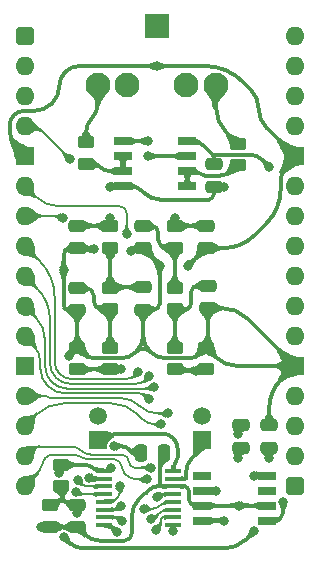
<source format=gtl>
%TF.GenerationSoftware,KiCad,Pcbnew,8.0.7*%
%TF.CreationDate,2025-01-30T11:39:07+02:00*%
%TF.ProjectId,Audio DAC,41756469-6f20-4444-9143-2e6b69636164,V1*%
%TF.SameCoordinates,Original*%
%TF.FileFunction,Copper,L1,Top*%
%TF.FilePolarity,Positive*%
%FSLAX46Y46*%
G04 Gerber Fmt 4.6, Leading zero omitted, Abs format (unit mm)*
G04 Created by KiCad (PCBNEW 8.0.7) date 2025-01-30 11:39:07*
%MOMM*%
%LPD*%
G01*
G04 APERTURE LIST*
G04 Aperture macros list*
%AMRoundRect*
0 Rectangle with rounded corners*
0 $1 Rounding radius*
0 $2 $3 $4 $5 $6 $7 $8 $9 X,Y pos of 4 corners*
0 Add a 4 corners polygon primitive as box body*
4,1,4,$2,$3,$4,$5,$6,$7,$8,$9,$2,$3,0*
0 Add four circle primitives for the rounded corners*
1,1,$1+$1,$2,$3*
1,1,$1+$1,$4,$5*
1,1,$1+$1,$6,$7*
1,1,$1+$1,$8,$9*
0 Add four rect primitives between the rounded corners*
20,1,$1+$1,$2,$3,$4,$5,0*
20,1,$1+$1,$4,$5,$6,$7,0*
20,1,$1+$1,$6,$7,$8,$9,0*
20,1,$1+$1,$8,$9,$2,$3,0*%
G04 Aperture macros list end*
%TA.AperFunction,SMDPad,CuDef*%
%ADD10RoundRect,0.250000X0.450000X-0.262500X0.450000X0.262500X-0.450000X0.262500X-0.450000X-0.262500X0*%
%TD*%
%TA.AperFunction,SMDPad,CuDef*%
%ADD11RoundRect,0.250000X0.475000X-0.250000X0.475000X0.250000X-0.475000X0.250000X-0.475000X-0.250000X0*%
%TD*%
%TA.AperFunction,SMDPad,CuDef*%
%ADD12R,1.550000X0.650000*%
%TD*%
%TA.AperFunction,ComponentPad*%
%ADD13R,1.500000X1.500000*%
%TD*%
%TA.AperFunction,ComponentPad*%
%ADD14C,1.500000*%
%TD*%
%TA.AperFunction,ComponentPad*%
%ADD15R,2.100000X2.100000*%
%TD*%
%TA.AperFunction,ComponentPad*%
%ADD16C,2.100000*%
%TD*%
%TA.AperFunction,SMDPad,CuDef*%
%ADD17R,1.450000X0.450000*%
%TD*%
%TA.AperFunction,ComponentPad*%
%ADD18RoundRect,0.400000X-0.400000X-0.400000X0.400000X-0.400000X0.400000X0.400000X-0.400000X0.400000X0*%
%TD*%
%TA.AperFunction,ComponentPad*%
%ADD19O,1.600000X1.600000*%
%TD*%
%TA.AperFunction,ComponentPad*%
%ADD20R,1.600000X1.600000*%
%TD*%
%TA.AperFunction,SMDPad,CuDef*%
%ADD21RoundRect,0.250000X-0.475000X0.250000X-0.475000X-0.250000X0.475000X-0.250000X0.475000X0.250000X0*%
%TD*%
%TA.AperFunction,SMDPad,CuDef*%
%ADD22RoundRect,0.250000X-0.450000X0.262500X-0.450000X-0.262500X0.450000X-0.262500X0.450000X0.262500X0*%
%TD*%
%TA.AperFunction,SMDPad,CuDef*%
%ADD23RoundRect,0.250000X-0.250000X-0.475000X0.250000X-0.475000X0.250000X0.475000X-0.250000X0.475000X0*%
%TD*%
%TA.AperFunction,ViaPad*%
%ADD24C,0.800000*%
%TD*%
%TA.AperFunction,Conductor*%
%ADD25C,0.380000*%
%TD*%
%TA.AperFunction,Conductor*%
%ADD26C,0.200000*%
%TD*%
G04 APERTURE END LIST*
D10*
%TO.P,R3,1*%
%TO.N,Net-(C5-Pad2)*%
X7229000Y-28217500D03*
%TO.P,R3,2*%
%TO.N,Net-(C7-Pad2)*%
X7229000Y-26392500D03*
%TD*%
D11*
%TO.P,C15,1*%
%TO.N,GND*%
X10033000Y-17952000D03*
%TO.P,C15,2*%
%TO.N,Net-(C15-Pad2)*%
X10033000Y-16052000D03*
%TD*%
%TO.P,C6,1*%
%TO.N,GND*%
X4445000Y-41574000D03*
%TO.P,C6,2*%
%TO.N,Net-(IC6-REF)*%
X4445000Y-39674000D03*
%TD*%
D12*
%TO.P,IC1,1,NC*%
%TO.N,unconnected-(IC1-NC-Pad1)*%
X15055000Y-37211000D03*
%TO.P,IC1,2,CAP+*%
%TO.N,Net-(IC1-CAP+)*%
X15055000Y-38481000D03*
%TO.P,IC1,3,GND*%
%TO.N,GND*%
X15055000Y-39751000D03*
%TO.P,IC1,4,CAP-*%
%TO.N,Net-(IC1-CAP-)*%
X15055000Y-41021000D03*
%TO.P,IC1,5,VOUT*%
%TO.N,/-5V*%
X20505000Y-41021000D03*
%TO.P,IC1,6,LV*%
%TO.N,GND*%
X20505000Y-39751000D03*
%TO.P,IC1,7,OSC*%
%TO.N,unconnected-(IC1-OSC-Pad7)*%
X20505000Y-38481000D03*
%TO.P,IC1,8,V+*%
%TO.N,5V*%
X20505000Y-37211000D03*
%TD*%
D10*
%TO.P,R6,1*%
%TO.N,Net-(IC7-IN_1-)*%
X18024000Y-10945500D03*
%TO.P,R6,2*%
%TO.N,/Line Out Left*%
X18024000Y-9120500D03*
%TD*%
D13*
%TO.P,C5,1*%
%TO.N,Net-(IC6-OUTA)*%
X6223000Y-34163000D03*
D14*
%TO.P,C5,2*%
%TO.N,Net-(C5-Pad2)*%
X6223000Y-32163000D03*
%TD*%
D10*
%TO.P,R10,1*%
%TO.N,Net-(C14-Pad2)*%
X12690000Y-23137500D03*
%TO.P,R10,2*%
%TO.N,Net-(C15-Pad2)*%
X12690000Y-21312500D03*
%TD*%
%TO.P,R11,1*%
%TO.N,Net-(C15-Pad2)*%
X12690000Y-17930500D03*
%TO.P,R11,2*%
%TO.N,Net-(IC7-IN_2+)*%
X12690000Y-16105500D03*
%TD*%
D11*
%TO.P,C7,1*%
%TO.N,GND*%
X4435000Y-23236000D03*
%TO.P,C7,2*%
%TO.N,Net-(C7-Pad2)*%
X4435000Y-21336000D03*
%TD*%
D15*
%TO.P,J2,1,GND*%
%TO.N,GND*%
X11176000Y881000D03*
D16*
%TO.P,J2,2,R*%
%TO.N,/Line Out Right*%
X6176000Y-4119000D03*
%TO.P,J2,3,L*%
%TO.N,/Line Out Left*%
X16176000Y-4119000D03*
%TO.P,J2,4,RN*%
%TO.N,unconnected-(J2-RN-Pad4)*%
X8676000Y-4119000D03*
%TO.P,J2,5,LN*%
%TO.N,unconnected-(J2-LN-Pad5)*%
X13676000Y-4119000D03*
%TD*%
D17*
%TO.P,IC6,1,VDD*%
%TO.N,5V*%
X6727000Y-36841000D03*
%TO.P,IC6,2,REF*%
%TO.N,Net-(IC6-REF)*%
X6727000Y-37491000D03*
%TO.P,IC6,3,SHDN*%
%TO.N,~{Enable}*%
X6727000Y-38141000D03*
%TO.P,IC6,4,~{WR}*%
%TO.N,~{WR}*%
X6727000Y-38791000D03*
%TO.P,IC6,5,D7*%
%TO.N,D7*%
X6727000Y-39441000D03*
%TO.P,IC6,6,D6*%
%TO.N,D6*%
X6727000Y-40091000D03*
%TO.P,IC6,7,D5*%
%TO.N,D5*%
X6727000Y-40741000D03*
%TO.P,IC6,8,D4*%
%TO.N,D4*%
X6727000Y-41391000D03*
%TO.P,IC6,9,D3*%
%TO.N,D3*%
X12577000Y-41391000D03*
%TO.P,IC6,10,D2*%
%TO.N,D2*%
X12577000Y-40741000D03*
%TO.P,IC6,11,D1*%
%TO.N,D1*%
X12577000Y-40091000D03*
%TO.P,IC6,12,D0*%
%TO.N,D0*%
X12577000Y-39441000D03*
%TO.P,IC6,13,A0*%
%TO.N,A0*%
X12577000Y-38791000D03*
%TO.P,IC6,14,GND*%
%TO.N,GND*%
X12577000Y-38141000D03*
%TO.P,IC6,15,OUTB*%
%TO.N,Net-(IC6-OUTB)*%
X12577000Y-37491000D03*
%TO.P,IC6,16,OUTA*%
%TO.N,Net-(IC6-OUTA)*%
X12577000Y-36841000D03*
%TD*%
D10*
%TO.P,R4,1*%
%TO.N,Net-(C7-Pad2)*%
X7229000Y-23137500D03*
%TO.P,R4,2*%
%TO.N,Net-(C10-Pad2)*%
X7229000Y-21312500D03*
%TD*%
D11*
%TO.P,C16,1*%
%TO.N,GND*%
X15367000Y-17952000D03*
%TO.P,C16,2*%
%TO.N,Net-(IC7-IN_2+)*%
X15367000Y-16052000D03*
%TD*%
D10*
%TO.P,R8,1*%
%TO.N,Net-(IC7-IN_2-)*%
X5197000Y-10818500D03*
%TO.P,R8,2*%
%TO.N,/Line Out Right*%
X5197000Y-8993500D03*
%TD*%
D18*
%TO.P,J1,1,Pin_1*%
%TO.N,5V*%
X0Y0D03*
D19*
%TO.P,J1,2,Pin_2*%
%TO.N,unconnected-(J1-Pin_2-Pad2)*%
X0Y-2540000D03*
%TO.P,J1,3,Pin_3*%
%TO.N,unconnected-(J1-Pin_3-Pad3)*%
X0Y-5080000D03*
%TO.P,J1,4,Pin_4*%
%TO.N,~{Enable}*%
X0Y-7620000D03*
D20*
%TO.P,J1,5,Pin_5*%
%TO.N,GND*%
X0Y-10160000D03*
D19*
%TO.P,J1,6,Pin_6*%
%TO.N,A0*%
X0Y-12700000D03*
%TO.P,J1,7,Pin_7*%
%TO.N,~{WR}*%
X0Y-15240000D03*
%TO.P,J1,8,Pin_8*%
%TO.N,D7*%
X0Y-17780000D03*
%TO.P,J1,9,Pin_9*%
%TO.N,D6*%
X0Y-20320000D03*
%TO.P,J1,10,Pin_10*%
%TO.N,D5*%
X0Y-22860000D03*
%TO.P,J1,11,Pin_11*%
%TO.N,D4*%
X0Y-25400000D03*
D20*
%TO.P,J1,12,Pin_12*%
%TO.N,GND*%
X0Y-27940000D03*
D19*
%TO.P,J1,13,Pin_13*%
%TO.N,D3*%
X0Y-30480000D03*
%TO.P,J1,14,Pin_14*%
%TO.N,D2*%
X0Y-33020000D03*
%TO.P,J1,15,Pin_15*%
%TO.N,D1*%
X0Y-35560000D03*
%TO.P,J1,16,Pin_16*%
%TO.N,D0*%
X0Y-38100000D03*
D18*
%TO.P,J1,17,Pin_17*%
%TO.N,5V*%
X22860000Y-38100000D03*
D19*
%TO.P,J1,18,Pin_18*%
%TO.N,unconnected-(J1-Pin_18-Pad18)*%
X22860000Y-35560000D03*
%TO.P,J1,19,Pin_19*%
%TO.N,unconnected-(J1-Pin_19-Pad19)*%
X22860000Y-33020000D03*
%TO.P,J1,20,Pin_20*%
%TO.N,unconnected-(J1-Pin_20-Pad20)*%
X22860000Y-30480000D03*
D20*
%TO.P,J1,21,Pin_21*%
%TO.N,GND*%
X22860000Y-27940000D03*
D19*
%TO.P,J1,22,Pin_22*%
%TO.N,unconnected-(J1-Pin_22-Pad22)*%
X22860000Y-25400000D03*
%TO.P,J1,23,Pin_23*%
%TO.N,unconnected-(J1-Pin_23-Pad23)*%
X22860000Y-22860000D03*
%TO.P,J1,24,Pin_24*%
%TO.N,unconnected-(J1-Pin_24-Pad24)*%
X22860000Y-20320000D03*
%TO.P,J1,25,Pin_25*%
%TO.N,unconnected-(J1-Pin_25-Pad25)*%
X22860000Y-17780000D03*
%TO.P,J1,26,Pin_26*%
%TO.N,unconnected-(J1-Pin_26-Pad26)*%
X22860000Y-15240000D03*
%TO.P,J1,27,Pin_27*%
%TO.N,unconnected-(J1-Pin_27-Pad27)*%
X22860000Y-12700000D03*
D20*
%TO.P,J1,28,Pin_28*%
%TO.N,GND*%
X22860000Y-10160000D03*
D19*
%TO.P,J1,29,Pin_29*%
%TO.N,unconnected-(J1-Pin_29-Pad29)*%
X22860000Y-7620000D03*
%TO.P,J1,30,Pin_30*%
%TO.N,unconnected-(J1-Pin_30-Pad30)*%
X22860000Y-5080000D03*
%TO.P,J1,31,Pin_31*%
%TO.N,unconnected-(J1-Pin_31-Pad31)*%
X22860000Y-2540000D03*
%TO.P,J1,32,Pin_32*%
%TO.N,unconnected-(J1-Pin_32-Pad32)*%
X22860000Y0D03*
%TD*%
D10*
%TO.P,R2,1*%
%TO.N,GND*%
X2149000Y-41552500D03*
%TO.P,R2,2*%
%TO.N,Net-(IC6-REF)*%
X2149000Y-39727500D03*
%TD*%
D11*
%TO.P,C11,1*%
%TO.N,GND*%
X4445000Y-17952000D03*
%TO.P,C11,2*%
%TO.N,Net-(IC7-IN_1+)*%
X4445000Y-16052000D03*
%TD*%
D21*
%TO.P,C1,1*%
%TO.N,Net-(IC1-CAP+)*%
X18288000Y-32975000D03*
%TO.P,C1,2*%
%TO.N,Net-(IC1-CAP-)*%
X18288000Y-34875000D03*
%TD*%
%TO.P,C2,1*%
%TO.N,GND*%
X20701000Y-32975000D03*
%TO.P,C2,2*%
%TO.N,/-5V*%
X20701000Y-34875000D03*
%TD*%
D10*
%TO.P,R5,1*%
%TO.N,Net-(C10-Pad2)*%
X7229000Y-17930500D03*
%TO.P,R5,2*%
%TO.N,Net-(IC7-IN_1+)*%
X7229000Y-16105500D03*
%TD*%
D22*
%TO.P,R1,1*%
%TO.N,5V*%
X3058000Y-36298500D03*
%TO.P,R1,2*%
%TO.N,Net-(IC6-REF)*%
X3058000Y-38123500D03*
%TD*%
D11*
%TO.P,C10,1*%
%TO.N,GND*%
X10033000Y-23159000D03*
%TO.P,C10,2*%
%TO.N,Net-(C10-Pad2)*%
X10033000Y-21259000D03*
%TD*%
%TO.P,C14,1*%
%TO.N,GND*%
X15494000Y-23032000D03*
%TO.P,C14,2*%
%TO.N,Net-(C14-Pad2)*%
X15494000Y-21132000D03*
%TD*%
D13*
%TO.P,C12,1*%
%TO.N,Net-(IC6-OUTB)*%
X14986000Y-34163000D03*
D14*
%TO.P,C12,2*%
%TO.N,Net-(C12-Pad2)*%
X14986000Y-32163000D03*
%TD*%
D22*
%TO.P,R7,1*%
%TO.N,GND*%
X4455000Y-26392500D03*
%TO.P,R7,2*%
%TO.N,Net-(C5-Pad2)*%
X4455000Y-28217500D03*
%TD*%
D10*
%TO.P,R9,1*%
%TO.N,Net-(C12-Pad2)*%
X12690000Y-28217500D03*
%TO.P,R9,2*%
%TO.N,Net-(C14-Pad2)*%
X12690000Y-26392500D03*
%TD*%
D23*
%TO.P,C13,1*%
%TO.N,5V*%
X9861000Y-35306000D03*
%TO.P,C13,2*%
%TO.N,GND*%
X11761000Y-35306000D03*
%TD*%
D11*
%TO.P,C3,1*%
%TO.N,5V*%
X16002000Y-12745000D03*
%TO.P,C3,2*%
%TO.N,/-5V*%
X16002000Y-10845000D03*
%TD*%
D22*
%TO.P,R12,1*%
%TO.N,GND*%
X15377000Y-26392500D03*
%TO.P,R12,2*%
%TO.N,Net-(C12-Pad2)*%
X15377000Y-28217500D03*
%TD*%
D12*
%TO.P,IC7,1,OUT_1*%
%TO.N,Net-(IC7-IN_1-)*%
X13774000Y-12700000D03*
%TO.P,IC7,2,IN_1-*%
X13774000Y-11430000D03*
%TO.P,IC7,3,IN_1+*%
%TO.N,Net-(IC7-IN_1+)*%
X13774000Y-10160000D03*
%TO.P,IC7,4,GND*%
%TO.N,/-5V*%
X13774000Y-8890000D03*
%TO.P,IC7,5,IN_2+*%
%TO.N,Net-(IC7-IN_2+)*%
X8324000Y-8890000D03*
%TO.P,IC7,6,IN_2-*%
%TO.N,Net-(IC7-IN_2-)*%
X8324000Y-10160000D03*
%TO.P,IC7,7,OUT_2*%
X8324000Y-11430000D03*
%TO.P,IC7,8,VCC*%
%TO.N,5V*%
X8324000Y-12700000D03*
%TD*%
D24*
%TO.N,GND*%
X11429998Y-19431002D03*
X5842000Y-18034000D03*
X11176000Y-2540000D03*
X1397000Y-41552504D03*
X8994669Y-18183331D03*
X18161000Y-39751000D03*
X3302000Y-19812000D03*
X13843000Y-19431000D03*
X3744982Y-27051000D03*
%TO.N,5V*%
X7573002Y-34733000D03*
X3349410Y-42443969D03*
X19431000Y-37211000D03*
X7306996Y-36576000D03*
X16891000Y-12745000D03*
X2868000Y-37011000D03*
X7239000Y-12760617D03*
X19431000Y-41910000D03*
%TO.N,Net-(IC1-CAP+)*%
X18034000Y-33655010D03*
X16183004Y-38538936D03*
%TO.N,Net-(IC1-CAP-)*%
X16891000Y-41021000D03*
X18034010Y-35687000D03*
%TO.N,/-5V*%
X20701004Y-35687000D03*
X20701000Y-11049000D03*
X21880002Y-39478999D03*
%TO.N,Net-(C5-Pad2)*%
X8128000Y-28194000D03*
%TO.N,Net-(IC6-REF)*%
X5476917Y-37386537D03*
X4445000Y-40386000D03*
%TO.N,Net-(IC7-IN_1+)*%
X7239000Y-15367000D03*
X10414000Y-10160000D03*
%TO.N,Net-(C12-Pad2)*%
X14478000Y-28321000D03*
%TO.N,Net-(IC7-IN_2+)*%
X12700000Y-15367002D03*
X10414008Y-8890000D03*
%TO.N,D1*%
X10672000Y-36538793D03*
X10668000Y-40894000D03*
%TO.N,D6*%
X8152985Y-39817811D03*
X10528080Y-28798853D03*
%TO.N,~{WR}*%
X3237000Y-15367002D03*
X4337257Y-38574000D03*
%TO.N,D2*%
X11144248Y-41808977D03*
X11578988Y-32864000D03*
%TO.N,D0*%
X10371135Y-37522344D03*
X10141430Y-40021399D03*
%TO.N,D5*%
X10922000Y-29718000D03*
X8255000Y-41049126D03*
%TO.N,D4*%
X10541000Y-30769241D03*
X7782016Y-41955000D03*
%TO.N,A0*%
X11241000Y-38994712D03*
X8636004Y-16764000D03*
%TO.N,D7*%
X8052002Y-38100000D03*
X9600054Y-28426331D03*
%TO.N,D3*%
X12109868Y-31958091D03*
X12573000Y-41895987D03*
%TO.N,~{Enable}*%
X4497187Y-37586871D03*
X3810000Y-10414000D03*
%TD*%
D25*
%TO.N,/-5V*%
X16218802Y-10033000D02*
G75*
G03*
X16065499Y-10096499I-2J-216800D01*
G01*
X20193000Y-10541000D02*
G75*
G03*
X18966579Y-10033008I-1226400J-1226400D01*
G01*
X21671501Y-40812499D02*
G75*
G02*
X21168135Y-41021015I-503401J503399D01*
G01*
X16002000Y-10249802D02*
G75*
G03*
X15938501Y-10096499I-216800J2D01*
G01*
X16065500Y-10096500D02*
G75*
G03*
X16002001Y-10249802I153300J-153300D01*
G01*
X15938500Y-10096500D02*
G75*
G03*
X16065500Y-10096500I63500J63502D01*
G01*
X21880002Y-40309133D02*
G75*
G02*
X21671492Y-40812490I-711902J33D01*
G01*
X15070704Y-9228704D02*
G75*
G03*
X14253000Y-8889998I-817704J-817696D01*
G01*
%TO.N,5V*%
X8890502Y-35052502D02*
G75*
G03*
X9502500Y-35305999I611998J612002D01*
G01*
X18698500Y-42642500D02*
G75*
G02*
X16930088Y-43374995I-1768400J1768400D01*
G01*
X16002000Y-13409394D02*
G75*
G02*
X15875002Y-13716002I-433600J-6D01*
G01*
X15875000Y-13716000D02*
G75*
G02*
X15568394Y-13842998I-306600J306600D01*
G01*
X10096500Y-13271500D02*
G75*
G03*
X11476223Y-13842990I1379700J1379700D01*
G01*
X9949617Y-13124617D02*
G75*
G03*
X8924500Y-12699990I-1025117J-1025083D01*
G01*
X5808761Y-36601152D02*
G75*
G03*
X6387804Y-36840994I579039J579052D01*
G01*
X5789609Y-36582000D02*
G75*
G03*
X5164327Y-36322986I-625309J-625300D01*
G01*
X8857500Y-35019500D02*
G75*
G03*
X8165827Y-34732988I-691700J-691700D01*
G01*
X7342479Y-12700000D02*
G75*
G03*
X7269314Y-12730314I21J-103500D01*
G01*
X3814925Y-42909484D02*
G75*
G03*
X4938779Y-43375000I1123855J1123854D01*
G01*
%TO.N,GND*%
X11280499Y-23009501D02*
G75*
G02*
X10919576Y-23158990I-360899J360901D01*
G01*
X2285999Y-5714999D02*
G75*
G02*
X752974Y-6350000I-1533029J1533029D01*
G01*
X22265000Y-10755000D02*
G75*
G03*
X21669982Y-12191457I1436500J-1436500D01*
G01*
X13786000Y-38245000D02*
G75*
G02*
X13890009Y-38496078I-251100J-251100D01*
G01*
X11401005Y-19320005D02*
G75*
G02*
X11429995Y-19390000I-70005J-69995D01*
G01*
X9389575Y-17952000D02*
G75*
G03*
X9110348Y-18067679I25J-394900D01*
G01*
X3470000Y-18120000D02*
G75*
G03*
X3301995Y-18525587I405600J-405600D01*
G01*
X3302000Y-22810930D02*
G75*
G03*
X3426500Y-23111500I425070J0D01*
G01*
X4906250Y-26843750D02*
G75*
G03*
X5995663Y-27295003I1089420J1089420D01*
G01*
X11209712Y-38141000D02*
G75*
G03*
X10616855Y-38386569I-12J-838400D01*
G01*
X9095000Y-42063510D02*
G75*
G02*
X8893929Y-42548929I-686500J10D01*
G01*
X-80001Y-6350000D02*
G75*
G03*
X-921457Y-6698542I1J-1190001D01*
G01*
X3814714Y-27032785D02*
G75*
G02*
X3770741Y-27051025I-44014J43985D01*
G01*
X9461500Y-26723500D02*
G75*
G02*
X8081776Y-27294990I-1379700J1379700D01*
G01*
X3875587Y-17952000D02*
G75*
G03*
X3470004Y-18120004I13J-573600D01*
G01*
X21717819Y-29082180D02*
G75*
G03*
X20700988Y-31537000I2454781J-2454820D01*
G01*
X15828250Y-26843750D02*
G75*
G03*
X14925750Y-26843750I-451250J-451250D01*
G01*
X18821034Y-23901034D02*
G75*
G03*
X16723000Y-23032009I-2098034J-2098066D01*
G01*
X5033000Y-42162000D02*
G75*
G03*
X6452557Y-42750001I1419560J1419560D01*
G01*
X10306759Y-38696665D02*
G75*
G02*
X10214212Y-38735002I-92559J92565D01*
G01*
X14057000Y-39584000D02*
G75*
G03*
X14460173Y-39751011I403200J403200D01*
G01*
X19431720Y-16890278D02*
G75*
G02*
X16868500Y-17952011I-2563220J2563178D01*
G01*
X16150750Y-27166250D02*
G75*
G03*
X18018747Y-27939998I1868000J1868010D01*
G01*
X-1270000Y-7991974D02*
G75*
G03*
X-635001Y-9525001I2168040J4D01*
G01*
X11489824Y-38141000D02*
G75*
G03*
X11509458Y-38093542I-24J27800D01*
G01*
X11509500Y-38093500D02*
G75*
G03*
X11624175Y-38141010I114700J114700D01*
G01*
X9627499Y-39267499D02*
G75*
G03*
X9094986Y-40553068I1285601J-1285601D01*
G01*
X2921000Y-4318000D02*
G75*
G02*
X2382184Y-5618815I-1839630J0D01*
G01*
X11429998Y-22648578D02*
G75*
G02*
X11280505Y-23009507I-510398J-22D01*
G01*
X13890000Y-39180826D02*
G75*
G03*
X14057008Y-39583992I570200J26D01*
G01*
X8893932Y-42548932D02*
G75*
G02*
X8408510Y-42750005I-485432J485432D01*
G01*
X19812000Y-6159500D02*
G75*
G03*
X20485527Y-7785511I2299500J0D01*
G01*
X13786000Y-38245000D02*
G75*
G03*
X13534921Y-38140991I-251100J-251100D01*
G01*
X4655420Y-2540000D02*
G75*
G03*
X3428994Y-3047994I-20J-1734400D01*
G01*
X9461500Y-26723500D02*
G75*
G03*
X10032990Y-25343776I-1379700J1379700D01*
G01*
X10604500Y-26723500D02*
G75*
G03*
X9461500Y-26723500I-571500J-571497D01*
G01*
X10033000Y-25343776D02*
G75*
G03*
X10604497Y-26723503I1951230J-4D01*
G01*
X10604500Y-26723500D02*
G75*
G03*
X11984223Y-27294990I1379700J1379700D01*
G01*
X-921457Y-6698542D02*
G75*
G03*
X-1270000Y-7539998I841460J-841458D01*
G01*
X3429000Y-3048000D02*
G75*
G03*
X2921008Y-4274420I1226400J-1226400D01*
G01*
X10214212Y-38735000D02*
G75*
G03*
X10121655Y-38773324I-12J-130900D01*
G01*
X18478500Y-3873500D02*
G75*
G03*
X15259146Y-2540002I-3219350J-3219350D01*
G01*
X11462000Y-37978824D02*
G75*
G03*
X11509507Y-38093493I162200J24D01*
G01*
X14925750Y-26843750D02*
G75*
G02*
X13836336Y-27295015I-1089450J1089450D01*
G01*
X19138480Y-4533480D02*
G75*
G02*
X19812011Y-6159500I-1625980J-1626020D01*
G01*
X3426500Y-23111500D02*
G75*
G03*
X3727069Y-23236013I300600J300600D01*
G01*
X21670000Y-13001000D02*
G75*
G02*
X20502573Y-15819440I-3985900J0D01*
G01*
X11624175Y-38141000D02*
X11489824Y-38141000D01*
D26*
%TO.N,~{Enable}*%
X4774251Y-37863935D02*
G75*
G03*
X5443144Y-38140996I668889J668895D01*
G01*
X1375210Y-7979210D02*
G75*
G03*
X508000Y-7620000I-867210J-867210D01*
G01*
%TO.N,D3*%
X9752279Y-31342279D02*
G75*
G03*
X11238979Y-31958111I1486721J1486679D01*
G01*
X9711545Y-31301545D02*
G75*
G03*
X8126504Y-30645001I-1585045J-1585055D01*
G01*
X1987500Y-30562500D02*
G75*
G03*
X1788327Y-30479989I-199200J-199200D01*
G01*
X1987500Y-30562500D02*
G75*
G03*
X2186672Y-30645011I199200J199200D01*
G01*
X12577000Y-41889158D02*
G75*
G02*
X12575015Y-41894002I-6800J-42D01*
G01*
%TO.N,D7*%
X9290719Y-28735665D02*
G75*
G02*
X8543919Y-29045023I-746819J746765D01*
G01*
X8052002Y-38566695D02*
G75*
G02*
X7795926Y-39184924I-874302J-5D01*
G01*
X7795924Y-39184922D02*
G75*
G02*
X7177697Y-39440999I-618224J618222D01*
G01*
X2965500Y-28619500D02*
G75*
G03*
X3992747Y-29045001I1027250J1027250D01*
G01*
X2540000Y-27592252D02*
G75*
G03*
X2965503Y-28619497I1452740J2D01*
G01*
X1270000Y-19050000D02*
G75*
G02*
X2540000Y-22116051I-3066058J-3066054D01*
G01*
%TO.N,A0*%
X8463477Y-14585527D02*
G75*
G02*
X8635985Y-15002044I-416477J-416473D01*
G01*
X856500Y-13556500D02*
G75*
G03*
X2924273Y-14413003I2067780J2067780D01*
G01*
X11588758Y-38791000D02*
G75*
G03*
X11342889Y-38892889I42J-347700D01*
G01*
X8463477Y-14585527D02*
G75*
G03*
X8046959Y-14413015I-416477J-416473D01*
G01*
%TO.N,D4*%
X1340000Y-28164036D02*
G75*
G03*
X1949499Y-29635501I2080960J-4D01*
G01*
X670000Y-26070000D02*
G75*
G02*
X1340000Y-27687523I-1617526J-1617524D01*
G01*
X1949500Y-29635500D02*
G75*
G03*
X3420963Y-30244999I1471460J1471460D01*
G01*
X10278879Y-30507120D02*
G75*
G03*
X9646064Y-30245015I-632779J-632780D01*
G01*
%TO.N,D5*%
X8100937Y-40895063D02*
G75*
G03*
X7728996Y-40741002I-371937J-371937D01*
G01*
X10858500Y-29781500D02*
G75*
G02*
X10705197Y-29844999I-153300J153300D01*
G01*
X2284328Y-29300671D02*
G75*
G03*
X3598453Y-29844998I1314122J1314121D01*
G01*
X870000Y-23730000D02*
G75*
G02*
X1740000Y-25830365I-2100365J-2100366D01*
G01*
X1740000Y-27986546D02*
G75*
G03*
X2284327Y-29300672I1858450J-4D01*
G01*
%TO.N,D0*%
X8226157Y-36512500D02*
G75*
G03*
X8430276Y-37005260I696843J0D01*
G01*
X4761813Y-35642500D02*
G75*
G03*
X5221720Y-35832988I459887J459900D01*
G01*
X11494461Y-39731199D02*
G75*
G02*
X10793857Y-40021370I-700561J700599D01*
G01*
X2403676Y-35452000D02*
G75*
G03*
X1736748Y-35728248I-6J-943170D01*
G01*
X8586750Y-37161750D02*
G75*
G03*
X9457300Y-37522344I870550J870550D01*
G01*
X8030735Y-36028421D02*
G75*
G03*
X7558946Y-35832964I-471835J-471779D01*
G01*
X8030735Y-36028421D02*
G75*
G02*
X8226136Y-36500210I-471835J-471779D01*
G01*
X4761813Y-35642500D02*
G75*
G03*
X4301905Y-35451994I-459913J-459900D01*
G01*
X1460500Y-36322000D02*
G75*
G02*
X1235991Y-36864004I-766500J0D01*
G01*
X12180830Y-39441000D02*
G75*
G03*
X11504519Y-39721127I-30J-956400D01*
G01*
X1685006Y-35779993D02*
G75*
G03*
X1460496Y-36322000I541994J-542007D01*
G01*
%TO.N,D2*%
X3255452Y-31113000D02*
G75*
G03*
X953501Y-32066501I-2J-3255440D01*
G01*
X11583449Y-40809550D02*
G75*
G03*
X11514918Y-40975046I165451J-165450D01*
G01*
X11514899Y-41176236D02*
G75*
G02*
X11329547Y-41623625I-632699J36D01*
G01*
X9962861Y-32441861D02*
G75*
G03*
X10981994Y-32863996I1019139J1019161D01*
G01*
X11748945Y-40741000D02*
G75*
G03*
X11583437Y-40809538I-45J-234000D01*
G01*
X9509500Y-31988500D02*
G75*
G03*
X7395856Y-31112998I-2113650J-2113650D01*
G01*
%TO.N,~{WR}*%
X4445757Y-38682500D02*
G75*
G03*
X4707699Y-38790984I261943J262000D01*
G01*
X3173499Y-15303501D02*
G75*
G03*
X3020194Y-15240002I-153299J-153299D01*
G01*
%TO.N,D6*%
X10205006Y-29121926D02*
G75*
G02*
X9425038Y-29445009I-780006J780026D01*
G01*
X8016390Y-39954405D02*
G75*
G02*
X7686622Y-40091004I-329790J329805D01*
G01*
X1070000Y-21390000D02*
G75*
G02*
X2140000Y-23973208I-2583209J-2583209D01*
G01*
X2140000Y-27710579D02*
G75*
G03*
X2648002Y-28936998I1734410J-1D01*
G01*
X2648000Y-28937000D02*
G75*
G03*
X3874420Y-29445000I1226420J1226420D01*
G01*
D25*
%TO.N,/Line Out Left*%
X16176000Y-5965766D02*
G75*
G03*
X17099999Y-8196501I3154730J-4D01*
G01*
%TO.N,/Line Out Right*%
X6176000Y-5784742D02*
G75*
G02*
X5686499Y-6966499I-1671260J2D01*
G01*
X5686500Y-6966500D02*
G75*
G03*
X5197000Y-8148257I1181740J-1181750D01*
G01*
%TO.N,Net-(IC7-IN_2-)*%
X6425250Y-11124250D02*
G75*
G03*
X5687104Y-10818498I-738150J-738150D01*
G01*
X6425250Y-11124250D02*
G75*
G03*
X7163395Y-11430002I738150J738150D01*
G01*
%TO.N,Net-(IC7-IN_1-)*%
X14795500Y-11620500D02*
G75*
G03*
X14335592Y-11430003I-459900J-459900D01*
G01*
X14795500Y-11620500D02*
G75*
G03*
X15255407Y-11810997I459900J459900D01*
G01*
X17591250Y-11378250D02*
G75*
G02*
X16546499Y-11811000I-1044750J1044750D01*
G01*
D26*
%TO.N,D1*%
X10978433Y-40812913D02*
G75*
G02*
X10782673Y-40893965I-195733J195813D01*
G01*
X8826500Y-36060302D02*
G75*
G03*
X8966645Y-36398647I478500J2D01*
G01*
X8669345Y-35656845D02*
G75*
G02*
X8826523Y-36036250I-379445J-379455D01*
G01*
X1365683Y-34760001D02*
G75*
G03*
X399999Y-35160000I-3J-1365679D01*
G01*
X4781499Y-35096500D02*
G75*
G03*
X3969117Y-34759994I-812399J-812400D01*
G01*
X4781499Y-35096500D02*
G75*
G03*
X5593881Y-35433008I812401J812400D01*
G01*
X8966646Y-36398646D02*
G75*
G03*
X9304990Y-36538799I338354J338346D01*
G01*
X8636000Y-35623500D02*
G75*
G03*
X8176092Y-35433003I-459900J-459900D01*
G01*
X12078673Y-40151000D02*
G75*
G03*
X11330420Y-40460960I27J-1058200D01*
G01*
D25*
%TO.N,Net-(IC7-IN_2+)*%
X12695000Y-15372002D02*
G75*
G03*
X12689989Y-15384073I12100J-12098D01*
G01*
%TO.N,Net-(C15-Pad2)*%
X11137500Y-16217500D02*
G75*
G02*
X11303020Y-16617052I-399600J-399600D01*
G01*
X12690000Y-18421750D02*
G75*
G03*
X12198750Y-17930500I-491250J0D01*
G01*
X11505250Y-17728250D02*
G75*
G03*
X11993524Y-17930490I488250J488250D01*
G01*
X11303000Y-17239975D02*
G75*
G03*
X11505243Y-17728257I690500J-25D01*
G01*
X11137500Y-16217500D02*
G75*
G03*
X10737947Y-16051980I-399600J-399600D01*
G01*
%TO.N,Net-(C14-Pad2)*%
X13958250Y-22998750D02*
G75*
G02*
X13623277Y-23137491I-334950J334950D01*
G01*
X14097000Y-22663777D02*
G75*
G02*
X13958256Y-22998756I-473700J-23D01*
G01*
X14262500Y-21297500D02*
G75*
G03*
X14096980Y-21697052I399600J-399600D01*
G01*
X14662052Y-21132000D02*
G75*
G03*
X14262514Y-21297514I48J-565100D01*
G01*
%TO.N,Net-(IC6-OUTB)*%
X13692000Y-37374916D02*
G75*
G02*
X13657995Y-37456995I-116100J16D01*
G01*
X13658000Y-37457000D02*
G75*
G02*
X13575916Y-37491007I-82100J82100D01*
G01*
X14986000Y-34544000D02*
G75*
G02*
X14716589Y-35194404I-919800J0D01*
G01*
X14117678Y-35793321D02*
G75*
G03*
X13692012Y-36821000I1027722J-1027679D01*
G01*
%TO.N,Net-(IC7-IN_1+)*%
X7234000Y-15372000D02*
G75*
G03*
X7228988Y-15384071I12100J-12100D01*
G01*
%TO.N,Net-(C7-Pad2)*%
X5842000Y-22446975D02*
G75*
G03*
X6044252Y-22935248I690530J5D01*
G01*
X5651500Y-21526500D02*
G75*
G02*
X5841997Y-21986407I-459900J-459900D01*
G01*
X5651500Y-21526500D02*
G75*
G03*
X5191592Y-21336003I-459900J-459900D01*
G01*
X7229000Y-23628750D02*
G75*
G03*
X6737750Y-23137500I-491250J0D01*
G01*
X6044250Y-22935250D02*
G75*
G03*
X6532524Y-23137490I488250J488250D01*
G01*
%TO.N,Net-(IC6-REF)*%
X2936000Y-39425000D02*
G75*
G03*
X3185000Y-38823860I-601140J601140D01*
G01*
X3434000Y-39425000D02*
G75*
G03*
X2936000Y-39425000I-249000J-248997D01*
G01*
X3185000Y-38823860D02*
G75*
G03*
X3434002Y-39424998I850130J0D01*
G01*
X3434000Y-39425000D02*
G75*
G03*
X4035139Y-39674003I601140J601130D01*
G01*
X5529148Y-37438768D02*
G75*
G03*
X5655246Y-37490976I126052J126068D01*
G01*
%TO.N,Net-(IC6-OUTA)*%
X7279773Y-33909000D02*
G75*
G02*
X6666562Y-34162977I-613173J613200D01*
G01*
X12761908Y-36133091D02*
G75*
G03*
X12576994Y-36579500I446392J-446409D01*
G01*
X12573000Y-34036000D02*
G75*
G03*
X11653184Y-33655006I-919800J-919800D01*
G01*
X7892983Y-33655000D02*
G75*
G03*
X7279783Y-33909010I17J-867200D01*
G01*
X12573000Y-34036000D02*
G75*
G02*
X12953994Y-34955815I-919800J-919800D01*
G01*
X12954000Y-35674420D02*
G75*
G02*
X12765494Y-36129494I-643600J20D01*
G01*
%TO.N,Net-(IC1-CAP+)*%
X16154036Y-38509968D02*
G75*
G03*
X16084101Y-38480998I-69936J-69932D01*
G01*
%TO.N,Net-(C14-Pad2)*%
X14662052Y-21132000D02*
X15494000Y-21132000D01*
X14097000Y-22663777D02*
X14097000Y-21697052D01*
X13623277Y-23137500D02*
X12690000Y-23137500D01*
%TO.N,Net-(C7-Pad2)*%
X5842000Y-22446975D02*
X5842000Y-21986407D01*
X5191592Y-21336000D02*
X4435000Y-21336000D01*
X6737750Y-23137500D02*
X6532524Y-23137500D01*
%TO.N,GND*%
X11984223Y-27295000D02*
X13836336Y-27295000D01*
X15828250Y-26843750D02*
X16150750Y-27166250D01*
X18018747Y-27940000D02*
X22860000Y-27940000D01*
%TO.N,5V*%
X8924500Y-12700000D02*
X8324000Y-12700000D01*
X10096500Y-13271500D02*
X9949617Y-13124617D01*
X15568394Y-13843000D02*
X11476223Y-13843000D01*
X16002000Y-13409394D02*
X16002000Y-12745000D01*
%TO.N,Net-(IC7-IN_2+)*%
X10414008Y-8890000D02*
X8324000Y-8890000D01*
X12700000Y-15367002D02*
X12695000Y-15372002D01*
X12690000Y-15384073D02*
X12690000Y-16105500D01*
%TO.N,/Line Out Right*%
X5197000Y-8148257D02*
X5197000Y-8993500D01*
X6176000Y-5784742D02*
X6176000Y-4119000D01*
%TO.N,GND*%
X-1270000Y-7991974D02*
X-1270000Y-7539998D01*
X752974Y-6350000D02*
X-80001Y-6350000D01*
X2285999Y-5714999D02*
X2382184Y-5618815D01*
X2921000Y-4318000D02*
X2921000Y-4274420D01*
X-635000Y-9525000D02*
X0Y-10160000D01*
X11176000Y-2540000D02*
X4655420Y-2540000D01*
X3302000Y-18525587D02*
X3302000Y-19812000D01*
X3875587Y-17952000D02*
X4445000Y-17952000D01*
X11429998Y-19431002D02*
X11429998Y-22648578D01*
X10919576Y-23159000D02*
X10033000Y-23159000D01*
X3727069Y-23236000D02*
X4435000Y-23236000D01*
X3302000Y-22810930D02*
X3302000Y-19812000D01*
X11429998Y-19431002D02*
X11429998Y-19390000D01*
X11401005Y-19320005D02*
X10033000Y-17952000D01*
%TO.N,Net-(C15-Pad2)*%
X10737947Y-16052000D02*
X10033000Y-16052000D01*
X11303000Y-16617052D02*
X11303000Y-17239975D01*
X12198750Y-17930500D02*
X11993524Y-17930500D01*
D26*
%TO.N,D6*%
X9425038Y-29445000D02*
X3874420Y-29445000D01*
X2140000Y-23973208D02*
X2140000Y-27710579D01*
X1070000Y-21390000D02*
X0Y-20320000D01*
X10205006Y-29121926D02*
X10528080Y-28798853D01*
%TO.N,D5*%
X10705197Y-29845000D02*
X3598453Y-29845000D01*
X1740000Y-25830365D02*
X1740000Y-27986546D01*
X870000Y-23730000D02*
X0Y-22860000D01*
X10922000Y-29718000D02*
X10858500Y-29781500D01*
%TO.N,D7*%
X9600054Y-28426331D02*
X9290719Y-28735665D01*
X2540000Y-27592252D02*
X2540000Y-22116051D01*
X1270000Y-19050000D02*
X0Y-17780000D01*
X8543919Y-29045000D02*
X3992747Y-29045000D01*
%TO.N,D3*%
X9752279Y-31342279D02*
X9711545Y-31301545D01*
X8126504Y-30645000D02*
X2186672Y-30645000D01*
X11238979Y-31958091D02*
X12109868Y-31958091D01*
X1788327Y-30480000D02*
X0Y-30480000D01*
%TO.N,D4*%
X10541000Y-30769241D02*
X10278879Y-30507120D01*
X3420963Y-30245000D02*
X9646064Y-30245000D01*
X670000Y-26070000D02*
X0Y-25400000D01*
X1340000Y-28164036D02*
X1340000Y-27687523D01*
D25*
%TO.N,Net-(IC6-OUTA)*%
X12954000Y-34955815D02*
X12954000Y-35674420D01*
X12761908Y-36133091D02*
X12765500Y-36129500D01*
X12577000Y-36579500D02*
X12577000Y-36841000D01*
X11653184Y-33655000D02*
X7892983Y-33655000D01*
D26*
%TO.N,D1*%
X10672000Y-36538793D02*
X9304990Y-36538793D01*
X8669345Y-35656845D02*
X8636000Y-35623500D01*
X5593881Y-35433000D02*
X8176092Y-35433000D01*
X8826500Y-36060302D02*
X8826500Y-36036250D01*
X1365683Y-34760001D02*
X3969117Y-34760001D01*
%TO.N,D0*%
X1235993Y-36864006D02*
X0Y-38100000D01*
X1736749Y-35728249D02*
X1685006Y-35779993D01*
X8226157Y-36512500D02*
X8226157Y-36500210D01*
X8430268Y-37005268D02*
X8586750Y-37161750D01*
X9457300Y-37522344D02*
X10371135Y-37522344D01*
%TO.N,~{Enable}*%
X5443144Y-38141000D02*
X6727000Y-38141000D01*
X4497187Y-37586871D02*
X4774251Y-37863935D01*
D25*
%TO.N,GND*%
X1397004Y-41552500D02*
X2149000Y-41552500D01*
X1397000Y-41552504D02*
X1397004Y-41552500D01*
%TO.N,/-5V*%
X21168135Y-41021000D02*
X20505000Y-41021000D01*
X21880002Y-40309133D02*
X21880002Y-39478999D01*
%TO.N,5V*%
X3349410Y-42443969D02*
X3814925Y-42909484D01*
X18698500Y-42642500D02*
X19431000Y-41910000D01*
X16930088Y-43375000D02*
X4938779Y-43375000D01*
D26*
%TO.N,D0*%
X10793857Y-40021399D02*
X10141430Y-40021399D01*
X11494461Y-39731199D02*
X11504526Y-39721134D01*
%TO.N,D6*%
X7686622Y-40091000D02*
X6727000Y-40091000D01*
X8152985Y-39817811D02*
X8016390Y-39954405D01*
%TO.N,D7*%
X8052002Y-38100000D02*
X8052002Y-38566695D01*
D25*
%TO.N,GND*%
X18478500Y-3873500D02*
X19138480Y-4533480D01*
X9627499Y-39267499D02*
X10121665Y-38773334D01*
X4455000Y-26392500D02*
X4455000Y-23256000D01*
X20485519Y-7785519D02*
X22860000Y-10160000D01*
X9389575Y-17952000D02*
X10033000Y-17952000D01*
X12577000Y-38141000D02*
X11624175Y-38141000D01*
X13843000Y-19431000D02*
X15322000Y-17952000D01*
X16868500Y-17952000D02*
X15367000Y-17952000D01*
X11462000Y-37978824D02*
X11462000Y-35605000D01*
X18161000Y-39751000D02*
X20505000Y-39751000D01*
X15494000Y-23032000D02*
X15494000Y-26275500D01*
X4445000Y-41574000D02*
X2170500Y-41574000D01*
X10033000Y-25343776D02*
X10033000Y-23159000D01*
X4445000Y-41574000D02*
X5033000Y-42162000D01*
X20701000Y-31537000D02*
X20701000Y-32975000D01*
X6452557Y-42750000D02*
X8408510Y-42750000D01*
X13890000Y-38496078D02*
X13890000Y-39180826D01*
X3770741Y-27051000D02*
X3744982Y-27051000D01*
X9110334Y-18067665D02*
X8994669Y-18183331D01*
X4906250Y-26843750D02*
X4455000Y-26392500D01*
X5995663Y-27295000D02*
X8081776Y-27295000D01*
X19431720Y-16890278D02*
X20502566Y-15819433D01*
X14639500Y-39751000D02*
X14460173Y-39751000D01*
X18821034Y-23901034D02*
X22860000Y-27940000D01*
X9095000Y-42063510D02*
X9095000Y-40553068D01*
X10616855Y-38386569D02*
X10306759Y-38696665D01*
X11209712Y-38141000D02*
X11489824Y-38141000D01*
X21717819Y-29082180D02*
X22860000Y-27940000D01*
X3814714Y-27032785D02*
X4455000Y-26392500D01*
X5842000Y-18034000D02*
X4445000Y-18034000D01*
X12577000Y-38141000D02*
X13534921Y-38141000D01*
X11176000Y-2540000D02*
X15259146Y-2540000D01*
X15470500Y-39751000D02*
X18161000Y-39751000D01*
X21670000Y-12191457D02*
X21670000Y-13001000D01*
X15494000Y-23032000D02*
X16723000Y-23032000D01*
%TO.N,5V*%
X19431000Y-37211000D02*
X20505000Y-37211000D01*
X2868000Y-37011000D02*
X2868000Y-36488500D01*
X16002000Y-12745000D02*
X16891000Y-12745000D01*
X7239000Y-12760617D02*
X7269308Y-12730308D01*
X5808761Y-36601152D02*
X5789609Y-36582000D01*
X8890502Y-35052502D02*
X8857500Y-35019500D01*
X9502500Y-35306000D02*
X9861000Y-35306000D01*
X7306996Y-36576000D02*
X7041996Y-36841000D01*
X7573002Y-34733000D02*
X8165827Y-34733000D01*
X5164327Y-36323000D02*
X3082500Y-36323000D01*
X7342479Y-12700000D02*
X8324000Y-12700000D01*
%TO.N,Net-(IC1-CAP+)*%
X16084101Y-38481000D02*
X15055000Y-38481000D01*
X18034000Y-33655010D02*
X18034000Y-33229000D01*
X16154036Y-38509968D02*
X16183004Y-38538936D01*
%TO.N,Net-(IC1-CAP-)*%
X16891000Y-41021000D02*
X15055000Y-41021000D01*
X18034010Y-35687000D02*
X18034010Y-35128990D01*
%TO.N,/-5V*%
X20701000Y-35686996D02*
X20701004Y-35687000D01*
X20701000Y-11049000D02*
X20193000Y-10541000D01*
X20701000Y-35686996D02*
X20701000Y-34875000D01*
X16218802Y-10033000D02*
X18966579Y-10033000D01*
X15938500Y-10096500D02*
X15070704Y-9228704D01*
X16002000Y-10249802D02*
X16002000Y-10845000D01*
%TO.N,Net-(C5-Pad2)*%
X8128000Y-28194000D02*
X7252500Y-28194000D01*
X7229000Y-28217500D02*
X4455000Y-28217500D01*
%TO.N,Net-(IC6-REF)*%
X3185000Y-38823860D02*
X3185000Y-38250500D01*
X2936000Y-39425000D02*
X2633500Y-39727500D01*
X4445000Y-40386000D02*
X4445000Y-39470000D01*
X5476917Y-37386537D02*
X5529148Y-37438768D01*
X5655246Y-37491000D02*
X6727000Y-37491000D01*
%TO.N,Net-(C7-Pad2)*%
X7229000Y-23628750D02*
X7229000Y-26392500D01*
%TO.N,Net-(C10-Pad2)*%
X10033000Y-21259000D02*
X7282500Y-21259000D01*
X7229000Y-21312500D02*
X7229000Y-17930500D01*
%TO.N,Net-(IC7-IN_1+)*%
X4445000Y-16052000D02*
X7175500Y-16052000D01*
X7229000Y-15384071D02*
X7229000Y-15885000D01*
X10414000Y-10160000D02*
X13774000Y-10160000D01*
X7234000Y-15372000D02*
X7239000Y-15367000D01*
%TO.N,Net-(IC6-OUTB)*%
X13692000Y-37374916D02*
X13692000Y-36821000D01*
X14716592Y-35194407D02*
X14117678Y-35793321D01*
X13575916Y-37491000D02*
X12577000Y-37491000D01*
%TO.N,Net-(C12-Pad2)*%
X14478000Y-28321000D02*
X12793500Y-28321000D01*
X14478000Y-28321000D02*
X15273500Y-28321000D01*
%TO.N,Net-(C14-Pad2)*%
X12690000Y-23137500D02*
X12690000Y-26392500D01*
%TO.N,Net-(C15-Pad2)*%
X12690000Y-18421750D02*
X12690000Y-21312500D01*
%TO.N,Net-(IC7-IN_2+)*%
X15367000Y-16052000D02*
X12743500Y-16052000D01*
D26*
%TO.N,D1*%
X10978433Y-40812913D02*
X11330403Y-40460943D01*
X10782673Y-40894000D02*
X10668000Y-40894000D01*
D25*
%TO.N,Net-(IC7-IN_1-)*%
X17591250Y-11378250D02*
X18024000Y-10945500D01*
X15255407Y-11811000D02*
X16546499Y-11811000D01*
X13774000Y-11430000D02*
X13774000Y-12700000D01*
%TO.N,Net-(IC7-IN_2-)*%
X8324000Y-11430000D02*
X8324000Y-10160000D01*
X7163395Y-11430000D02*
X8324000Y-11430000D01*
%TO.N,/Line Out Left*%
X16176000Y-5965766D02*
X16176000Y-4119000D01*
X17100000Y-8196500D02*
X18024000Y-9120500D01*
D26*
%TO.N,~{WR}*%
X3020194Y-15240000D02*
X0Y-15240000D01*
X4445757Y-38682500D02*
X4337257Y-38574000D01*
X3173499Y-15303501D02*
X3237000Y-15367002D01*
X4707699Y-38791000D02*
X6727000Y-38791000D01*
%TO.N,D2*%
X3255452Y-31113000D02*
X7395856Y-31113000D01*
X9962861Y-32441861D02*
X9509500Y-31988500D01*
X11329573Y-41623651D02*
X11144248Y-41808977D01*
X11514899Y-40975046D02*
X11514899Y-41176236D01*
X11748945Y-40741000D02*
X12577000Y-40741000D01*
X953500Y-32066500D02*
X0Y-33020000D01*
X11578988Y-32864000D02*
X10981994Y-32864000D01*
%TO.N,D0*%
X5221720Y-35833000D02*
X7558946Y-35833000D01*
X2403676Y-35452000D02*
X4301905Y-35452000D01*
%TO.N,D5*%
X7728996Y-40741000D02*
X6727000Y-40741000D01*
X8100937Y-40895063D02*
X8255000Y-41049126D01*
%TO.N,D4*%
X7782016Y-41955000D02*
X7218016Y-41391000D01*
%TO.N,A0*%
X11588758Y-38791000D02*
X12577000Y-38791000D01*
X2924273Y-14413000D02*
X8046959Y-14413000D01*
X856500Y-13556500D02*
X0Y-12700000D01*
X8636004Y-15002044D02*
X8636004Y-16764000D01*
X11241000Y-38994712D02*
X11342856Y-38892856D01*
%TO.N,D3*%
X12577000Y-41889158D02*
X12577000Y-41391000D01*
X12573000Y-41895987D02*
X12575000Y-41893987D01*
%TO.N,~{Enable}*%
X3810000Y-10414000D02*
X1375210Y-7979210D01*
%TD*%
%TA.AperFunction,Conductor*%
%TO.N,/-5V*%
G36*
X21284754Y-40698325D02*
G01*
X21318608Y-40714880D01*
X21357216Y-40727872D01*
X21395823Y-40734976D01*
X21434431Y-40736191D01*
X21434439Y-40736190D01*
X21434441Y-40736190D01*
X21458791Y-40733242D01*
X21465901Y-40732382D01*
X21474526Y-40734790D01*
X21477035Y-40737497D01*
X21675448Y-41034435D01*
X21677195Y-41043217D01*
X21672220Y-41050663D01*
X21669181Y-41052111D01*
X21603345Y-41072499D01*
X21603334Y-41072503D01*
X21522493Y-41105641D01*
X21522490Y-41105642D01*
X21441673Y-41146870D01*
X21441654Y-41146880D01*
X21360846Y-41196199D01*
X21284656Y-41250334D01*
X21275927Y-41252332D01*
X21274526Y-41252005D01*
X20535459Y-41030915D01*
X20528515Y-41025261D01*
X20527603Y-41016353D01*
X20533257Y-41009409D01*
X20534273Y-41008922D01*
X21275105Y-40698053D01*
X21284058Y-40698013D01*
X21284754Y-40698325D01*
G37*
%TD.AperFunction*%
%TD*%
%TA.AperFunction,Conductor*%
%TO.N,/-5V*%
G36*
X14552400Y-8681570D02*
G01*
X14553554Y-8682324D01*
X14626028Y-8736136D01*
X14647379Y-8749744D01*
X14703049Y-8785226D01*
X14703052Y-8785227D01*
X14780082Y-8826222D01*
X14780081Y-8826222D01*
X14805432Y-8837047D01*
X14857112Y-8859116D01*
X14921064Y-8879701D01*
X14927888Y-8885496D01*
X14928615Y-8894422D01*
X14927903Y-8896149D01*
X14765203Y-9215458D01*
X14758393Y-9221273D01*
X14753757Y-9221801D01*
X14559604Y-9204791D01*
X14357567Y-9195193D01*
X14256550Y-9194444D01*
X14155536Y-9193696D01*
X14155535Y-9193696D01*
X14155533Y-9193696D01*
X13953498Y-9200298D01*
X13764894Y-9214023D01*
X13756394Y-9211206D01*
X13752376Y-9203203D01*
X13752371Y-9201592D01*
X13772555Y-8897873D01*
X13776523Y-8889847D01*
X13781161Y-8887361D01*
X14543520Y-8680430D01*
X14552400Y-8681570D01*
G37*
%TD.AperFunction*%
%TD*%
%TA.AperFunction,Conductor*%
%TO.N,5V*%
G36*
X9421852Y-34692743D02*
G01*
X9423323Y-34694430D01*
X9855197Y-35297583D01*
X9857227Y-35306304D01*
X9852901Y-35313603D01*
X9369799Y-35692193D01*
X9361173Y-35694599D01*
X9353711Y-35690612D01*
X9245281Y-35564506D01*
X9245279Y-35564504D01*
X9245273Y-35564497D01*
X9129546Y-35448505D01*
X9013818Y-35351113D01*
X9013817Y-35351112D01*
X9013813Y-35351109D01*
X8898104Y-35272329D01*
X8898096Y-35272324D01*
X8898091Y-35272321D01*
X8796245Y-35219349D01*
X8790488Y-35212492D01*
X8791265Y-35203571D01*
X8793211Y-35200860D01*
X9043862Y-34940443D01*
X9048651Y-34937440D01*
X9119718Y-34914192D01*
X9193554Y-34876569D01*
X9193556Y-34876567D01*
X9193561Y-34876565D01*
X9267382Y-34825485D01*
X9267392Y-34825478D01*
X9341227Y-34760921D01*
X9405314Y-34693198D01*
X9413487Y-34689545D01*
X9421852Y-34692743D01*
G37*
%TD.AperFunction*%
%TD*%
%TA.AperFunction,Conductor*%
%TO.N,5V*%
G36*
X9102447Y-12437782D02*
G01*
X9103811Y-12438570D01*
X9173781Y-12485610D01*
X9226667Y-12515436D01*
X9248566Y-12527787D01*
X9292047Y-12547599D01*
X9323345Y-12561860D01*
X9398127Y-12587835D01*
X9398134Y-12587836D01*
X9398144Y-12587840D01*
X9440119Y-12597872D01*
X9460586Y-12602764D01*
X9467836Y-12608020D01*
X9469245Y-12616863D01*
X9468993Y-12617759D01*
X9358340Y-12958311D01*
X9352525Y-12965120D01*
X9346259Y-12966356D01*
X9304188Y-12962912D01*
X9252883Y-12966603D01*
X9213001Y-12975604D01*
X9201592Y-12978180D01*
X9201589Y-12978180D01*
X9201589Y-12978181D01*
X9150295Y-12997646D01*
X9103903Y-13022385D01*
X9094991Y-13023254D01*
X9093874Y-13022851D01*
X9092762Y-13022385D01*
X8351484Y-12711612D01*
X8345180Y-12705253D01*
X8345218Y-12696298D01*
X8351577Y-12689994D01*
X8352213Y-12689755D01*
X9093511Y-12437206D01*
X9102447Y-12437782D01*
G37*
%TD.AperFunction*%
%TD*%
%TA.AperFunction,Conductor*%
%TO.N,5V*%
G36*
X5959802Y-36478042D02*
G01*
X6113386Y-36508826D01*
X6273252Y-36538769D01*
X6433119Y-36566613D01*
X6592985Y-36592356D01*
X6741686Y-36614348D01*
X6749368Y-36618948D01*
X6751601Y-36627217D01*
X6728801Y-36831977D01*
X6724480Y-36839820D01*
X6717967Y-36842355D01*
X6005265Y-36890805D01*
X5999092Y-36889522D01*
X5939574Y-36858712D01*
X5877178Y-36828512D01*
X5860700Y-36821091D01*
X5814741Y-36800392D01*
X5752321Y-36774380D01*
X5752311Y-36774376D01*
X5706399Y-36756788D01*
X5699899Y-36750628D01*
X5699658Y-36741677D01*
X5702155Y-36737747D01*
X5949077Y-36481396D01*
X5957284Y-36477816D01*
X5959802Y-36478042D01*
G37*
%TD.AperFunction*%
%TD*%
%TA.AperFunction,Conductor*%
%TO.N,GND*%
G36*
X22072059Y-9899680D02*
G01*
X22855645Y-10157517D01*
X22862429Y-10163355D01*
X23131167Y-10697914D01*
X23256648Y-10947516D01*
X23257303Y-10956447D01*
X23251450Y-10963224D01*
X23249533Y-10963985D01*
X22994742Y-11039818D01*
X22994728Y-11039823D01*
X22726571Y-11156233D01*
X22726561Y-11156238D01*
X22458397Y-11309247D01*
X22190220Y-11498864D01*
X22190199Y-11498880D01*
X21926705Y-11721148D01*
X21918172Y-11723863D01*
X21916133Y-11723506D01*
X21567384Y-11630053D01*
X21560279Y-11624602D01*
X21559111Y-11615724D01*
X21559432Y-11614711D01*
X21655988Y-11353727D01*
X21756991Y-11044123D01*
X21857994Y-10697919D01*
X21958997Y-10315115D01*
X22057027Y-9908053D01*
X22062296Y-9900814D01*
X22071141Y-9899419D01*
X22072059Y-9899680D01*
G37*
%TD.AperFunction*%
%TD*%
%TA.AperFunction,Conductor*%
%TO.N,GND*%
G36*
X9343338Y-17599611D02*
G01*
X10017994Y-17943289D01*
X10023810Y-17950096D01*
X10023108Y-17959024D01*
X10020224Y-17962658D01*
X9469031Y-18427319D01*
X9460497Y-18430032D01*
X9455023Y-18428124D01*
X9453809Y-18427319D01*
X9395667Y-18388751D01*
X9395664Y-18388749D01*
X9395660Y-18388747D01*
X9329012Y-18355115D01*
X9328991Y-18355106D01*
X9262344Y-18332054D01*
X9262334Y-18332051D01*
X9195685Y-18319577D01*
X9133670Y-18317812D01*
X9125730Y-18314390D01*
X8871206Y-18059868D01*
X8867779Y-18051595D01*
X8871206Y-18043322D01*
X8873725Y-18041408D01*
X8955159Y-17995408D01*
X9049999Y-17923236D01*
X9144839Y-17832463D01*
X9239679Y-17723091D01*
X9328627Y-17603069D01*
X9336306Y-17598463D01*
X9343338Y-17599611D01*
G37*
%TD.AperFunction*%
%TD*%
%TA.AperFunction,Conductor*%
%TO.N,GND*%
G36*
X9712517Y-17765470D02*
G01*
X9716046Y-17773700D01*
X9716047Y-17773845D01*
X9716047Y-18131571D01*
X9712620Y-18139844D01*
X9705688Y-18143194D01*
X9584242Y-18157203D01*
X9499415Y-18200580D01*
X9499413Y-18200582D01*
X9436640Y-18268769D01*
X9436635Y-18268774D01*
X9371268Y-18358028D01*
X9370667Y-18358782D01*
X9285727Y-18456702D01*
X9277717Y-18460706D01*
X9269222Y-18457873D01*
X9268630Y-18457323D01*
X8997122Y-18186772D01*
X8993681Y-18178505D01*
X8993681Y-18178455D01*
X8994640Y-17794858D01*
X8998088Y-17786593D01*
X9006194Y-17783188D01*
X9173615Y-17781112D01*
X9300555Y-17775822D01*
X9410139Y-17769509D01*
X9410185Y-17769506D01*
X9536987Y-17764222D01*
X9537221Y-17764216D01*
X9704203Y-17762146D01*
X9712517Y-17765470D01*
G37*
%TD.AperFunction*%
%TD*%
%TA.AperFunction,Conductor*%
%TO.N,GND*%
G36*
X5154386Y-26313079D02*
G01*
X5158146Y-26318301D01*
X5218736Y-26486724D01*
X5282478Y-26644554D01*
X5346216Y-26783026D01*
X5346219Y-26783033D01*
X5409946Y-26902134D01*
X5409953Y-26902147D01*
X5409959Y-26902157D01*
X5413692Y-26908000D01*
X5470093Y-26996289D01*
X5471659Y-27005106D01*
X5470658Y-27007900D01*
X5306913Y-27329265D01*
X5300103Y-27335080D01*
X5291176Y-27334378D01*
X5290400Y-27333944D01*
X5094724Y-27214717D01*
X5094706Y-27214706D01*
X4888251Y-27108260D01*
X4888231Y-27108251D01*
X4772934Y-27059610D01*
X4681779Y-27021155D01*
X4475311Y-26953402D01*
X4475308Y-26953401D01*
X4281643Y-26908000D01*
X4274370Y-26902775D01*
X4272922Y-26893939D01*
X4273304Y-26892649D01*
X4451653Y-26398845D01*
X4457685Y-26392229D01*
X4461281Y-26391202D01*
X5145770Y-26310642D01*
X5154386Y-26313079D01*
G37*
%TD.AperFunction*%
%TD*%
%TA.AperFunction,Conductor*%
%TO.N,GND*%
G36*
X3758354Y-17595295D02*
G01*
X4429958Y-17943086D01*
X4435729Y-17949933D01*
X4434968Y-17958855D01*
X4432122Y-17962418D01*
X3882140Y-18426380D01*
X3873607Y-18429095D01*
X3866749Y-18426115D01*
X3815955Y-18380182D01*
X3757588Y-18337436D01*
X3757589Y-18337436D01*
X3757584Y-18337433D01*
X3757581Y-18337431D01*
X3699207Y-18304718D01*
X3680665Y-18297515D01*
X3640830Y-18282040D01*
X3584247Y-18269790D01*
X3580873Y-18268487D01*
X3362761Y-18142560D01*
X3270438Y-18089257D01*
X3264988Y-18082154D01*
X3266157Y-18073276D01*
X3270192Y-18069140D01*
X3352592Y-18018862D01*
X3451812Y-17939721D01*
X3551033Y-17841979D01*
X3650253Y-17725638D01*
X3743549Y-17598754D01*
X3751211Y-17594120D01*
X3758354Y-17595295D01*
G37*
%TD.AperFunction*%
%TD*%
%TA.AperFunction,Conductor*%
%TO.N,GND*%
G36*
X14285582Y-39428344D02*
G01*
X15023623Y-39738256D01*
X15029924Y-39744619D01*
X15029881Y-39753574D01*
X15023518Y-39759875D01*
X15022004Y-39760376D01*
X14285989Y-39949463D01*
X14277124Y-39948203D01*
X14275354Y-39946919D01*
X14207947Y-39887676D01*
X14135915Y-39832467D01*
X14135909Y-39832463D01*
X14135906Y-39832461D01*
X14063858Y-39785341D01*
X14063853Y-39785338D01*
X14063848Y-39785335D01*
X13991812Y-39746321D01*
X13936014Y-39722374D01*
X13929763Y-39715962D01*
X13929876Y-39707008D01*
X13932532Y-39703176D01*
X14190823Y-39455865D01*
X14198958Y-39452617D01*
X14211176Y-39452665D01*
X14211385Y-39452666D01*
X14211385Y-39452665D01*
X14211387Y-39452666D01*
X14228540Y-39450040D01*
X14245694Y-39444720D01*
X14262847Y-39436707D01*
X14274861Y-39429207D01*
X14283692Y-39427734D01*
X14285582Y-39428344D01*
G37*
%TD.AperFunction*%
%TD*%
%TA.AperFunction,Conductor*%
%TO.N,GND*%
G36*
X-978962Y-8612399D02*
G01*
X-977441Y-8613445D01*
X-707399Y-8832947D01*
X-432729Y-9019610D01*
X-158058Y-9169673D01*
X116611Y-9283136D01*
X377760Y-9356216D01*
X384804Y-9361745D01*
X385874Y-9370636D01*
X385121Y-9372616D01*
X2389Y-10156600D01*
X-4319Y-10162530D01*
X-4330Y-10162534D01*
X-4339Y-10162537D01*
X-788091Y-10430590D01*
X-797028Y-10430025D01*
X-802947Y-10423306D01*
X-803194Y-10422490D01*
X-909831Y-10016109D01*
X-1019639Y-9634235D01*
X-1129478Y-9288866D01*
X-1239289Y-8980176D01*
X-1344172Y-8720293D01*
X-1344090Y-8711338D01*
X-1337701Y-8705064D01*
X-1336354Y-8704614D01*
X-987839Y-8611230D01*
X-978962Y-8612399D01*
G37*
%TD.AperFunction*%
%TD*%
%TA.AperFunction,Conductor*%
%TO.N,GND*%
G36*
X15298654Y-26382721D02*
G01*
X15370711Y-26391202D01*
X15378526Y-26395573D01*
X15380347Y-26398848D01*
X15558690Y-26892635D01*
X15558278Y-26901580D01*
X15551660Y-26907613D01*
X15550357Y-26908000D01*
X15356687Y-26953403D01*
X15150226Y-27021154D01*
X14943768Y-27108252D01*
X14943748Y-27108261D01*
X14737294Y-27214707D01*
X14737276Y-27214718D01*
X14541601Y-27333946D01*
X14532753Y-27335325D01*
X14525522Y-27330043D01*
X14525088Y-27329267D01*
X14466715Y-27214707D01*
X14361339Y-27007902D01*
X14360638Y-26998976D01*
X14361903Y-26996295D01*
X14422039Y-26902160D01*
X14485779Y-26783034D01*
X14549520Y-26644558D01*
X14613260Y-26486732D01*
X14673854Y-26318300D01*
X14679878Y-26311678D01*
X14686228Y-26310643D01*
X15298654Y-26382721D01*
G37*
%TD.AperFunction*%
%TD*%
%TA.AperFunction,Conductor*%
%TO.N,GND*%
G36*
X3871777Y-22761317D02*
G01*
X4421574Y-23225414D01*
X4425685Y-23233370D01*
X4422968Y-23241902D01*
X4419184Y-23244857D01*
X3738603Y-23579038D01*
X3729666Y-23579609D01*
X3724222Y-23575734D01*
X3613726Y-23434134D01*
X3497403Y-23303666D01*
X3497395Y-23303657D01*
X3381057Y-23191772D01*
X3381058Y-23191772D01*
X3381054Y-23191769D01*
X3264716Y-23098483D01*
X3264715Y-23098482D01*
X3264711Y-23098479D01*
X3170647Y-23038093D01*
X3165537Y-23030740D01*
X3167122Y-23021926D01*
X3173937Y-23016947D01*
X3514816Y-22925591D01*
X3516037Y-22925334D01*
X3585205Y-22914646D01*
X3654986Y-22892215D01*
X3724766Y-22858135D01*
X3794547Y-22812407D01*
X3856799Y-22761220D01*
X3865366Y-22758613D01*
X3871777Y-22761317D01*
G37*
%TD.AperFunction*%
%TD*%
%TA.AperFunction,Conductor*%
%TO.N,~{Enable}*%
G36*
X4863811Y-37438710D02*
G01*
X4870132Y-37445053D01*
X4870502Y-37446085D01*
X4885250Y-37494235D01*
X4885663Y-37496134D01*
X4891872Y-37543296D01*
X4891875Y-37543305D01*
X4916602Y-37603003D01*
X4917331Y-37605537D01*
X4936525Y-37719522D01*
X4962880Y-37825026D01*
X5025135Y-37912981D01*
X5025137Y-37912983D01*
X5145711Y-37983774D01*
X5151110Y-37990918D01*
X5150596Y-37998341D01*
X5082242Y-38163361D01*
X5075910Y-38169693D01*
X5067435Y-38169879D01*
X4899818Y-38108933D01*
X4899807Y-38108929D01*
X4768733Y-38076134D01*
X4653663Y-38054055D01*
X4653029Y-38053915D01*
X4644806Y-38051858D01*
X4640522Y-38049789D01*
X4640098Y-38049464D01*
X4640097Y-38049463D01*
X4640094Y-38049461D01*
X4494025Y-37988958D01*
X4494016Y-37988955D01*
X4400556Y-37976651D01*
X4398085Y-37976047D01*
X4355575Y-37960590D01*
X4348971Y-37954542D01*
X4348577Y-37945596D01*
X4348736Y-37945182D01*
X4494410Y-37590995D01*
X4500724Y-37584650D01*
X4854859Y-37438694D01*
X4863811Y-37438710D01*
G37*
%TD.AperFunction*%
%TD*%
%TA.AperFunction,Conductor*%
%TO.N,~{Enable}*%
G36*
X573947Y-7062484D02*
G01*
X625643Y-7113595D01*
X805373Y-7291294D01*
X977729Y-7457189D01*
X1127578Y-7599330D01*
X1127640Y-7599389D01*
X1299968Y-7765258D01*
X1300080Y-7765368D01*
X1531319Y-7993993D01*
X1534793Y-8002246D01*
X1531413Y-8010539D01*
X1404769Y-8137183D01*
X1396496Y-8140610D01*
X1390410Y-8138902D01*
X1166054Y-8002246D01*
X1127754Y-7978917D01*
X1127753Y-7978917D01*
X893624Y-8023254D01*
X893623Y-8023255D01*
X655148Y-8177463D01*
X654677Y-8177752D01*
X372341Y-8341931D01*
X368845Y-8343272D01*
X14070Y-8417073D01*
X5272Y-8415403D01*
X232Y-8408001D01*
X-13Y-8405628D01*
X-249Y-8138902D01*
X-702Y-7624152D01*
X2716Y-7615877D01*
X557458Y-7062520D01*
X565736Y-7059104D01*
X573947Y-7062484D01*
G37*
%TD.AperFunction*%
%TD*%
%TA.AperFunction,Conductor*%
%TO.N,D7*%
G36*
X7599080Y-39218730D02*
G01*
X7601267Y-39221175D01*
X7607528Y-39230545D01*
X7700466Y-39369636D01*
X7702213Y-39378419D01*
X7697238Y-39385864D01*
X7695007Y-39387030D01*
X7657225Y-39401834D01*
X7657222Y-39401835D01*
X7605943Y-39429424D01*
X7605912Y-39429442D01*
X7554623Y-39464531D01*
X7554617Y-39464536D01*
X7503323Y-39507126D01*
X7503308Y-39507140D01*
X7456207Y-39553137D01*
X7447894Y-39556465D01*
X7446191Y-39556320D01*
X6735438Y-39443032D01*
X6727808Y-39438346D01*
X6725601Y-39432187D01*
X6713328Y-39229498D01*
X6716249Y-39221034D01*
X6724300Y-39217113D01*
X6725980Y-39217132D01*
X6867716Y-39229054D01*
X6889493Y-39230886D01*
X6895604Y-39231140D01*
X7066478Y-39238272D01*
X7243014Y-39238159D01*
X7243466Y-39238159D01*
X7420431Y-39230546D01*
X7420439Y-39230545D01*
X7420446Y-39230545D01*
X7590547Y-39216019D01*
X7599080Y-39218730D01*
G37*
%TD.AperFunction*%
%TD*%
%TA.AperFunction,Conductor*%
%TO.N,A0*%
G36*
X11253272Y-38595382D02*
G01*
X11423202Y-38604659D01*
X11423647Y-38604684D01*
X11425138Y-38604862D01*
X11553071Y-38628533D01*
X11553854Y-38628706D01*
X11664409Y-38657106D01*
X11793471Y-38680986D01*
X11965810Y-38690396D01*
X11973882Y-38694268D01*
X11976870Y-38702078D01*
X11976870Y-38880838D01*
X11973443Y-38889111D01*
X11966810Y-38892423D01*
X11835624Y-38910988D01*
X11749409Y-38966427D01*
X11749407Y-38966428D01*
X11688506Y-39050532D01*
X11688503Y-39050537D01*
X11623640Y-39155823D01*
X11622722Y-39157110D01*
X11532018Y-39267596D01*
X11524120Y-39271816D01*
X11515551Y-39269215D01*
X11514716Y-39268460D01*
X11243453Y-38998153D01*
X11240012Y-38989886D01*
X11240012Y-38989836D01*
X11240285Y-38880838D01*
X11240969Y-38607036D01*
X11244417Y-38598772D01*
X11252698Y-38595366D01*
X11253272Y-38595382D01*
G37*
%TD.AperFunction*%
%TD*%
%TA.AperFunction,Conductor*%
%TO.N,D4*%
G36*
X10038452Y-30222597D02*
G01*
X10133266Y-30256403D01*
X10133273Y-30256405D01*
X10133279Y-30256407D01*
X10265679Y-30286612D01*
X10382137Y-30305533D01*
X10382832Y-30305668D01*
X10514225Y-30335646D01*
X10515519Y-30336023D01*
X10682514Y-30395567D01*
X10689155Y-30401573D01*
X10689604Y-30410517D01*
X10689405Y-30411037D01*
X10543777Y-30765114D01*
X10537460Y-30771462D01*
X10537414Y-30771481D01*
X10183253Y-30917448D01*
X10174299Y-30917432D01*
X10167978Y-30911089D01*
X10167636Y-30910146D01*
X10123051Y-30767823D01*
X10122718Y-30766487D01*
X10099192Y-30641016D01*
X10070451Y-30537945D01*
X10070448Y-30537939D01*
X10006583Y-30452011D01*
X10006584Y-30452011D01*
X9886422Y-30382430D01*
X9880980Y-30375319D01*
X9881475Y-30367829D01*
X9949830Y-30202797D01*
X9956161Y-30196466D01*
X9964566Y-30196255D01*
X10038452Y-30222597D01*
G37*
%TD.AperFunction*%
%TD*%
%TA.AperFunction,Conductor*%
%TO.N,D5*%
G36*
X7732877Y-40641845D02*
G01*
X7855001Y-40643858D01*
X7855073Y-40643889D01*
X7855074Y-40643860D01*
X7960641Y-40646266D01*
X7960640Y-40646266D01*
X8082753Y-40648280D01*
X8114932Y-40648437D01*
X8243388Y-40649068D01*
X8251643Y-40652536D01*
X8255029Y-40660739D01*
X8255987Y-41044250D01*
X8252581Y-41052531D01*
X8252546Y-41052567D01*
X7981903Y-41322257D01*
X7973623Y-41325669D01*
X7965356Y-41322228D01*
X7964137Y-41320789D01*
X7874005Y-41195142D01*
X7872605Y-41192555D01*
X7821720Y-41061305D01*
X7778660Y-40948593D01*
X7704725Y-40870318D01*
X7649835Y-40859146D01*
X7570046Y-40842906D01*
X7562623Y-40837898D01*
X7560680Y-40831441D01*
X7560680Y-40652757D01*
X7564107Y-40644484D01*
X7572379Y-40641057D01*
X7732877Y-40641845D01*
G37*
%TD.AperFunction*%
%TD*%
%TA.AperFunction,Conductor*%
%TO.N,D0*%
G36*
X11857765Y-39339855D02*
G01*
X12568466Y-39439136D01*
X12576184Y-39443674D01*
X12578515Y-39449876D01*
X12593232Y-39652638D01*
X12590413Y-39661138D01*
X12582410Y-39665154D01*
X12580832Y-39665162D01*
X12417002Y-39654903D01*
X12239764Y-39651305D01*
X12062570Y-39655209D01*
X11903022Y-39665476D01*
X11902271Y-39665500D01*
X11832252Y-39665500D01*
X11773768Y-39677132D01*
X11773691Y-39677184D01*
X11773317Y-39677319D01*
X11772707Y-39677572D01*
X11772695Y-39677544D01*
X11768442Y-39679083D01*
X11715176Y-39684766D01*
X11706586Y-39682236D01*
X11704210Y-39679635D01*
X11604959Y-39531094D01*
X11603212Y-39522311D01*
X11608187Y-39514866D01*
X11610218Y-39513781D01*
X11648021Y-39498188D01*
X11699016Y-39469653D01*
X11750010Y-39433619D01*
X11801005Y-39390084D01*
X11847880Y-39343172D01*
X11856150Y-39339743D01*
X11857765Y-39339855D01*
G37*
%TD.AperFunction*%
%TD*%
%TA.AperFunction,Conductor*%
%TO.N,D2*%
G36*
X11610950Y-41135289D02*
G01*
X11614377Y-41143562D01*
X11614366Y-41144072D01*
X11607577Y-41299715D01*
X11607463Y-41300911D01*
X11590074Y-41418911D01*
X11589962Y-41419546D01*
X11569123Y-41521581D01*
X11569119Y-41521604D01*
X11569117Y-41521615D01*
X11564766Y-41551135D01*
X11551594Y-41640522D01*
X11544734Y-41797814D01*
X11540950Y-41805930D01*
X11533074Y-41809004D01*
X11149123Y-41809964D01*
X11140842Y-41806558D01*
X11140806Y-41806523D01*
X10975390Y-41640522D01*
X10871423Y-41536188D01*
X10868012Y-41527909D01*
X10871453Y-41519642D01*
X10873184Y-41518220D01*
X11009748Y-41426481D01*
X11012937Y-41424980D01*
X11159831Y-41381471D01*
X11160199Y-41381368D01*
X11289264Y-41348235D01*
X11380400Y-41280276D01*
X11412795Y-41140912D01*
X11418006Y-41133631D01*
X11424191Y-41131862D01*
X11602677Y-41131862D01*
X11610950Y-41135289D01*
G37*
%TD.AperFunction*%
%TD*%
%TA.AperFunction,Conductor*%
%TO.N,~{WR}*%
G36*
X4627427Y-38300373D02*
G01*
X4628257Y-38301300D01*
X4718263Y-38413224D01*
X4719280Y-38414711D01*
X4781848Y-38523237D01*
X4839970Y-38611145D01*
X4924008Y-38669713D01*
X5054823Y-38689495D01*
X5062491Y-38694120D01*
X5064774Y-38701063D01*
X5064774Y-38879844D01*
X5061347Y-38888117D01*
X5053631Y-38891531D01*
X4883668Y-38899632D01*
X4755961Y-38920217D01*
X4755944Y-38920220D01*
X4646412Y-38944705D01*
X4645722Y-38944838D01*
X4519010Y-38965263D01*
X4517705Y-38965399D01*
X4349483Y-38973417D01*
X4341056Y-38970388D01*
X4337239Y-38962287D01*
X4337226Y-38961759D01*
X4337183Y-38944705D01*
X4336269Y-38578874D01*
X4339675Y-38570594D01*
X4610880Y-38300343D01*
X4619160Y-38296932D01*
X4627427Y-38300373D01*
G37*
%TD.AperFunction*%
%TD*%
%TA.AperFunction,Conductor*%
%TO.N,D6*%
G36*
X7878441Y-39543406D02*
G01*
X7879697Y-39544490D01*
X8150531Y-39814369D01*
X8153972Y-39822636D01*
X8153972Y-39822686D01*
X8153014Y-40205952D01*
X8149566Y-40214217D01*
X8141285Y-40217623D01*
X8141128Y-40217622D01*
X7978177Y-40215025D01*
X7977737Y-40215009D01*
X7853993Y-40208379D01*
X7853755Y-40208364D01*
X7746710Y-40200436D01*
X7622627Y-40193788D01*
X7459115Y-40191183D01*
X7450897Y-40187624D01*
X7447601Y-40179484D01*
X7447601Y-40000733D01*
X7451028Y-39992460D01*
X7457170Y-39989228D01*
X7589809Y-39964673D01*
X7667318Y-39893779D01*
X7715976Y-39790445D01*
X7771109Y-39667965D01*
X7772401Y-39665771D01*
X7862067Y-39545774D01*
X7869763Y-39541199D01*
X7878441Y-39543406D01*
G37*
%TD.AperFunction*%
%TD*%
%TA.AperFunction,Conductor*%
%TO.N,Net-(IC7-IN_2-)*%
G36*
X5866060Y-10439883D02*
G01*
X5986000Y-10569918D01*
X6112297Y-10687495D01*
X6238595Y-10785722D01*
X6364892Y-10864599D01*
X6364896Y-10864601D01*
X6364898Y-10864602D01*
X6476457Y-10917183D01*
X6482480Y-10923810D01*
X6482052Y-10932754D01*
X6479906Y-10935872D01*
X6231741Y-11194194D01*
X6223539Y-11197786D01*
X6222445Y-11197756D01*
X6130884Y-11191016D01*
X6130873Y-11191016D01*
X6033832Y-11198824D01*
X6033829Y-11198824D01*
X5960596Y-11216000D01*
X5936775Y-11221587D01*
X5936771Y-11221588D01*
X5936762Y-11221591D01*
X5839726Y-11259300D01*
X5839719Y-11259303D01*
X5749954Y-11308017D01*
X5741048Y-11308951D01*
X5736525Y-11306411D01*
X5208169Y-10828561D01*
X5204332Y-10820471D01*
X5207340Y-10812036D01*
X5210143Y-10809766D01*
X5851591Y-10437695D01*
X5860466Y-10436510D01*
X5866060Y-10439883D01*
G37*
%TD.AperFunction*%
%TD*%
%TA.AperFunction,Conductor*%
%TO.N,Net-(IC7-IN_1-)*%
G36*
X14552075Y-11246545D02*
G01*
X14553518Y-11247591D01*
X14624757Y-11308029D01*
X14700514Y-11364201D01*
X14776270Y-11412272D01*
X14852027Y-11452244D01*
X14912003Y-11477476D01*
X14918300Y-11483842D01*
X14918250Y-11492797D01*
X14915864Y-11496406D01*
X14667103Y-11752874D01*
X14658883Y-11756427D01*
X14657651Y-11756380D01*
X14479967Y-11740308D01*
X14479946Y-11740307D01*
X14296677Y-11731830D01*
X14292320Y-11731821D01*
X14113417Y-11731452D01*
X13930138Y-11739176D01*
X13760658Y-11753809D01*
X13752121Y-11751106D01*
X13747995Y-11743158D01*
X13747990Y-11741212D01*
X13772597Y-11437761D01*
X13776682Y-11429793D01*
X13781534Y-11427330D01*
X14543233Y-11245137D01*
X14552075Y-11246545D01*
G37*
%TD.AperFunction*%
%TD*%
%TA.AperFunction,Conductor*%
%TO.N,Net-(IC7-IN_1-)*%
G36*
X18017825Y-10944266D02*
G01*
X18025588Y-10948729D01*
X18027348Y-10951965D01*
X18202065Y-11445580D01*
X18201596Y-11454523D01*
X18194940Y-11460513D01*
X18193610Y-11460897D01*
X17993258Y-11506075D01*
X17780074Y-11573495D01*
X17566862Y-11660274D01*
X17353655Y-11766402D01*
X17353645Y-11766407D01*
X17153011Y-11884489D01*
X17144143Y-11885732D01*
X17136994Y-11880340D01*
X17135950Y-11878021D01*
X17099685Y-11766407D01*
X17024711Y-11535659D01*
X17025413Y-11526734D01*
X17025910Y-11525856D01*
X17066408Y-11460897D01*
X17083222Y-11433928D01*
X17143416Y-11318027D01*
X17203611Y-11182775D01*
X17263805Y-11028174D01*
X17320884Y-10863226D01*
X17326828Y-10856529D01*
X17333447Y-10855450D01*
X18017825Y-10944266D01*
G37*
%TD.AperFunction*%
%TD*%
%TA.AperFunction,Conductor*%
%TO.N,D1*%
G36*
X1327780Y-34664162D02*
G01*
X1331571Y-34672275D01*
X1331581Y-34672595D01*
X1334628Y-34850913D01*
X1331343Y-34859244D01*
X1325374Y-34862555D01*
X1069933Y-34917127D01*
X937095Y-35063332D01*
X937095Y-35063333D01*
X877115Y-35281808D01*
X877115Y-35281809D01*
X830954Y-35554506D01*
X830640Y-35555864D01*
X742783Y-35853676D01*
X737155Y-35860641D01*
X728250Y-35861587D01*
X727089Y-35861177D01*
X6238Y-35563010D01*
X-97Y-35556681D01*
X-989Y-35552186D01*
X-14Y-34771360D01*
X3422Y-34763094D01*
X11356Y-34759682D01*
X220630Y-34753831D01*
X330697Y-34750755D01*
X330702Y-34750754D01*
X330724Y-34750754D01*
X564797Y-34728286D01*
X766495Y-34700517D01*
X766803Y-34700480D01*
X1000349Y-34675329D01*
X1001069Y-34675275D01*
X1319364Y-34661107D01*
X1327780Y-34664162D01*
G37*
%TD.AperFunction*%
%TD*%
%TA.AperFunction,Conductor*%
%TO.N,D1*%
G36*
X11857743Y-39985103D02*
G01*
X12473597Y-40075333D01*
X12568634Y-40089257D01*
X12576323Y-40093847D01*
X12578607Y-40099980D01*
X12593421Y-40302732D01*
X12590606Y-40311233D01*
X12582605Y-40315254D01*
X12581108Y-40315267D01*
X12411058Y-40305891D01*
X12244372Y-40303520D01*
X12227705Y-40303283D01*
X12227704Y-40303283D01*
X12044349Y-40308176D01*
X11936401Y-40315473D01*
X11935612Y-40315500D01*
X11889226Y-40315500D01*
X11886728Y-40315230D01*
X11885944Y-40315058D01*
X11885919Y-40315054D01*
X11882084Y-40314547D01*
X11882047Y-40314543D01*
X11859266Y-40312814D01*
X11859259Y-40312815D01*
X11859258Y-40312815D01*
X11847474Y-40315257D01*
X11845102Y-40315500D01*
X11832252Y-40315500D01*
X11773769Y-40327133D01*
X11770970Y-40329003D01*
X11765734Y-40330905D01*
X11686393Y-40339514D01*
X11677799Y-40336999D01*
X11674323Y-40332361D01*
X11605731Y-40166777D01*
X11605731Y-40157823D01*
X11612062Y-40151491D01*
X11612289Y-40151400D01*
X11651309Y-40136401D01*
X11701482Y-40109616D01*
X11751654Y-40075332D01*
X11801827Y-40033547D01*
X11847856Y-39988332D01*
X11856158Y-39984980D01*
X11857743Y-39985103D01*
G37*
%TD.AperFunction*%
%TD*%
%TA.AperFunction,Conductor*%
%TO.N,Net-(C15-Pad2)*%
G36*
X12151032Y-17443092D02*
G01*
X12270254Y-17550919D01*
X12679395Y-17920956D01*
X12683232Y-17929047D01*
X12680224Y-17937481D01*
X12677886Y-17939467D01*
X12055244Y-18340832D01*
X12046434Y-18342434D01*
X12040626Y-18339266D01*
X12033806Y-18332437D01*
X11915043Y-18213516D01*
X11782783Y-18100431D01*
X11752079Y-18078670D01*
X11650528Y-18006697D01*
X11518273Y-17932315D01*
X11518272Y-17932314D01*
X11518264Y-17932310D01*
X11518258Y-17932307D01*
X11518253Y-17932305D01*
X11401875Y-17883878D01*
X11395553Y-17877536D01*
X11395568Y-17868581D01*
X11397966Y-17864936D01*
X11647158Y-17607879D01*
X11655298Y-17604327D01*
X11749265Y-17602239D01*
X11848031Y-17584401D01*
X11946797Y-17550920D01*
X12045563Y-17501796D01*
X12136772Y-17441985D01*
X12145566Y-17440315D01*
X12151032Y-17443092D01*
G37*
%TD.AperFunction*%
%TD*%
%TA.AperFunction,Conductor*%
%TO.N,Net-(C15-Pad2)*%
G36*
X10722407Y-15678962D02*
G01*
X10843613Y-15810189D01*
X10971050Y-15929562D01*
X10971058Y-15929569D01*
X10971068Y-15929577D01*
X11041101Y-15984956D01*
X11098487Y-16030336D01*
X11225924Y-16112509D01*
X11333882Y-16166366D01*
X11339755Y-16173125D01*
X11339129Y-16182058D01*
X11334509Y-16186967D01*
X11026595Y-16364752D01*
X11021609Y-16366288D01*
X10940157Y-16372315D01*
X10856030Y-16392118D01*
X10771912Y-16425492D01*
X10771909Y-16425494D01*
X10687794Y-16472442D01*
X10687792Y-16472443D01*
X10611075Y-16527642D01*
X10602358Y-16529692D01*
X10596698Y-16527088D01*
X10531920Y-16472442D01*
X10187698Y-16182058D01*
X10045476Y-16062080D01*
X10041362Y-16054126D01*
X10044077Y-16045593D01*
X10047345Y-16042906D01*
X10708143Y-15676667D01*
X10717039Y-15675654D01*
X10722407Y-15678962D01*
G37*
%TD.AperFunction*%
%TD*%
%TA.AperFunction,Conductor*%
%TO.N,Net-(IC6-OUTB)*%
G36*
X14993123Y-34172422D02*
G01*
X14994609Y-34174241D01*
X15475283Y-34901027D01*
X15476988Y-34909818D01*
X15471978Y-34917240D01*
X15469878Y-34918341D01*
X15298750Y-34986949D01*
X15298747Y-34986950D01*
X15114315Y-35094488D01*
X15114309Y-35094492D01*
X14929853Y-35235646D01*
X14745407Y-35410391D01*
X14745396Y-35410402D01*
X14569199Y-35609432D01*
X14561150Y-35613355D01*
X14552684Y-35610437D01*
X14552166Y-35609950D01*
X14295215Y-35352999D01*
X14291845Y-35345877D01*
X14281013Y-35236269D01*
X14281005Y-35236194D01*
X14269754Y-35135567D01*
X14258502Y-35048158D01*
X14247251Y-34973969D01*
X14237115Y-34919044D01*
X14238984Y-34910290D01*
X14240343Y-34908656D01*
X14976578Y-34172421D01*
X14984850Y-34168995D01*
X14993123Y-34172422D01*
G37*
%TD.AperFunction*%
%TD*%
%TA.AperFunction,Conductor*%
%TO.N,Net-(C7-Pad2)*%
G36*
X6690032Y-22650092D02*
G01*
X6809254Y-22757919D01*
X7218395Y-23127956D01*
X7222232Y-23136047D01*
X7219224Y-23144481D01*
X7216886Y-23146467D01*
X6594244Y-23547832D01*
X6585434Y-23549434D01*
X6579626Y-23546266D01*
X6572806Y-23539437D01*
X6454043Y-23420516D01*
X6321783Y-23307431D01*
X6291079Y-23285670D01*
X6189528Y-23213697D01*
X6057273Y-23139315D01*
X6057272Y-23139314D01*
X6057264Y-23139310D01*
X6057258Y-23139307D01*
X6057253Y-23139305D01*
X5940875Y-23090878D01*
X5934553Y-23084536D01*
X5934568Y-23075581D01*
X5936966Y-23071936D01*
X6186158Y-22814879D01*
X6194298Y-22811327D01*
X6288265Y-22809239D01*
X6387031Y-22791401D01*
X6485797Y-22757920D01*
X6584563Y-22708796D01*
X6675772Y-22648985D01*
X6684566Y-22647315D01*
X6690032Y-22650092D01*
G37*
%TD.AperFunction*%
%TD*%
%TA.AperFunction,Conductor*%
%TO.N,Net-(IC6-REF)*%
G36*
X3975971Y-39180289D02*
G01*
X4192920Y-39408768D01*
X4434106Y-39662774D01*
X4437318Y-39671133D01*
X4433678Y-39679314D01*
X4430340Y-39681536D01*
X3741519Y-39985105D01*
X3732567Y-39985306D01*
X3727356Y-39981304D01*
X3629918Y-39848018D01*
X3629911Y-39848008D01*
X3560377Y-39765449D01*
X3526912Y-39725714D01*
X3464392Y-39662774D01*
X3423915Y-39622024D01*
X3320917Y-39536932D01*
X3232884Y-39480101D01*
X3227793Y-39472736D01*
X3229401Y-39463926D01*
X3232728Y-39460546D01*
X3530336Y-39261696D01*
X3538115Y-39259795D01*
X3621103Y-39268926D01*
X3708327Y-39265191D01*
X3795552Y-39248126D01*
X3820988Y-39239261D01*
X3882766Y-39217732D01*
X3882769Y-39217730D01*
X3882776Y-39217728D01*
X3962246Y-39177886D01*
X3971177Y-39177242D01*
X3975971Y-39180289D01*
G37*
%TD.AperFunction*%
%TD*%
%TA.AperFunction,Conductor*%
%TO.N,Net-(IC6-OUTA)*%
G36*
X6981041Y-33418643D02*
G01*
X7060436Y-33474358D01*
X7147873Y-33521682D01*
X7235310Y-33554973D01*
X7235313Y-33554973D01*
X7235314Y-33554974D01*
X7279028Y-33564601D01*
X7322747Y-33574230D01*
X7402875Y-33579017D01*
X7410929Y-33582931D01*
X7412986Y-33586218D01*
X7552318Y-33922577D01*
X7552318Y-33931532D01*
X7549007Y-33936036D01*
X7439098Y-34027793D01*
X7439089Y-34027802D01*
X7322566Y-34154241D01*
X7289190Y-34198809D01*
X7284303Y-34202605D01*
X7270166Y-34208461D01*
X7270159Y-34208465D01*
X7144720Y-34304718D01*
X7048467Y-34430157D01*
X7048461Y-34430167D01*
X6987960Y-34576231D01*
X6987957Y-34576240D01*
X6973323Y-34687396D01*
X6968845Y-34695151D01*
X6960196Y-34697469D01*
X6954850Y-34695337D01*
X6233171Y-34171435D01*
X6228489Y-34163802D01*
X6230576Y-34155094D01*
X6231768Y-34153697D01*
X6966051Y-33419943D01*
X6974324Y-33416520D01*
X6981041Y-33418643D01*
G37*
%TD.AperFunction*%
%TD*%
%TA.AperFunction,Conductor*%
%TO.N,Net-(C14-Pad2)*%
G36*
X14872016Y-20695675D02*
G01*
X15037276Y-20811288D01*
X15482251Y-21122584D01*
X15487065Y-21130134D01*
X15485131Y-21138878D01*
X15483085Y-21141117D01*
X14930745Y-21606717D01*
X14922211Y-21609429D01*
X14915810Y-21606839D01*
X14910381Y-21602413D01*
X14828158Y-21535368D01*
X14732988Y-21473615D01*
X14732986Y-21473614D01*
X14637824Y-21427713D01*
X14542646Y-21397656D01*
X14542647Y-21397656D01*
X14451435Y-21384042D01*
X14444710Y-21380560D01*
X14206131Y-21131309D01*
X14197383Y-21122170D01*
X14194139Y-21113825D01*
X14197746Y-21105629D01*
X14202047Y-21103011D01*
X14320664Y-21062427D01*
X14456608Y-20997314D01*
X14592553Y-20913601D01*
X14728497Y-20811288D01*
X14857534Y-20696519D01*
X14865993Y-20693582D01*
X14872016Y-20695675D01*
G37*
%TD.AperFunction*%
%TD*%
%TA.AperFunction,Conductor*%
%TO.N,Net-(C14-Pad2)*%
G36*
X13243534Y-22651703D02*
G01*
X13330689Y-22736757D01*
X13425707Y-22812697D01*
X13520726Y-22871848D01*
X13615744Y-22914209D01*
X13706090Y-22938525D01*
X13713182Y-22943973D01*
X13893025Y-23255483D01*
X13894193Y-23264361D01*
X13888742Y-23271466D01*
X13885767Y-23272674D01*
X13767751Y-23302589D01*
X13767736Y-23302594D01*
X13634725Y-23355660D01*
X13501698Y-23428086D01*
X13501687Y-23428093D01*
X13368702Y-23519840D01*
X13368688Y-23519850D01*
X13243466Y-23624458D01*
X13234920Y-23627132D01*
X13228129Y-23624167D01*
X12698756Y-23146678D01*
X12694908Y-23138592D01*
X12697904Y-23130154D01*
X12698740Y-23129316D01*
X13227519Y-22651397D01*
X13235953Y-22648393D01*
X13243534Y-22651703D01*
G37*
%TD.AperFunction*%
%TD*%
%TA.AperFunction,Conductor*%
%TO.N,Net-(C7-Pad2)*%
G36*
X5096265Y-20919804D02*
G01*
X5219259Y-21037080D01*
X5219265Y-21037085D01*
X5348908Y-21142101D01*
X5348915Y-21142106D01*
X5478557Y-21228524D01*
X5478565Y-21228529D01*
X5548929Y-21265338D01*
X5608206Y-21296348D01*
X5608218Y-21296354D01*
X5608220Y-21296355D01*
X5721243Y-21339267D01*
X5727761Y-21345407D01*
X5728028Y-21354358D01*
X5725488Y-21358351D01*
X5476274Y-21615258D01*
X5469027Y-21618755D01*
X5379777Y-21627575D01*
X5379770Y-21627576D01*
X5286246Y-21652061D01*
X5192717Y-21691790D01*
X5099204Y-21746752D01*
X5099195Y-21746758D01*
X5013117Y-21811379D01*
X5004444Y-21813605D01*
X4998552Y-21810968D01*
X4446394Y-21345513D01*
X4442277Y-21337560D01*
X4444989Y-21329026D01*
X4447597Y-21326732D01*
X5081859Y-20918433D01*
X5090669Y-20916837D01*
X5096265Y-20919804D01*
G37*
%TD.AperFunction*%
%TD*%
%TA.AperFunction,Conductor*%
%TO.N,GND*%
G36*
X16075846Y-26371194D02*
G01*
X16079236Y-26377004D01*
X16118268Y-26538918D01*
X16159529Y-26690729D01*
X16159535Y-26690751D01*
X16200804Y-26823238D01*
X16200808Y-26823249D01*
X16200809Y-26823252D01*
X16242071Y-26936375D01*
X16280161Y-27022939D01*
X16280357Y-27031891D01*
X16277832Y-27035816D01*
X16025064Y-27295249D01*
X16016836Y-27298783D01*
X16010025Y-27296704D01*
X15847468Y-27184168D01*
X15676776Y-27085351D01*
X15631832Y-27064427D01*
X15506092Y-27005887D01*
X15506085Y-27005884D01*
X15506084Y-27005884D01*
X15335392Y-26945767D01*
X15276816Y-26931777D01*
X15178019Y-26908180D01*
X15170768Y-26902925D01*
X15169357Y-26894082D01*
X15169918Y-26892345D01*
X15373409Y-26398774D01*
X15379730Y-26392434D01*
X15383817Y-26391544D01*
X16067461Y-26368053D01*
X16075846Y-26371194D01*
G37*
%TD.AperFunction*%
%TD*%
%TA.AperFunction,Conductor*%
%TO.N,GND*%
G36*
X22068279Y-27148303D02*
G01*
X22068831Y-27148820D01*
X22852711Y-27931722D01*
X22856143Y-27939993D01*
X22852721Y-27948268D01*
X22852711Y-27948278D01*
X22068831Y-28731179D01*
X22060556Y-28734601D01*
X22052285Y-28731169D01*
X22051768Y-28730617D01*
X21900000Y-28557639D01*
X21899997Y-28557636D01*
X21739998Y-28405456D01*
X21739994Y-28405453D01*
X21579997Y-28283454D01*
X21419998Y-28191637D01*
X21419994Y-28191635D01*
X21267494Y-28132886D01*
X21261006Y-28126714D01*
X21260000Y-28121968D01*
X21260000Y-27758031D01*
X21263427Y-27749758D01*
X21267494Y-27747113D01*
X21275238Y-27744129D01*
X21420000Y-27688361D01*
X21580000Y-27596542D01*
X21739999Y-27474542D01*
X21899999Y-27322361D01*
X22051768Y-27149381D01*
X22059800Y-27145423D01*
X22068279Y-27148303D01*
G37*
%TD.AperFunction*%
%TD*%
%TA.AperFunction,Conductor*%
%TO.N,Net-(IC7-IN_2+)*%
G36*
X9104214Y-8568465D02*
G01*
X9163999Y-8608200D01*
X9228999Y-8643300D01*
X9294000Y-8670300D01*
X9359000Y-8689200D01*
X9414219Y-8698374D01*
X9421817Y-8703111D01*
X9424000Y-8709916D01*
X9424000Y-9070083D01*
X9420573Y-9078356D01*
X9414218Y-9081625D01*
X9359003Y-9090799D01*
X9359000Y-9090800D01*
X9294000Y-9109699D01*
X9293995Y-9109700D01*
X9293992Y-9109702D01*
X9228997Y-9136700D01*
X9164006Y-9171795D01*
X9164001Y-9171798D01*
X9104217Y-9211532D01*
X9095430Y-9213258D01*
X9093223Y-9212580D01*
X8348766Y-8900791D01*
X8342460Y-8894435D01*
X8342495Y-8885480D01*
X8348766Y-8879208D01*
X9093224Y-8567418D01*
X9102176Y-8567384D01*
X9104214Y-8568465D01*
G37*
%TD.AperFunction*%
%TD*%
%TA.AperFunction,Conductor*%
%TO.N,Net-(IC7-IN_2+)*%
G36*
X10265436Y-8531250D02*
G01*
X10265530Y-8531470D01*
X10413131Y-8885498D01*
X10413152Y-8894452D01*
X10413131Y-8894502D01*
X10265530Y-9248529D01*
X10259183Y-9254847D01*
X10250229Y-9254826D01*
X10250009Y-9254732D01*
X10106811Y-9191558D01*
X10106668Y-9191493D01*
X9995929Y-9140858D01*
X9995916Y-9140853D01*
X9897420Y-9106202D01*
X9780426Y-9086340D01*
X9625262Y-9080428D01*
X9617126Y-9076688D01*
X9614008Y-9068736D01*
X9614008Y-8711263D01*
X9617435Y-8702990D01*
X9625261Y-8699571D01*
X9780420Y-8693658D01*
X9780426Y-8693657D01*
X9897420Y-8673795D01*
X9897421Y-8673794D01*
X9897424Y-8673794D01*
X9995915Y-8639145D01*
X9995923Y-8639141D01*
X9995929Y-8639139D01*
X10030923Y-8623137D01*
X10106787Y-8588450D01*
X10250011Y-8525266D01*
X10258961Y-8525063D01*
X10265436Y-8531250D01*
G37*
%TD.AperFunction*%
%TD*%
%TA.AperFunction,Conductor*%
%TO.N,Net-(IC7-IN_2+)*%
G36*
X12527899Y-15302413D02*
G01*
X12869084Y-15443737D01*
X12871995Y-15445475D01*
X12937711Y-15499066D01*
X13004755Y-15542574D01*
X13004766Y-15542579D01*
X13004771Y-15542582D01*
X13027391Y-15553493D01*
X13071799Y-15574916D01*
X13138843Y-15596093D01*
X13182470Y-15602608D01*
X13190146Y-15607219D01*
X13192314Y-15615908D01*
X13188884Y-15622582D01*
X12697831Y-16098463D01*
X12689505Y-16101760D01*
X12681474Y-16098392D01*
X12429740Y-15850167D01*
X12192524Y-15616257D01*
X12189040Y-15608009D01*
X12192409Y-15599712D01*
X12195517Y-15597457D01*
X12248612Y-15570984D01*
X12316358Y-15523517D01*
X12384103Y-15462359D01*
X12451849Y-15387511D01*
X12514132Y-15306112D01*
X12521881Y-15301625D01*
X12527899Y-15302413D01*
G37*
%TD.AperFunction*%
%TD*%
%TA.AperFunction,Conductor*%
%TO.N,Net-(IC7-IN_2+)*%
G36*
X13058335Y-15515398D02*
G01*
X13064653Y-15521745D01*
X13064632Y-15530699D01*
X13064454Y-15531105D01*
X13004754Y-15660294D01*
X13004480Y-15660848D01*
X12951966Y-15760328D01*
X12951964Y-15760331D01*
X12912811Y-15848380D01*
X12888410Y-15953754D01*
X12880613Y-16094447D01*
X12876734Y-16102518D01*
X12868931Y-16105500D01*
X12511211Y-16105500D01*
X12502938Y-16102073D01*
X12499522Y-16094299D01*
X12493562Y-15954632D01*
X12493562Y-15954628D01*
X12493562Y-15954623D01*
X12473903Y-15848866D01*
X12440509Y-15760005D01*
X12392920Y-15659936D01*
X12392804Y-15659684D01*
X12335339Y-15531027D01*
X12335095Y-15522077D01*
X12341252Y-15515574D01*
X12341488Y-15515471D01*
X12695500Y-15367877D01*
X12704449Y-15367857D01*
X13058335Y-15515398D01*
G37*
%TD.AperFunction*%
%TD*%
%TA.AperFunction,Conductor*%
%TO.N,/Line Out Right*%
G36*
X5381014Y-8045700D02*
G01*
X5388648Y-8050379D01*
X5389527Y-8051790D01*
X5451533Y-8169128D01*
X5451535Y-8169131D01*
X5516281Y-8275093D01*
X5516286Y-8275101D01*
X5581019Y-8364488D01*
X5581024Y-8364494D01*
X5645773Y-8437345D01*
X5700928Y-8485297D01*
X5704924Y-8493312D01*
X5702082Y-8501803D01*
X5701420Y-8502504D01*
X5205033Y-8986501D01*
X5196717Y-8989823D01*
X5188675Y-8986479D01*
X4693959Y-8501507D01*
X4690450Y-8493268D01*
X4693794Y-8484962D01*
X4750706Y-8428134D01*
X4815898Y-8344981D01*
X4881089Y-8243769D01*
X4946281Y-8124500D01*
X4983689Y-8045700D01*
X5007720Y-7995079D01*
X5014363Y-7989075D01*
X5020117Y-7988541D01*
X5381014Y-8045700D01*
G37*
%TD.AperFunction*%
%TD*%
%TA.AperFunction,Conductor*%
%TO.N,/Line Out Right*%
G36*
X7134197Y-4515885D02*
G01*
X7140524Y-4522223D01*
X7140515Y-4531177D01*
X7140045Y-4532175D01*
X6964598Y-4862744D01*
X6963442Y-4864514D01*
X6779966Y-5096665D01*
X6779741Y-5096941D01*
X6608124Y-5300998D01*
X6518613Y-5459706D01*
X6463701Y-5557068D01*
X6463700Y-5557070D01*
X6463700Y-5557071D01*
X6364070Y-5935581D01*
X6358650Y-5942710D01*
X6350925Y-5944159D01*
X5995749Y-5887906D01*
X5988114Y-5883227D01*
X5985881Y-5876561D01*
X5979368Y-5511803D01*
X5846218Y-5267241D01*
X5638459Y-5073466D01*
X5638352Y-5073365D01*
X5408784Y-4852069D01*
X5406920Y-4849746D01*
X5213054Y-4532483D01*
X5211665Y-4523636D01*
X5216937Y-4516398D01*
X5218552Y-4515576D01*
X6171671Y-4119874D01*
X6180622Y-4119868D01*
X7134197Y-4515885D01*
G37*
%TD.AperFunction*%
%TD*%
%TA.AperFunction,Conductor*%
%TO.N,GND*%
G36*
X11027428Y-2181250D02*
G01*
X11027522Y-2181470D01*
X11175123Y-2535498D01*
X11175144Y-2544452D01*
X11175123Y-2544502D01*
X11027522Y-2898529D01*
X11021175Y-2904847D01*
X11012221Y-2904826D01*
X11012001Y-2904732D01*
X10868803Y-2841558D01*
X10868660Y-2841493D01*
X10757921Y-2790858D01*
X10757908Y-2790853D01*
X10659412Y-2756202D01*
X10542418Y-2736340D01*
X10387254Y-2730428D01*
X10379118Y-2726688D01*
X10376000Y-2718736D01*
X10376000Y-2361263D01*
X10379427Y-2352990D01*
X10387253Y-2349571D01*
X10542412Y-2343658D01*
X10542418Y-2343657D01*
X10659412Y-2323795D01*
X10659413Y-2323794D01*
X10659416Y-2323794D01*
X10757907Y-2289145D01*
X10757915Y-2289141D01*
X10757921Y-2289139D01*
X10792915Y-2273137D01*
X10868779Y-2238450D01*
X11012003Y-2175266D01*
X11020953Y-2175063D01*
X11027428Y-2181250D01*
G37*
%TD.AperFunction*%
%TD*%
%TA.AperFunction,Conductor*%
%TO.N,GND*%
G36*
X3489010Y-19015427D02*
G01*
X3492429Y-19023255D01*
X3498340Y-19178418D01*
X3518202Y-19295412D01*
X3552853Y-19393908D01*
X3552858Y-19393921D01*
X3603483Y-19504636D01*
X3603548Y-19504779D01*
X3666732Y-19648001D01*
X3666936Y-19656953D01*
X3660749Y-19663428D01*
X3660529Y-19663522D01*
X3306502Y-19811123D01*
X3297548Y-19811144D01*
X3297498Y-19811123D01*
X2943470Y-19663522D01*
X2937152Y-19657175D01*
X2937173Y-19648221D01*
X2937236Y-19648071D01*
X3000450Y-19504779D01*
X3051145Y-19393907D01*
X3085794Y-19295416D01*
X3105658Y-19178412D01*
X3111571Y-19023253D01*
X3115311Y-19015118D01*
X3123263Y-19012000D01*
X3480737Y-19012000D01*
X3489010Y-19015427D01*
G37*
%TD.AperFunction*%
%TD*%
%TA.AperFunction,Conductor*%
%TO.N,GND*%
G36*
X11788527Y-19579479D02*
G01*
X11794845Y-19585826D01*
X11794824Y-19594780D01*
X11794730Y-19595001D01*
X11731556Y-19738197D01*
X11731491Y-19738339D01*
X11680856Y-19849078D01*
X11680851Y-19849091D01*
X11646200Y-19947587D01*
X11626338Y-20064582D01*
X11620427Y-20219747D01*
X11616687Y-20227884D01*
X11608735Y-20231002D01*
X11251261Y-20231002D01*
X11242988Y-20227575D01*
X11239569Y-20219748D01*
X11239569Y-20219747D01*
X11233656Y-20064589D01*
X11213792Y-19947584D01*
X11179143Y-19849093D01*
X11179141Y-19849089D01*
X11179137Y-19849078D01*
X11128502Y-19738340D01*
X11128437Y-19738197D01*
X11065264Y-19594998D01*
X11065061Y-19586048D01*
X11071248Y-19579573D01*
X11071397Y-19579508D01*
X11425498Y-19431877D01*
X11434447Y-19431857D01*
X11788527Y-19579479D01*
G37*
%TD.AperFunction*%
%TD*%
%TA.AperFunction,Conductor*%
%TO.N,GND*%
G36*
X10611193Y-22684200D02*
G01*
X10702970Y-22759477D01*
X10802270Y-22824360D01*
X10901569Y-22872678D01*
X10974561Y-22896019D01*
X11000871Y-22904433D01*
X11043129Y-22910896D01*
X11096274Y-22919026D01*
X11102908Y-22922452D01*
X11351374Y-23179150D01*
X11354665Y-23187477D01*
X11351104Y-23195693D01*
X11346551Y-23198424D01*
X11221828Y-23238557D01*
X11079193Y-23303054D01*
X10936569Y-23386146D01*
X10936548Y-23386159D01*
X10793953Y-23487831D01*
X10793929Y-23487850D01*
X10658308Y-23602235D01*
X10649775Y-23604949D01*
X10643901Y-23602766D01*
X10044398Y-23168472D01*
X10039709Y-23160843D01*
X10041787Y-23152133D01*
X10043715Y-23150056D01*
X10596233Y-22684299D01*
X10604766Y-22681588D01*
X10611193Y-22684200D01*
G37*
%TD.AperFunction*%
%TD*%
%TA.AperFunction,Conductor*%
%TO.N,GND*%
G36*
X3660529Y-19960477D02*
G01*
X3666847Y-19966824D01*
X3666826Y-19975778D01*
X3666732Y-19975999D01*
X3603558Y-20119195D01*
X3603493Y-20119337D01*
X3552858Y-20230076D01*
X3552853Y-20230089D01*
X3518202Y-20328585D01*
X3498340Y-20445580D01*
X3492429Y-20600745D01*
X3488689Y-20608882D01*
X3480737Y-20612000D01*
X3123263Y-20612000D01*
X3114990Y-20608573D01*
X3111571Y-20600746D01*
X3111571Y-20600745D01*
X3105658Y-20445587D01*
X3085794Y-20328582D01*
X3051145Y-20230091D01*
X3051143Y-20230087D01*
X3051139Y-20230076D01*
X3000504Y-20119338D01*
X3000439Y-20119195D01*
X2937266Y-19975996D01*
X2937063Y-19967046D01*
X2943250Y-19960571D01*
X2943399Y-19960506D01*
X3297500Y-19812875D01*
X3306449Y-19812855D01*
X3660529Y-19960477D01*
G37*
%TD.AperFunction*%
%TD*%
%TA.AperFunction,Conductor*%
%TO.N,GND*%
G36*
X10749470Y-17969674D02*
G01*
X10757652Y-17973312D01*
X10760398Y-17978080D01*
X10809752Y-18146528D01*
X10861501Y-18304554D01*
X10913254Y-18443996D01*
X10964996Y-18564806D01*
X10965003Y-18564822D01*
X10965008Y-18564831D01*
X11012926Y-18659492D01*
X11013605Y-18668421D01*
X11010760Y-18673049D01*
X10755120Y-18928689D01*
X10746847Y-18932116D01*
X10739971Y-18929883D01*
X10563625Y-18801805D01*
X10563622Y-18801803D01*
X10379190Y-18686452D01*
X10379185Y-18686449D01*
X10379175Y-18686443D01*
X10194758Y-18589702D01*
X10010338Y-18511556D01*
X10010330Y-18511553D01*
X10010325Y-18511551D01*
X9944029Y-18490144D01*
X9837939Y-18455889D01*
X9831119Y-18450086D01*
X9830400Y-18441160D01*
X9830712Y-18440309D01*
X10029225Y-17958734D01*
X10035545Y-17952393D01*
X10040339Y-17951499D01*
X10749470Y-17969674D01*
G37*
%TD.AperFunction*%
%TD*%
%TA.AperFunction,Conductor*%
%TO.N,GND*%
G36*
X11056043Y-18705124D02*
G01*
X11198737Y-18826680D01*
X11198742Y-18826683D01*
X11198745Y-18826686D01*
X11198747Y-18826687D01*
X11322781Y-18897410D01*
X11322785Y-18897412D01*
X11322789Y-18897414D01*
X11437351Y-18948630D01*
X11438363Y-18949143D01*
X11560960Y-19019046D01*
X11562750Y-19020303D01*
X11703217Y-19139962D01*
X11707293Y-19147935D01*
X11704536Y-19156455D01*
X11703924Y-19157120D01*
X11432367Y-19430037D01*
X11428525Y-19432605D01*
X11071891Y-19579365D01*
X11062937Y-19579344D01*
X11056619Y-19572997D01*
X11056386Y-19572383D01*
X11007541Y-19431709D01*
X11004545Y-19423080D01*
X11004238Y-19422040D01*
X10974416Y-19300495D01*
X10944372Y-19197457D01*
X10944368Y-19197448D01*
X10888010Y-19093026D01*
X10888010Y-19093025D01*
X10824179Y-19019045D01*
X10786219Y-18975049D01*
X10783410Y-18966549D01*
X10786804Y-18959136D01*
X11040184Y-18705756D01*
X11048456Y-18702330D01*
X11056043Y-18705124D01*
G37*
%TD.AperFunction*%
%TD*%
%TA.AperFunction,Conductor*%
%TO.N,D6*%
G36*
X736004Y-20018840D02*
G01*
X742329Y-20025179D01*
X742748Y-20026374D01*
X835218Y-20344077D01*
X835647Y-20346420D01*
X856230Y-20605479D01*
X856248Y-20605747D01*
X868945Y-20830923D01*
X941456Y-21057126D01*
X1135287Y-21311908D01*
X1137568Y-21320567D01*
X1134149Y-21327363D01*
X1005810Y-21452675D01*
X997496Y-21456003D01*
X990382Y-21453483D01*
X740232Y-21255766D01*
X740231Y-21255765D01*
X740232Y-21255765D01*
X514856Y-21183082D01*
X514853Y-21183081D01*
X288251Y-21172373D01*
X287994Y-21172358D01*
X27082Y-21154272D01*
X24670Y-21153848D01*
X-293554Y-21062710D01*
X-300564Y-21057138D01*
X-301581Y-21048241D01*
X-301148Y-21046997D01*
X-118859Y-20605479D01*
X-2553Y-20323778D01*
X3771Y-20317440D01*
X3773Y-20317439D01*
X727051Y-20018829D01*
X736004Y-20018840D01*
G37*
%TD.AperFunction*%
%TD*%
%TA.AperFunction,Conductor*%
%TO.N,D6*%
G36*
X10170728Y-28650808D02*
G01*
X10524495Y-28796613D01*
X10530837Y-28802933D01*
X10530857Y-28802979D01*
X10676496Y-29157082D01*
X10676473Y-29166036D01*
X10670148Y-29172343D01*
X10668833Y-29172887D01*
X10668276Y-29173101D01*
X10652106Y-29178844D01*
X10649369Y-29180475D01*
X10647589Y-29181340D01*
X10510977Y-29233992D01*
X10510331Y-29234220D01*
X10387109Y-29273600D01*
X10386754Y-29273707D01*
X10278857Y-29304454D01*
X10155144Y-29343991D01*
X9995296Y-29405602D01*
X9986344Y-29405380D01*
X9980279Y-29399162D01*
X9957426Y-29343991D01*
X9911909Y-29234102D01*
X9911909Y-29225148D01*
X9916536Y-29219692D01*
X10034488Y-29146320D01*
X10087402Y-29052857D01*
X10102168Y-28940785D01*
X10114011Y-28807403D01*
X10114389Y-28805319D01*
X10155007Y-28658506D01*
X10160513Y-28651449D01*
X10169401Y-28650353D01*
X10170728Y-28650808D01*
G37*
%TD.AperFunction*%
%TD*%
%TA.AperFunction,Conductor*%
%TO.N,D5*%
G36*
X10773372Y-29359418D02*
G01*
X10774121Y-29360907D01*
X10921123Y-29713498D01*
X10921144Y-29722452D01*
X10921123Y-29722502D01*
X10773437Y-30076732D01*
X10767090Y-30083050D01*
X10758136Y-30083029D01*
X10758115Y-30083020D01*
X10621751Y-30025863D01*
X10514676Y-29984656D01*
X10514662Y-29984652D01*
X10418999Y-29960030D01*
X10306106Y-29948110D01*
X10306089Y-29948109D01*
X10306088Y-29948109D01*
X10296184Y-29947915D01*
X10158733Y-29945224D01*
X10150528Y-29941636D01*
X10147262Y-29933526D01*
X10147262Y-29754980D01*
X10150689Y-29746707D01*
X10157115Y-29743427D01*
X10320791Y-29717303D01*
X10427261Y-29646047D01*
X10508917Y-29549240D01*
X10509355Y-29548750D01*
X10607760Y-29445033D01*
X10610250Y-29443042D01*
X10757335Y-29355358D01*
X10766192Y-29354066D01*
X10773372Y-29359418D01*
G37*
%TD.AperFunction*%
%TD*%
%TA.AperFunction,Conductor*%
%TO.N,D5*%
G36*
X736008Y-22558838D02*
G01*
X742333Y-22565178D01*
X742751Y-22566368D01*
X828126Y-22859272D01*
X828567Y-22861760D01*
X844521Y-23098615D01*
X844545Y-23099182D01*
X848442Y-23307293D01*
X901357Y-23523952D01*
X901358Y-23523956D01*
X1058977Y-23778280D01*
X1060422Y-23787117D01*
X1056327Y-23793590D01*
X915817Y-23905643D01*
X907212Y-23908122D01*
X900717Y-23905212D01*
X768843Y-23787117D01*
X687309Y-23714102D01*
X687306Y-23714101D01*
X478624Y-23659086D01*
X259127Y-23671643D01*
X258691Y-23671660D01*
X6573Y-23676667D01*
X3510Y-23676321D01*
X-292987Y-23602385D01*
X-300185Y-23597059D01*
X-301508Y-23588202D01*
X-300970Y-23586567D01*
X-275114Y-23523952D01*
X-2477Y-22863710D01*
X3846Y-22857374D01*
X727054Y-22558827D01*
X736008Y-22558838D01*
G37*
%TD.AperFunction*%
%TD*%
%TA.AperFunction,Conductor*%
%TO.N,D7*%
G36*
X9242741Y-28278302D02*
G01*
X9596469Y-28424091D01*
X9602811Y-28430411D01*
X9602831Y-28430457D01*
X9748545Y-28784743D01*
X9748522Y-28793697D01*
X9742174Y-28800014D01*
X9741858Y-28800138D01*
X9586252Y-28858904D01*
X9585426Y-28859182D01*
X9464043Y-28894956D01*
X9463589Y-28895080D01*
X9356899Y-28921910D01*
X9234887Y-28957873D01*
X9234880Y-28957875D01*
X9078204Y-29017052D01*
X9069254Y-29016770D01*
X9063262Y-29010586D01*
X8994850Y-28845434D01*
X8994850Y-28836479D01*
X8999455Y-28831037D01*
X9113250Y-28759905D01*
X9163721Y-28668918D01*
X9177040Y-28559820D01*
X9187688Y-28430174D01*
X9188061Y-28428063D01*
X9227001Y-28286024D01*
X9232494Y-28278954D01*
X9241379Y-28277836D01*
X9242741Y-28278302D01*
G37*
%TD.AperFunction*%
%TD*%
%TA.AperFunction,Conductor*%
%TO.N,D7*%
G36*
X736118Y-17478793D02*
G01*
X742443Y-17485132D01*
X742831Y-17486222D01*
X843995Y-17821979D01*
X844421Y-17824071D01*
X874416Y-18096008D01*
X874427Y-18096112D01*
X898223Y-18331112D01*
X898224Y-18331115D01*
X898224Y-18331117D01*
X898225Y-18331119D01*
X984518Y-18566586D01*
X1195595Y-18832488D01*
X1198054Y-18841098D01*
X1194704Y-18848035D01*
X1068035Y-18974704D01*
X1059762Y-18978131D01*
X1052488Y-18975595D01*
X1051366Y-18974704D01*
X786586Y-18764518D01*
X551119Y-18678225D01*
X551117Y-18678224D01*
X551115Y-18678224D01*
X551112Y-18678223D01*
X316060Y-18654421D01*
X315956Y-18654410D01*
X44071Y-18624421D01*
X41979Y-18623995D01*
X-293777Y-18522831D01*
X-300710Y-18517163D01*
X-301605Y-18508253D01*
X-301217Y-18507163D01*
X-228535Y-18331119D01*
X-2561Y-17783785D01*
X3762Y-17777448D01*
X3764Y-17777446D01*
X727165Y-17478782D01*
X736118Y-17478793D01*
G37*
%TD.AperFunction*%
%TD*%
%TA.AperFunction,Conductor*%
%TO.N,D3*%
G36*
X11961281Y-31599378D02*
G01*
X11961630Y-31600137D01*
X12108991Y-31953589D01*
X12109012Y-31962543D01*
X12108991Y-31962593D01*
X11961630Y-32316043D01*
X11955283Y-32322361D01*
X11946329Y-32322340D01*
X11945570Y-32321991D01*
X11799503Y-32248451D01*
X11798223Y-32247702D01*
X11690134Y-32174825D01*
X11595730Y-32114353D01*
X11595729Y-32114352D01*
X11595728Y-32114352D01*
X11480629Y-32073250D01*
X11480628Y-32073249D01*
X11480626Y-32073249D01*
X11320533Y-32059037D01*
X11312596Y-32054892D01*
X11309868Y-32047383D01*
X11309868Y-31868798D01*
X11313295Y-31860525D01*
X11320532Y-31857144D01*
X11480629Y-31842931D01*
X11595728Y-31801829D01*
X11690139Y-31741352D01*
X11798237Y-31668469D01*
X11799488Y-31667737D01*
X11945573Y-31594188D01*
X11954500Y-31593529D01*
X11961281Y-31599378D01*
G37*
%TD.AperFunction*%
%TD*%
%TA.AperFunction,Conductor*%
%TO.N,D3*%
G36*
X316483Y-29746511D02*
G01*
X317528Y-29747007D01*
X626478Y-29912888D01*
X628259Y-29914066D01*
X841676Y-30085079D01*
X841730Y-30085177D01*
X841757Y-30085145D01*
X916463Y-30146111D01*
X1024842Y-30234558D01*
X1252361Y-30340040D01*
X1589637Y-30378808D01*
X1597464Y-30383157D01*
X1600000Y-30390431D01*
X1600000Y-30569568D01*
X1596573Y-30577841D01*
X1589636Y-30581191D01*
X1252365Y-30619957D01*
X1252357Y-30619959D01*
X1024841Y-30725440D01*
X1024841Y-30725441D01*
X841757Y-30874853D01*
X841676Y-30874918D01*
X628259Y-31045932D01*
X626478Y-31047110D01*
X317528Y-31212992D01*
X308618Y-31213887D01*
X301685Y-31208219D01*
X301189Y-31207174D01*
X234182Y-31045932D01*
X864Y-30484487D01*
X854Y-30475538D01*
X301190Y-29752823D01*
X307528Y-29746500D01*
X316483Y-29746511D01*
G37*
%TD.AperFunction*%
%TD*%
%TA.AperFunction,Conductor*%
%TO.N,D4*%
G36*
X736282Y-25098724D02*
G01*
X742606Y-25105064D01*
X742946Y-25105999D01*
X840723Y-25415087D01*
X841183Y-25417210D01*
X870605Y-25660216D01*
X870672Y-25660978D01*
X882523Y-25875975D01*
X931292Y-26110987D01*
X1067097Y-26404656D01*
X1067460Y-26413604D01*
X1062328Y-26419700D01*
X906855Y-26509461D01*
X897977Y-26510629D01*
X892064Y-26506874D01*
X707939Y-26288723D01*
X505976Y-26215788D01*
X278871Y-26218142D01*
X278761Y-26218143D01*
X14075Y-26218381D01*
X11240Y-26218035D01*
X-292975Y-26142379D01*
X-300176Y-26137057D01*
X-301505Y-26128201D01*
X-300965Y-26126558D01*
X-294533Y-26110987D01*
X-2354Y-25403625D01*
X3969Y-25397289D01*
X727329Y-25098713D01*
X736282Y-25098724D01*
G37*
%TD.AperFunction*%
%TD*%
%TA.AperFunction,Conductor*%
%TO.N,Net-(IC6-OUTA)*%
G36*
X12439793Y-36328369D02*
G01*
X12772059Y-36466001D01*
X12778391Y-36472333D01*
X12779007Y-36474289D01*
X12785133Y-36502051D01*
X12792583Y-36533709D01*
X12800020Y-36563213D01*
X12807476Y-36590692D01*
X12812895Y-36609133D01*
X12811940Y-36618037D01*
X12809720Y-36620923D01*
X12585143Y-36833839D01*
X12576781Y-36837044D01*
X12568602Y-36833398D01*
X12568569Y-36833363D01*
X12368455Y-36620547D01*
X12365285Y-36612172D01*
X12365575Y-36609915D01*
X12376667Y-36561582D01*
X12389156Y-36505065D01*
X12389166Y-36505021D01*
X12401653Y-36446407D01*
X12414141Y-36385692D01*
X12417715Y-36367710D01*
X12423842Y-36336895D01*
X12428815Y-36329451D01*
X12437597Y-36327703D01*
X12439793Y-36328369D01*
G37*
%TD.AperFunction*%
%TD*%
%TA.AperFunction,Conductor*%
%TO.N,D1*%
G36*
X10523413Y-36180080D02*
G01*
X10523762Y-36180839D01*
X10671123Y-36534291D01*
X10671144Y-36543245D01*
X10671123Y-36543295D01*
X10523762Y-36896745D01*
X10517415Y-36903063D01*
X10508461Y-36903042D01*
X10507702Y-36902693D01*
X10361635Y-36829153D01*
X10360355Y-36828404D01*
X10252266Y-36755527D01*
X10157862Y-36695055D01*
X10157861Y-36695054D01*
X10157860Y-36695054D01*
X10042761Y-36653952D01*
X10042760Y-36653951D01*
X10042758Y-36653951D01*
X9882665Y-36639739D01*
X9874728Y-36635594D01*
X9872000Y-36628085D01*
X9872000Y-36449500D01*
X9875427Y-36441227D01*
X9882664Y-36437846D01*
X10042761Y-36423633D01*
X10157860Y-36382531D01*
X10252271Y-36322054D01*
X10360369Y-36249171D01*
X10361620Y-36248439D01*
X10507705Y-36174890D01*
X10516632Y-36174231D01*
X10523413Y-36180080D01*
G37*
%TD.AperFunction*%
%TD*%
%TA.AperFunction,Conductor*%
%TO.N,D0*%
G36*
X1068035Y-36905295D02*
G01*
X1194703Y-37031963D01*
X1198130Y-37040236D01*
X1195594Y-37047510D01*
X984518Y-37313412D01*
X898224Y-37548882D01*
X898223Y-37548885D01*
X874427Y-37783886D01*
X874416Y-37783990D01*
X844421Y-38055926D01*
X843995Y-38058018D01*
X742831Y-38393777D01*
X737163Y-38400710D01*
X728253Y-38401605D01*
X727163Y-38401217D01*
X3787Y-38102562D01*
X-2552Y-38096237D01*
X-2563Y-38096212D01*
X-19196Y-38055926D01*
X-228533Y-37548885D01*
X-301217Y-37372836D01*
X-301206Y-37363881D01*
X-294867Y-37357556D01*
X-293791Y-37357173D01*
X41981Y-37256001D01*
X44070Y-37255576D01*
X316008Y-37225582D01*
X484366Y-37208532D01*
X551112Y-37201774D01*
X551113Y-37201773D01*
X551119Y-37201773D01*
X786586Y-37115480D01*
X1052490Y-36904403D01*
X1061098Y-36901945D01*
X1068035Y-36905295D01*
G37*
%TD.AperFunction*%
%TD*%
%TA.AperFunction,Conductor*%
%TO.N,D0*%
G36*
X10222548Y-37163631D02*
G01*
X10222897Y-37164390D01*
X10370258Y-37517842D01*
X10370279Y-37526796D01*
X10370258Y-37526846D01*
X10222897Y-37880296D01*
X10216550Y-37886614D01*
X10207596Y-37886593D01*
X10206837Y-37886244D01*
X10060770Y-37812704D01*
X10059490Y-37811955D01*
X9951401Y-37739078D01*
X9856997Y-37678606D01*
X9856996Y-37678605D01*
X9856995Y-37678605D01*
X9741896Y-37637503D01*
X9741895Y-37637502D01*
X9741893Y-37637502D01*
X9581800Y-37623290D01*
X9573863Y-37619145D01*
X9571135Y-37611636D01*
X9571135Y-37433051D01*
X9574562Y-37424778D01*
X9581799Y-37421397D01*
X9741896Y-37407184D01*
X9856995Y-37366082D01*
X9951406Y-37305605D01*
X10059504Y-37232722D01*
X10060755Y-37231990D01*
X10206840Y-37158441D01*
X10215767Y-37157782D01*
X10222548Y-37163631D01*
G37*
%TD.AperFunction*%
%TD*%
%TA.AperFunction,Conductor*%
%TO.N,~{Enable}*%
G36*
X6008298Y-37917951D02*
G01*
X6521029Y-38076856D01*
X6691938Y-38129824D01*
X6698825Y-38135547D01*
X6699650Y-38144464D01*
X6693927Y-38151351D01*
X6691938Y-38152176D01*
X6008304Y-38364046D01*
X5999387Y-38363221D01*
X5997067Y-38361615D01*
X5997007Y-38361562D01*
X5957000Y-38325999D01*
X5912000Y-38293499D01*
X5867000Y-38268500D01*
X5866994Y-38268497D01*
X5866993Y-38268497D01*
X5821999Y-38250999D01*
X5821995Y-38250998D01*
X5786162Y-38243035D01*
X5778829Y-38237895D01*
X5777000Y-38231614D01*
X5777000Y-38050384D01*
X5780427Y-38042111D01*
X5786159Y-38038964D01*
X5822000Y-38030999D01*
X5867000Y-38013499D01*
X5912000Y-37988500D01*
X5957000Y-37956000D01*
X5997068Y-37920383D01*
X6005527Y-37917449D01*
X6008298Y-37917951D01*
G37*
%TD.AperFunction*%
%TD*%
%TA.AperFunction,Conductor*%
%TO.N,GND*%
G36*
X1560739Y-41187770D02*
G01*
X1561001Y-41187883D01*
X1693149Y-41247514D01*
X1693386Y-41247627D01*
X1795633Y-41297836D01*
X1886305Y-41333754D01*
X1994389Y-41355312D01*
X2137843Y-41361981D01*
X2145948Y-41365788D01*
X2149000Y-41373668D01*
X2149000Y-41731331D01*
X2145573Y-41739604D01*
X2137843Y-41743018D01*
X1994392Y-41749687D01*
X1886300Y-41771247D01*
X1795649Y-41807160D01*
X1795631Y-41807168D01*
X1693429Y-41857356D01*
X1693085Y-41857518D01*
X1561050Y-41917102D01*
X1552099Y-41917382D01*
X1545573Y-41911251D01*
X1545451Y-41910971D01*
X1397875Y-41557003D01*
X1397855Y-41548054D01*
X1545439Y-41194065D01*
X1551785Y-41187749D01*
X1560739Y-41187770D01*
G37*
%TD.AperFunction*%
%TD*%
%TA.AperFunction,Conductor*%
%TO.N,/-5V*%
G36*
X22238531Y-39627476D02*
G01*
X22244849Y-39633823D01*
X22244828Y-39642777D01*
X22244734Y-39642998D01*
X22181560Y-39786194D01*
X22181495Y-39786336D01*
X22130860Y-39897075D01*
X22130855Y-39897088D01*
X22096204Y-39995584D01*
X22076342Y-40112579D01*
X22070431Y-40267744D01*
X22066691Y-40275881D01*
X22058739Y-40278999D01*
X21701265Y-40278999D01*
X21692992Y-40275572D01*
X21689573Y-40267745D01*
X21689573Y-40267744D01*
X21683660Y-40112586D01*
X21663796Y-39995581D01*
X21629147Y-39897090D01*
X21629145Y-39897086D01*
X21629141Y-39897075D01*
X21578506Y-39786337D01*
X21578441Y-39786194D01*
X21515268Y-39642995D01*
X21515065Y-39634045D01*
X21521252Y-39627570D01*
X21521401Y-39627505D01*
X21875502Y-39479874D01*
X21884451Y-39479854D01*
X22238531Y-39627476D01*
G37*
%TD.AperFunction*%
%TD*%
%TA.AperFunction,Conductor*%
%TO.N,5V*%
G36*
X3716487Y-42295620D02*
G01*
X3722806Y-42301966D01*
X3723034Y-42302565D01*
X3771469Y-42441353D01*
X3771725Y-42442184D01*
X3802470Y-42557114D01*
X3836749Y-42652191D01*
X3836749Y-42652192D01*
X3899670Y-42742258D01*
X3899673Y-42742261D01*
X4008277Y-42835548D01*
X4012319Y-42843538D01*
X4010119Y-42851299D01*
X3799956Y-43140563D01*
X3792322Y-43145242D01*
X3783642Y-43143171D01*
X3780911Y-43141199D01*
X3655002Y-43050275D01*
X3554464Y-42982332D01*
X3463300Y-42930604D01*
X3353320Y-42879522D01*
X3353313Y-42879519D01*
X3207039Y-42818019D01*
X3200741Y-42811654D01*
X3200754Y-42802783D01*
X3225651Y-42742261D01*
X3346745Y-42447892D01*
X3353061Y-42441546D01*
X3353111Y-42441525D01*
X3353529Y-42441353D01*
X3707534Y-42295601D01*
X3716487Y-42295620D01*
G37*
%TD.AperFunction*%
%TD*%
%TA.AperFunction,Conductor*%
%TO.N,5V*%
G36*
X19072460Y-41761458D02*
G01*
X19427195Y-41907436D01*
X19433542Y-41913754D01*
X19433563Y-41913804D01*
X19579528Y-42268508D01*
X19579507Y-42277462D01*
X19573160Y-42283780D01*
X19572938Y-42283869D01*
X19427028Y-42340448D01*
X19426882Y-42340503D01*
X19312752Y-42383011D01*
X19312745Y-42383013D01*
X19312743Y-42383015D01*
X19296564Y-42390772D01*
X19218600Y-42428157D01*
X19121817Y-42496849D01*
X19121816Y-42496849D01*
X19007926Y-42602381D01*
X18999529Y-42605491D01*
X18991701Y-42602072D01*
X18738927Y-42349298D01*
X18735500Y-42341025D01*
X18738616Y-42333075D01*
X18844151Y-42219180D01*
X18912840Y-42122399D01*
X18957983Y-42028255D01*
X19000535Y-41914010D01*
X19057130Y-41768060D01*
X19063317Y-41761586D01*
X19072269Y-41761382D01*
X19072460Y-41761458D01*
G37*
%TD.AperFunction*%
%TD*%
%TA.AperFunction,Conductor*%
%TO.N,D0*%
G36*
X10304731Y-39657719D02*
G01*
X10305976Y-39658327D01*
X10436522Y-39732067D01*
X10438438Y-39733420D01*
X10472265Y-39762838D01*
X10534802Y-39817226D01*
X10618345Y-39888429D01*
X10618346Y-39888429D01*
X10618348Y-39888431D01*
X10719997Y-39928882D01*
X10861661Y-39921852D01*
X10870093Y-39924865D01*
X10873715Y-39931256D01*
X10908593Y-40106644D01*
X10906846Y-40115427D01*
X10900023Y-40120260D01*
X10853814Y-40132102D01*
X10749602Y-40158811D01*
X10749599Y-40158812D01*
X10749596Y-40158813D01*
X10640703Y-40205009D01*
X10640697Y-40205012D01*
X10587802Y-40236116D01*
X10550744Y-40257907D01*
X10550742Y-40257907D01*
X10446908Y-40319014D01*
X10445965Y-40319513D01*
X10305578Y-40385727D01*
X10296634Y-40386157D01*
X10290005Y-40380136D01*
X10289789Y-40379649D01*
X10239012Y-40257907D01*
X10142326Y-40026094D01*
X10142305Y-40017141D01*
X10289432Y-39664017D01*
X10295776Y-39657700D01*
X10304731Y-39657719D01*
G37*
%TD.AperFunction*%
%TD*%
%TA.AperFunction,Conductor*%
%TO.N,D6*%
G36*
X7454612Y-39868778D02*
G01*
X7456932Y-39870384D01*
X7497000Y-39906000D01*
X7542000Y-39938500D01*
X7587000Y-39963499D01*
X7632000Y-39980999D01*
X7667839Y-39988964D01*
X7675171Y-39994102D01*
X7677000Y-40000384D01*
X7677000Y-40181614D01*
X7673573Y-40189887D01*
X7667838Y-40193035D01*
X7632004Y-40200998D01*
X7632000Y-40200999D01*
X7587006Y-40218497D01*
X7587001Y-40218499D01*
X7587000Y-40218500D01*
X7553250Y-40237249D01*
X7541998Y-40243500D01*
X7541992Y-40243504D01*
X7497010Y-40275991D01*
X7496999Y-40276000D01*
X7456932Y-40311615D01*
X7448472Y-40314550D01*
X7445695Y-40314046D01*
X6762061Y-40102175D01*
X6755174Y-40096452D01*
X6754349Y-40087535D01*
X6760072Y-40080648D01*
X6762050Y-40079827D01*
X7445697Y-39867953D01*
X7454612Y-39868778D01*
G37*
%TD.AperFunction*%
%TD*%
%TA.AperFunction,Conductor*%
%TO.N,D7*%
G36*
X8410407Y-38248423D02*
G01*
X8416724Y-38254771D01*
X8416701Y-38263725D01*
X8416552Y-38264067D01*
X8350708Y-38408779D01*
X8350282Y-38409623D01*
X8291263Y-38515666D01*
X8291005Y-38516106D01*
X8235672Y-38606053D01*
X8176302Y-38712729D01*
X8176299Y-38712736D01*
X8109942Y-38858581D01*
X8103396Y-38864693D01*
X8094815Y-38864545D01*
X8003708Y-38826808D01*
X7929526Y-38796082D01*
X7923195Y-38789752D01*
X7922574Y-38782778D01*
X7949868Y-38657832D01*
X7917904Y-38563305D01*
X7847445Y-38482104D01*
X7762164Y-38388479D01*
X7760722Y-38386519D01*
X7689234Y-38264639D01*
X7688004Y-38255770D01*
X7693407Y-38248628D01*
X7694824Y-38247921D01*
X8047884Y-38100949D01*
X8056836Y-38100934D01*
X8410407Y-38248423D01*
G37*
%TD.AperFunction*%
%TD*%
%TA.AperFunction,Conductor*%
%TO.N,GND*%
G36*
X4443336Y-23243076D02*
G01*
X4936832Y-23721159D01*
X4940390Y-23729376D01*
X4937352Y-23737429D01*
X4884972Y-23795095D01*
X4884971Y-23795097D01*
X4824988Y-23878800D01*
X4824973Y-23878823D01*
X4764992Y-23980193D01*
X4704997Y-24099257D01*
X4704993Y-24099266D01*
X4648071Y-24229001D01*
X4641609Y-24235200D01*
X4637357Y-24236000D01*
X4272432Y-24236000D01*
X4264159Y-24232573D01*
X4261841Y-24229272D01*
X4200967Y-24099618D01*
X4136940Y-23981133D01*
X4136932Y-23981119D01*
X4072914Y-23880536D01*
X4072910Y-23880529D01*
X4008880Y-23797813D01*
X3952955Y-23741192D01*
X3949580Y-23732899D01*
X3952941Y-23724765D01*
X4426858Y-23243271D01*
X4435102Y-23239779D01*
X4443336Y-23243076D01*
G37*
%TD.AperFunction*%
%TD*%
%TA.AperFunction,Conductor*%
%TO.N,GND*%
G36*
X4645738Y-25370927D02*
G01*
X4648117Y-25374360D01*
X4709499Y-25509449D01*
X4709520Y-25509491D01*
X4773990Y-25632903D01*
X4773994Y-25632909D01*
X4773999Y-25632919D01*
X4838500Y-25737905D01*
X4903000Y-25824409D01*
X4959572Y-25884070D01*
X4962778Y-25892431D01*
X4959261Y-25900486D01*
X4463179Y-26385503D01*
X4454868Y-26388836D01*
X4446821Y-26385503D01*
X4265696Y-26208418D01*
X3950737Y-25900484D01*
X3947218Y-25892252D01*
X3950425Y-25884072D01*
X4007000Y-25824409D01*
X4071500Y-25737905D01*
X4136000Y-25632919D01*
X4200500Y-25509451D01*
X4261883Y-25374360D01*
X4268425Y-25368245D01*
X4272535Y-25367500D01*
X4637465Y-25367500D01*
X4645738Y-25370927D01*
G37*
%TD.AperFunction*%
%TD*%
%TA.AperFunction,Conductor*%
%TO.N,GND*%
G36*
X21636674Y-8665429D02*
G01*
X21941198Y-8873167D01*
X21941203Y-8873170D01*
X21941206Y-8873172D01*
X22253747Y-9049779D01*
X22566287Y-9189786D01*
X22878828Y-9293193D01*
X23177644Y-9357066D01*
X23185018Y-9362147D01*
X23186640Y-9370954D01*
X23186012Y-9372974D01*
X22862562Y-10156214D01*
X22856237Y-10162553D01*
X22856214Y-10162562D01*
X22071294Y-10486705D01*
X22062339Y-10486696D01*
X22056014Y-10480357D01*
X22055841Y-10479912D01*
X21919993Y-10105628D01*
X21779986Y-9756487D01*
X21639979Y-9443947D01*
X21499972Y-9168006D01*
X21364523Y-8936458D01*
X21363305Y-8927588D01*
X21366348Y-8922281D01*
X21621809Y-8666820D01*
X21630081Y-8663394D01*
X21636674Y-8665429D01*
G37*
%TD.AperFunction*%
%TD*%
%TA.AperFunction,Conductor*%
%TO.N,GND*%
G36*
X11855304Y-37917024D02*
G01*
X12541938Y-38129824D01*
X12548825Y-38135547D01*
X12549650Y-38144464D01*
X12543927Y-38151351D01*
X12541938Y-38152176D01*
X11855304Y-38364976D01*
X11851840Y-38365500D01*
X11851427Y-38365500D01*
X11848601Y-38365154D01*
X11847886Y-38364976D01*
X11807000Y-38354799D01*
X11762000Y-38345699D01*
X11761999Y-38345698D01*
X11761985Y-38345696D01*
X11717002Y-38338699D01*
X11716992Y-38338698D01*
X11672023Y-38333802D01*
X11672003Y-38333800D01*
X11672000Y-38333800D01*
X11671996Y-38333799D01*
X11671975Y-38333798D01*
X11637973Y-38331682D01*
X11629929Y-38327748D01*
X11627000Y-38320005D01*
X11627000Y-37961994D01*
X11630427Y-37953721D01*
X11637973Y-37950317D01*
X11638472Y-37950285D01*
X11672000Y-37948199D01*
X11707710Y-37944310D01*
X11716992Y-37943300D01*
X11717002Y-37943299D01*
X11738727Y-37939919D01*
X11762000Y-37936300D01*
X11807000Y-37927200D01*
X11848601Y-37916846D01*
X11851427Y-37916500D01*
X11851840Y-37916500D01*
X11855304Y-37917024D01*
G37*
%TD.AperFunction*%
%TD*%
%TA.AperFunction,Conductor*%
%TO.N,GND*%
G36*
X15359770Y-17951287D02*
G01*
X15368040Y-17954720D01*
X15370635Y-17958670D01*
X15561806Y-18440195D01*
X15561674Y-18449149D01*
X15555249Y-18455386D01*
X15554344Y-18455703D01*
X15376077Y-18510056D01*
X15376068Y-18510059D01*
X15185682Y-18586705D01*
X15185669Y-18586711D01*
X15185665Y-18586712D01*
X15185660Y-18586715D01*
X15055474Y-18651842D01*
X14995237Y-18681976D01*
X14804819Y-18795836D01*
X14622444Y-18922700D01*
X14613696Y-18924611D01*
X14607490Y-18921368D01*
X14352006Y-18665884D01*
X14348579Y-18657611D01*
X14350098Y-18651846D01*
X14404968Y-18555029D01*
X14464226Y-18431870D01*
X14523484Y-18290111D01*
X14582742Y-18129752D01*
X14639342Y-17958818D01*
X14645195Y-17952044D01*
X14650452Y-17950798D01*
X15359770Y-17951287D01*
G37*
%TD.AperFunction*%
%TD*%
%TA.AperFunction,Conductor*%
%TO.N,GND*%
G36*
X14282298Y-18738927D02*
G01*
X14535072Y-18991701D01*
X14538499Y-18999974D01*
X14535381Y-19007926D01*
X14429849Y-19121816D01*
X14429849Y-19121817D01*
X14361157Y-19218600D01*
X14316011Y-19312752D01*
X14273503Y-19426882D01*
X14273448Y-19427028D01*
X14216869Y-19572938D01*
X14210682Y-19579413D01*
X14201730Y-19579617D01*
X14201508Y-19579528D01*
X13846804Y-19433563D01*
X13840457Y-19427245D01*
X13840436Y-19427195D01*
X13694471Y-19072490D01*
X13694492Y-19063537D01*
X13700839Y-19057219D01*
X13701022Y-19057145D01*
X13847010Y-19000535D01*
X13961255Y-18957983D01*
X14055399Y-18912840D01*
X14152180Y-18844151D01*
X14266075Y-18738617D01*
X14274470Y-18735508D01*
X14282298Y-18738927D01*
G37*
%TD.AperFunction*%
%TD*%
%TA.AperFunction,Conductor*%
%TO.N,GND*%
G36*
X15945078Y-17476429D02*
G01*
X16068536Y-17566424D01*
X16199402Y-17643218D01*
X16330268Y-17701412D01*
X16461134Y-17741006D01*
X16461135Y-17741006D01*
X16461138Y-17741007D01*
X16526172Y-17751439D01*
X16582153Y-17760420D01*
X16589779Y-17765114D01*
X16592000Y-17771972D01*
X16592000Y-18132027D01*
X16588573Y-18140300D01*
X16582153Y-18143579D01*
X16461138Y-18162992D01*
X16461135Y-18162993D01*
X16330265Y-18202588D01*
X16199398Y-18260784D01*
X16068540Y-18337573D01*
X15945079Y-18427569D01*
X15936375Y-18429673D01*
X15930655Y-18427067D01*
X15663844Y-18202588D01*
X15376640Y-17960952D01*
X15372516Y-17953004D01*
X15375220Y-17944468D01*
X15376641Y-17943047D01*
X15930656Y-17476931D01*
X15939191Y-17474228D01*
X15945078Y-17476429D01*
G37*
%TD.AperFunction*%
%TD*%
%TA.AperFunction,Conductor*%
%TO.N,GND*%
G36*
X11765902Y-35316486D02*
G01*
X11767970Y-35319477D01*
X12097586Y-36004068D01*
X12098087Y-36013009D01*
X12093859Y-36018655D01*
X12011877Y-36077395D01*
X11921910Y-36160459D01*
X11831940Y-36262121D01*
X11741969Y-36382388D01*
X11655458Y-36515915D01*
X11648084Y-36520995D01*
X11645639Y-36521253D01*
X11285634Y-36521253D01*
X11277361Y-36517826D01*
X11274034Y-36511081D01*
X11273498Y-36507013D01*
X11271753Y-36493762D01*
X11271657Y-36492410D01*
X11269799Y-36336002D01*
X11267599Y-36169351D01*
X11265400Y-36021301D01*
X11263200Y-35891850D01*
X11261102Y-35786150D01*
X11264364Y-35777812D01*
X11264705Y-35777472D01*
X11749363Y-35316078D01*
X11757716Y-35312857D01*
X11765902Y-35316486D01*
G37*
%TD.AperFunction*%
%TD*%
%TA.AperFunction,Conductor*%
%TO.N,GND*%
G36*
X19735769Y-39428416D02*
G01*
X20471890Y-39736714D01*
X20480232Y-39740208D01*
X20486539Y-39746565D01*
X20486504Y-39755520D01*
X20480232Y-39761792D01*
X19735778Y-40073580D01*
X19726823Y-40073615D01*
X19724782Y-40072532D01*
X19664997Y-40032798D01*
X19664992Y-40032795D01*
X19626225Y-40011861D01*
X19600000Y-39997700D01*
X19534999Y-39970700D01*
X19469999Y-39951800D01*
X19469997Y-39951799D01*
X19469995Y-39951799D01*
X19414782Y-39942625D01*
X19407183Y-39937888D01*
X19405000Y-39931083D01*
X19405000Y-39570916D01*
X19408427Y-39562643D01*
X19414780Y-39559374D01*
X19469999Y-39550200D01*
X19534999Y-39531300D01*
X19600000Y-39504300D01*
X19665000Y-39469200D01*
X19724784Y-39429466D01*
X19733569Y-39427741D01*
X19735769Y-39428416D01*
G37*
%TD.AperFunction*%
%TD*%
%TA.AperFunction,Conductor*%
%TO.N,GND*%
G36*
X18324778Y-39386173D02*
G01*
X18324954Y-39386248D01*
X18468219Y-39449450D01*
X18504212Y-39465907D01*
X18579076Y-39500139D01*
X18579087Y-39500143D01*
X18579091Y-39500145D01*
X18677582Y-39534794D01*
X18677585Y-39534795D01*
X18794580Y-39554657D01*
X18794581Y-39554657D01*
X18794587Y-39554658D01*
X18949746Y-39560571D01*
X18957882Y-39564311D01*
X18961000Y-39572263D01*
X18961000Y-39929736D01*
X18957573Y-39938009D01*
X18949746Y-39941428D01*
X18794580Y-39947340D01*
X18677585Y-39967202D01*
X18579089Y-40001853D01*
X18579076Y-40001858D01*
X18468337Y-40052493D01*
X18468195Y-40052558D01*
X18324999Y-40115732D01*
X18316046Y-40115936D01*
X18309571Y-40109750D01*
X18309477Y-40109529D01*
X18285725Y-40052558D01*
X18161875Y-39755499D01*
X18161855Y-39746550D01*
X18309478Y-39392468D01*
X18315824Y-39386152D01*
X18324778Y-39386173D01*
G37*
%TD.AperFunction*%
%TD*%
%TA.AperFunction,Conductor*%
%TO.N,GND*%
G36*
X15684054Y-25370927D02*
G01*
X15686786Y-25375230D01*
X15736665Y-25513580D01*
X15789331Y-25641421D01*
X15789334Y-25641428D01*
X15789338Y-25641437D01*
X15841993Y-25751014D01*
X15842004Y-25751035D01*
X15894659Y-25842377D01*
X15940975Y-25906684D01*
X15943029Y-25915400D01*
X15938996Y-25922489D01*
X15385687Y-26386218D01*
X15377145Y-26388906D01*
X15369447Y-26385046D01*
X14927619Y-25890492D01*
X14924664Y-25882041D01*
X14928550Y-25873974D01*
X14928812Y-25873746D01*
X14996452Y-25817192D01*
X15073339Y-25733652D01*
X15150226Y-25630856D01*
X15227113Y-25508806D01*
X15300677Y-25373608D01*
X15307641Y-25367979D01*
X15310954Y-25367500D01*
X15675781Y-25367500D01*
X15684054Y-25370927D01*
G37*
%TD.AperFunction*%
%TD*%
%TA.AperFunction,Conductor*%
%TO.N,GND*%
G36*
X15502239Y-23039173D02*
G01*
X15985883Y-23518974D01*
X15989343Y-23527233D01*
X15986137Y-23535327D01*
X15931995Y-23592474D01*
X15870000Y-23675686D01*
X15869998Y-23675688D01*
X15807998Y-23776684D01*
X15745995Y-23895459D01*
X15687116Y-24025137D01*
X15680576Y-24031253D01*
X15676463Y-24032000D01*
X15311537Y-24032000D01*
X15303264Y-24028573D01*
X15300884Y-24025137D01*
X15242003Y-23895459D01*
X15242000Y-23895453D01*
X15180000Y-23776683D01*
X15156416Y-23738266D01*
X15118000Y-23675688D01*
X15117998Y-23675686D01*
X15056003Y-23592474D01*
X15056001Y-23592472D01*
X15055999Y-23592469D01*
X15001862Y-23535326D01*
X14998661Y-23526964D01*
X15002116Y-23518974D01*
X15485760Y-23039173D01*
X15494047Y-23035780D01*
X15502239Y-23039173D01*
G37*
%TD.AperFunction*%
%TD*%
%TA.AperFunction,Conductor*%
%TO.N,GND*%
G36*
X3881344Y-41098932D02*
G01*
X4435358Y-41565047D01*
X4439483Y-41572996D01*
X4436779Y-41581532D01*
X4435358Y-41582953D01*
X3881344Y-42049067D01*
X3872808Y-42051771D01*
X3866920Y-42049569D01*
X3832117Y-42024199D01*
X3743463Y-41959576D01*
X3612597Y-41882782D01*
X3481731Y-41824588D01*
X3423146Y-41806862D01*
X3350860Y-41784992D01*
X3229847Y-41765579D01*
X3222221Y-41760885D01*
X3220000Y-41754027D01*
X3220000Y-41393972D01*
X3223427Y-41385699D01*
X3229846Y-41382420D01*
X3302409Y-41370779D01*
X3350860Y-41363007D01*
X3350861Y-41363006D01*
X3350865Y-41363006D01*
X3481731Y-41323412D01*
X3612597Y-41265218D01*
X3743463Y-41188424D01*
X3866921Y-41098429D01*
X3875624Y-41096326D01*
X3881344Y-41098932D01*
G37*
%TD.AperFunction*%
%TD*%
%TA.AperFunction,Conductor*%
%TO.N,GND*%
G36*
X2702411Y-41065048D02*
G01*
X2828036Y-41162723D01*
X2961402Y-41247067D01*
X3094768Y-41312062D01*
X3228134Y-41357706D01*
X3228137Y-41357707D01*
X3288351Y-41369578D01*
X3352063Y-41382139D01*
X3359517Y-41387101D01*
X3361500Y-41393618D01*
X3361500Y-41753750D01*
X3358073Y-41762023D01*
X3351339Y-41765348D01*
X3228143Y-41781692D01*
X3228129Y-41781695D01*
X3094769Y-41818737D01*
X2961403Y-41875131D01*
X2961399Y-41875133D01*
X2828037Y-41950875D01*
X2702325Y-42040511D01*
X2693599Y-42042524D01*
X2687692Y-42039670D01*
X2442940Y-41818737D01*
X2157620Y-41561184D01*
X2153776Y-41553098D01*
X2156776Y-41544660D01*
X2157621Y-41543815D01*
X2324011Y-41393618D01*
X2687391Y-41065600D01*
X2695829Y-41062601D01*
X2702411Y-41065048D01*
G37*
%TD.AperFunction*%
%TD*%
%TA.AperFunction,Conductor*%
%TO.N,GND*%
G36*
X10041239Y-23166173D02*
G01*
X10524883Y-23645974D01*
X10528343Y-23654233D01*
X10525137Y-23662327D01*
X10470995Y-23719474D01*
X10409000Y-23802686D01*
X10408998Y-23802688D01*
X10346998Y-23903684D01*
X10284995Y-24022459D01*
X10226116Y-24152137D01*
X10219576Y-24158253D01*
X10215463Y-24159000D01*
X9850537Y-24159000D01*
X9842264Y-24155573D01*
X9839884Y-24152137D01*
X9781003Y-24022459D01*
X9781000Y-24022453D01*
X9719000Y-23903683D01*
X9695416Y-23865266D01*
X9657000Y-23802688D01*
X9656998Y-23802686D01*
X9595003Y-23719474D01*
X9595001Y-23719472D01*
X9594999Y-23719469D01*
X9540862Y-23662326D01*
X9537661Y-23653964D01*
X9541116Y-23645974D01*
X10024760Y-23166173D01*
X10033047Y-23162780D01*
X10041239Y-23166173D01*
G37*
%TD.AperFunction*%
%TD*%
%TA.AperFunction,Conductor*%
%TO.N,GND*%
G36*
X5160567Y-41580833D02*
G01*
X5168802Y-41584344D01*
X5171902Y-41590170D01*
X5201720Y-41734968D01*
X5233440Y-41870746D01*
X5265159Y-41988265D01*
X5281019Y-42037895D01*
X5296881Y-42087535D01*
X5326191Y-42162379D01*
X5326017Y-42171332D01*
X5324579Y-42173768D01*
X5103998Y-42461235D01*
X5096243Y-42465712D01*
X5088133Y-42463784D01*
X4926253Y-42353608D01*
X4926243Y-42353602D01*
X4755215Y-42255801D01*
X4584188Y-42176601D01*
X4584186Y-42176600D01*
X4584179Y-42176597D01*
X4413158Y-42115998D01*
X4255246Y-42077220D01*
X4248029Y-42071919D01*
X4246674Y-42063068D01*
X4247187Y-42061479D01*
X4441219Y-41580792D01*
X4447492Y-41574405D01*
X4452184Y-41573474D01*
X5160567Y-41580833D01*
G37*
%TD.AperFunction*%
%TD*%
%TA.AperFunction,Conductor*%
%TO.N,GND*%
G36*
X20891736Y-31978427D02*
G01*
X20894116Y-31981863D01*
X20952995Y-32111539D01*
X21014998Y-32230314D01*
X21076998Y-32331308D01*
X21077000Y-32331311D01*
X21138995Y-32414523D01*
X21138997Y-32414525D01*
X21139000Y-32414529D01*
X21193136Y-32471671D01*
X21196338Y-32480034D01*
X21192882Y-32488024D01*
X20709240Y-32967825D01*
X20700953Y-32971219D01*
X20692760Y-32967825D01*
X20209117Y-32488024D01*
X20205657Y-32479765D01*
X20208862Y-32471673D01*
X20262999Y-32414529D01*
X20324999Y-32331310D01*
X20387000Y-32230316D01*
X20449000Y-32111546D01*
X20507884Y-31981863D01*
X20514424Y-31975747D01*
X20518537Y-31975000D01*
X20883463Y-31975000D01*
X20891736Y-31978427D01*
G37*
%TD.AperFunction*%
%TD*%
%TA.AperFunction,Conductor*%
%TO.N,GND*%
G36*
X21636674Y-26445429D02*
G01*
X21941198Y-26653167D01*
X21941203Y-26653170D01*
X21941206Y-26653172D01*
X22253747Y-26829778D01*
X22566287Y-26969786D01*
X22878828Y-27073193D01*
X23177644Y-27137066D01*
X23185018Y-27142147D01*
X23186640Y-27150954D01*
X23186012Y-27152974D01*
X22862562Y-27936214D01*
X22856237Y-27942553D01*
X22856214Y-27942562D01*
X22071294Y-28266705D01*
X22062339Y-28266696D01*
X22056014Y-28260357D01*
X22055841Y-28259912D01*
X21919993Y-27885628D01*
X21779986Y-27536487D01*
X21639979Y-27223947D01*
X21499972Y-26948006D01*
X21364523Y-26716458D01*
X21363305Y-26707588D01*
X21366348Y-26702281D01*
X21621809Y-26446820D01*
X21630081Y-26443394D01*
X21636674Y-26445429D01*
G37*
%TD.AperFunction*%
%TD*%
%TA.AperFunction,Conductor*%
%TO.N,GND*%
G36*
X22071619Y-27613808D02*
G01*
X22856140Y-27937373D01*
X22862482Y-27943695D01*
X22862491Y-27943718D01*
X23186049Y-28726192D01*
X23186044Y-28735147D01*
X23179708Y-28741475D01*
X23176986Y-28742232D01*
X22902501Y-28783719D01*
X22613260Y-28864035D01*
X22613259Y-28864035D01*
X22324012Y-28980951D01*
X22034749Y-29134477D01*
X21752698Y-29319864D01*
X21743903Y-29321545D01*
X21738850Y-29319131D01*
X21459268Y-29089682D01*
X21455046Y-29081785D01*
X21456432Y-29075013D01*
X21573410Y-28861821D01*
X21695057Y-28603520D01*
X21816705Y-28308618D01*
X21938352Y-27977117D01*
X22056054Y-27620954D01*
X22061904Y-27614175D01*
X22070834Y-27613517D01*
X22071619Y-27613808D01*
G37*
%TD.AperFunction*%
%TD*%
%TA.AperFunction,Conductor*%
%TO.N,GND*%
G36*
X4204739Y-26389634D02*
G01*
X4457522Y-26642417D01*
X4460949Y-26650690D01*
X4457665Y-26658818D01*
X4352179Y-26768042D01*
X4278066Y-26858295D01*
X4278057Y-26858307D01*
X4225568Y-26945159D01*
X4225567Y-26945163D01*
X4176955Y-27052497D01*
X4118987Y-27193256D01*
X4112668Y-27199601D01*
X4103717Y-27199621D01*
X3748786Y-27053563D01*
X3742439Y-27047245D01*
X3742418Y-27047195D01*
X3596556Y-26692740D01*
X3596577Y-26683788D01*
X3602924Y-26677470D01*
X3603359Y-26677301D01*
X3751340Y-26623719D01*
X3752031Y-26623494D01*
X3870870Y-26588926D01*
X3970678Y-26553220D01*
X4072305Y-26492265D01*
X4188709Y-26389148D01*
X4197173Y-26386228D01*
X4204739Y-26389634D01*
G37*
%TD.AperFunction*%
%TD*%
%TA.AperFunction,Conductor*%
%TO.N,GND*%
G36*
X5052957Y-17497349D02*
G01*
X5170603Y-17598904D01*
X5170606Y-17598906D01*
X5170607Y-17598907D01*
X5295447Y-17688075D01*
X5295450Y-17688077D01*
X5295452Y-17688078D01*
X5420301Y-17758652D01*
X5507826Y-17795088D01*
X5545147Y-17810625D01*
X5545148Y-17810625D01*
X5545150Y-17810626D01*
X5661322Y-17841680D01*
X5668429Y-17847126D01*
X5670000Y-17852982D01*
X5670000Y-18212703D01*
X5666573Y-18220976D01*
X5658711Y-18224396D01*
X5539132Y-18228594D01*
X5539121Y-18228595D01*
X5408281Y-18251785D01*
X5408254Y-18251791D01*
X5277418Y-18293574D01*
X5277403Y-18293580D01*
X5146549Y-18353968D01*
X5146535Y-18353975D01*
X5022840Y-18428642D01*
X5013987Y-18429983D01*
X5009262Y-18427578D01*
X4767293Y-18224000D01*
X4455149Y-17961380D01*
X4451025Y-17953432D01*
X4453729Y-17944896D01*
X4455560Y-17943145D01*
X5038199Y-17496916D01*
X5046850Y-17494607D01*
X5052957Y-17497349D01*
G37*
%TD.AperFunction*%
%TD*%
%TA.AperFunction,Conductor*%
%TO.N,GND*%
G36*
X5693428Y-17675250D02*
G01*
X5693522Y-17675470D01*
X5841123Y-18029498D01*
X5841144Y-18038452D01*
X5841123Y-18038502D01*
X5693522Y-18392529D01*
X5687175Y-18398847D01*
X5678221Y-18398826D01*
X5678001Y-18398732D01*
X5534803Y-18335558D01*
X5534660Y-18335493D01*
X5423921Y-18284858D01*
X5423908Y-18284853D01*
X5325412Y-18250202D01*
X5208418Y-18230340D01*
X5053254Y-18224428D01*
X5045118Y-18220688D01*
X5042000Y-18212736D01*
X5042000Y-17855263D01*
X5045427Y-17846990D01*
X5053253Y-17843571D01*
X5208412Y-17837658D01*
X5208418Y-17837657D01*
X5325412Y-17817795D01*
X5325413Y-17817794D01*
X5325416Y-17817794D01*
X5423907Y-17783145D01*
X5423915Y-17783141D01*
X5423921Y-17783139D01*
X5458915Y-17767137D01*
X5534779Y-17732450D01*
X5678003Y-17669266D01*
X5686953Y-17669063D01*
X5693428Y-17675250D01*
G37*
%TD.AperFunction*%
%TD*%
%TA.AperFunction,Conductor*%
%TO.N,GND*%
G36*
X13319986Y-37920476D02*
G01*
X13347000Y-37927200D01*
X13392000Y-37936300D01*
X13404408Y-37938229D01*
X13436997Y-37943299D01*
X13437007Y-37943300D01*
X13454130Y-37945164D01*
X13482000Y-37948199D01*
X13515465Y-37950282D01*
X13516027Y-37950317D01*
X13524071Y-37954251D01*
X13527000Y-37961994D01*
X13527000Y-38320005D01*
X13523573Y-38328278D01*
X13516027Y-38331682D01*
X13482024Y-38333798D01*
X13481976Y-38333802D01*
X13437007Y-38338698D01*
X13436997Y-38338699D01*
X13392014Y-38345696D01*
X13372126Y-38349717D01*
X13347000Y-38354799D01*
X13306114Y-38364976D01*
X13305399Y-38365154D01*
X13302573Y-38365500D01*
X13302160Y-38365500D01*
X13298696Y-38364976D01*
X12612061Y-38152175D01*
X12605174Y-38146452D01*
X12604349Y-38137535D01*
X12610072Y-38130648D01*
X12612050Y-38129827D01*
X13286935Y-37920668D01*
X13291259Y-37920180D01*
X13302160Y-37921000D01*
X13302168Y-37921000D01*
X13302574Y-37921000D01*
X13303728Y-37920929D01*
X13316455Y-37920153D01*
X13319986Y-37920476D01*
G37*
%TD.AperFunction*%
%TD*%
%TA.AperFunction,Conductor*%
%TO.N,GND*%
G36*
X11339778Y-2175173D02*
G01*
X11339954Y-2175248D01*
X11483219Y-2238450D01*
X11519212Y-2254907D01*
X11594076Y-2289139D01*
X11594087Y-2289143D01*
X11594091Y-2289145D01*
X11692582Y-2323794D01*
X11692585Y-2323795D01*
X11809580Y-2343657D01*
X11809581Y-2343657D01*
X11809587Y-2343658D01*
X11964746Y-2349571D01*
X11972882Y-2353311D01*
X11976000Y-2361263D01*
X11976000Y-2718736D01*
X11972573Y-2727009D01*
X11964746Y-2730428D01*
X11809580Y-2736340D01*
X11692585Y-2756202D01*
X11594089Y-2790853D01*
X11594076Y-2790858D01*
X11483337Y-2841493D01*
X11483195Y-2841558D01*
X11339999Y-2904732D01*
X11331046Y-2904936D01*
X11324571Y-2898750D01*
X11324477Y-2898529D01*
X11300725Y-2841558D01*
X11176875Y-2544499D01*
X11176855Y-2535550D01*
X11324478Y-2181468D01*
X11330824Y-2175152D01*
X11339778Y-2175173D01*
G37*
%TD.AperFunction*%
%TD*%
%TA.AperFunction,Conductor*%
%TO.N,GND*%
G36*
X15835214Y-39429465D02*
G01*
X15894999Y-39469200D01*
X15959999Y-39504300D01*
X16025000Y-39531300D01*
X16090000Y-39550200D01*
X16145219Y-39559374D01*
X16152817Y-39564111D01*
X16155000Y-39570916D01*
X16155000Y-39931083D01*
X16151573Y-39939356D01*
X16145218Y-39942625D01*
X16090003Y-39951799D01*
X16090000Y-39951800D01*
X16025000Y-39970700D01*
X16024995Y-39970701D01*
X16024992Y-39970703D01*
X15959997Y-39997701D01*
X15895006Y-40032795D01*
X15895001Y-40032798D01*
X15835217Y-40072532D01*
X15826430Y-40074258D01*
X15824223Y-40073580D01*
X15079766Y-39761791D01*
X15073460Y-39755435D01*
X15073495Y-39746480D01*
X15079766Y-39740208D01*
X15824224Y-39428418D01*
X15833176Y-39428384D01*
X15835214Y-39429465D01*
G37*
%TD.AperFunction*%
%TD*%
%TA.AperFunction,Conductor*%
%TO.N,GND*%
G36*
X18012428Y-39392250D02*
G01*
X18012522Y-39392470D01*
X18160123Y-39746498D01*
X18160144Y-39755452D01*
X18160123Y-39755502D01*
X18012522Y-40109529D01*
X18006175Y-40115847D01*
X17997221Y-40115826D01*
X17997001Y-40115732D01*
X17853803Y-40052558D01*
X17853660Y-40052493D01*
X17742921Y-40001858D01*
X17742908Y-40001853D01*
X17644412Y-39967202D01*
X17527418Y-39947340D01*
X17372254Y-39941428D01*
X17364118Y-39937688D01*
X17361000Y-39929736D01*
X17361000Y-39572263D01*
X17364427Y-39563990D01*
X17372253Y-39560571D01*
X17527412Y-39554658D01*
X17527418Y-39554657D01*
X17644412Y-39534795D01*
X17644413Y-39534794D01*
X17644416Y-39534794D01*
X17742907Y-39500145D01*
X17742915Y-39500141D01*
X17742921Y-39500139D01*
X17777915Y-39484137D01*
X17853779Y-39449450D01*
X17997003Y-39386266D01*
X18005953Y-39386063D01*
X18012428Y-39392250D01*
G37*
%TD.AperFunction*%
%TD*%
%TA.AperFunction,Conductor*%
%TO.N,GND*%
G36*
X16072078Y-22556429D02*
G01*
X16195536Y-22646424D01*
X16326402Y-22723217D01*
X16457268Y-22781412D01*
X16588134Y-22821006D01*
X16588135Y-22821006D01*
X16588138Y-22821007D01*
X16653172Y-22831439D01*
X16709153Y-22840420D01*
X16716779Y-22845114D01*
X16719000Y-22851972D01*
X16719000Y-23212027D01*
X16715573Y-23220300D01*
X16709153Y-23223579D01*
X16588138Y-23242992D01*
X16457265Y-23282589D01*
X16326398Y-23340784D01*
X16195540Y-23417573D01*
X16072079Y-23507569D01*
X16063375Y-23509673D01*
X16057655Y-23507067D01*
X15503641Y-23040953D01*
X15499516Y-23033004D01*
X15502220Y-23024468D01*
X15503641Y-23023047D01*
X16057656Y-22556931D01*
X16066191Y-22554228D01*
X16072078Y-22556429D01*
G37*
%TD.AperFunction*%
%TD*%
%TA.AperFunction,Conductor*%
%TO.N,5V*%
G36*
X19736049Y-36888533D02*
G01*
X20055927Y-37022503D01*
X20480232Y-37200208D01*
X20486539Y-37206565D01*
X20486504Y-37215520D01*
X20480232Y-37221792D01*
X19736051Y-37533465D01*
X19727096Y-37533500D01*
X19724680Y-37532157D01*
X19670200Y-37492800D01*
X19635099Y-37472197D01*
X19610399Y-37457699D01*
X19610386Y-37457693D01*
X19550607Y-37430702D01*
X19550604Y-37430701D01*
X19525607Y-37422801D01*
X19490800Y-37411800D01*
X19459682Y-37406180D01*
X19440620Y-37402737D01*
X19433088Y-37397894D01*
X19431000Y-37391223D01*
X19431000Y-37030776D01*
X19434427Y-37022503D01*
X19440619Y-37019262D01*
X19490800Y-37010200D01*
X19550600Y-36991299D01*
X19610399Y-36964300D01*
X19670199Y-36929200D01*
X19724682Y-36889841D01*
X19733392Y-36887775D01*
X19736049Y-36888533D01*
G37*
%TD.AperFunction*%
%TD*%
%TA.AperFunction,Conductor*%
%TO.N,5V*%
G36*
X19594778Y-36846173D02*
G01*
X19594954Y-36846248D01*
X19738219Y-36909450D01*
X19774212Y-36925907D01*
X19849076Y-36960139D01*
X19849087Y-36960143D01*
X19849091Y-36960145D01*
X19947582Y-36994794D01*
X19947585Y-36994795D01*
X20064580Y-37014657D01*
X20064581Y-37014657D01*
X20064587Y-37014658D01*
X20219746Y-37020571D01*
X20227882Y-37024311D01*
X20231000Y-37032263D01*
X20231000Y-37389736D01*
X20227573Y-37398009D01*
X20219746Y-37401428D01*
X20064580Y-37407340D01*
X19947585Y-37427202D01*
X19849089Y-37461853D01*
X19849076Y-37461858D01*
X19738337Y-37512493D01*
X19738195Y-37512558D01*
X19594999Y-37575732D01*
X19586046Y-37575936D01*
X19579571Y-37569750D01*
X19579477Y-37569529D01*
X19555725Y-37512558D01*
X19431875Y-37215499D01*
X19431855Y-37206550D01*
X19579478Y-36852468D01*
X19585824Y-36846152D01*
X19594778Y-36846173D01*
G37*
%TD.AperFunction*%
%TD*%
%TA.AperFunction,Conductor*%
%TO.N,5V*%
G36*
X3064827Y-36306406D02*
G01*
X3439833Y-36795626D01*
X3442146Y-36804277D01*
X3437665Y-36812030D01*
X3432526Y-36814275D01*
X3372897Y-36824508D01*
X3294171Y-36851262D01*
X3215448Y-36891262D01*
X3215438Y-36891267D01*
X3136725Y-36944507D01*
X3061270Y-37008238D01*
X3053720Y-37011000D01*
X2684385Y-37011000D01*
X2676112Y-37007573D01*
X2674545Y-37005629D01*
X2635231Y-36944507D01*
X2628644Y-36934265D01*
X2579289Y-36868575D01*
X2529933Y-36813931D01*
X2480578Y-36770331D01*
X2445567Y-36747238D01*
X2440549Y-36739823D01*
X2442243Y-36731030D01*
X2445281Y-36727901D01*
X3048818Y-36303949D01*
X3057555Y-36301999D01*
X3064827Y-36306406D01*
G37*
%TD.AperFunction*%
%TD*%
%TA.AperFunction,Conductor*%
%TO.N,5V*%
G36*
X3055814Y-36491927D02*
G01*
X3059168Y-36498894D01*
X3069128Y-36587571D01*
X3091207Y-36636352D01*
X3098567Y-36652614D01*
X3098569Y-36652617D01*
X3098572Y-36652621D01*
X3140354Y-36705013D01*
X3140378Y-36705081D01*
X3140397Y-36705067D01*
X3188054Y-36765544D01*
X3189187Y-36767279D01*
X3231493Y-36846573D01*
X3232364Y-36855485D01*
X3226677Y-36862403D01*
X3225672Y-36862879D01*
X2872502Y-37010123D01*
X2863548Y-37010144D01*
X2863498Y-37010123D01*
X2510326Y-36862879D01*
X2504008Y-36856532D01*
X2504029Y-36847578D01*
X2504499Y-36846584D01*
X2546815Y-36767271D01*
X2547936Y-36765555D01*
X2595602Y-36705067D01*
X2595620Y-36705081D01*
X2595643Y-36705015D01*
X2637432Y-36652614D01*
X2666871Y-36587568D01*
X2676832Y-36498893D01*
X2681161Y-36491055D01*
X2688459Y-36488500D01*
X3047541Y-36488500D01*
X3055814Y-36491927D01*
G37*
%TD.AperFunction*%
%TD*%
%TA.AperFunction,Conductor*%
%TO.N,5V*%
G36*
X16660281Y-12327472D02*
G01*
X16701221Y-12385688D01*
X16701224Y-12385692D01*
X16748671Y-12443104D01*
X16796107Y-12490451D01*
X16796106Y-12490451D01*
X16843551Y-12527751D01*
X16843559Y-12527757D01*
X16885126Y-12551627D01*
X16890594Y-12558719D01*
X16891000Y-12561773D01*
X16891000Y-12928227D01*
X16887573Y-12936500D01*
X16885126Y-12938373D01*
X16843559Y-12962241D01*
X16843551Y-12962247D01*
X16796107Y-12999547D01*
X16748671Y-13046894D01*
X16701221Y-13104309D01*
X16701214Y-13104319D01*
X16660282Y-13162525D01*
X16652720Y-13167321D01*
X16644310Y-13165588D01*
X16015977Y-12754791D01*
X16010928Y-12747397D01*
X16012587Y-12738598D01*
X16015976Y-12735208D01*
X16644312Y-12324410D01*
X16653110Y-12322752D01*
X16660281Y-12327472D01*
G37*
%TD.AperFunction*%
%TD*%
%TA.AperFunction,Conductor*%
%TO.N,5V*%
G36*
X16742428Y-12386250D02*
G01*
X16742522Y-12386470D01*
X16890123Y-12740498D01*
X16890144Y-12749452D01*
X16890123Y-12749502D01*
X16742522Y-13103529D01*
X16736175Y-13109847D01*
X16727221Y-13109826D01*
X16727001Y-13109732D01*
X16583803Y-13046558D01*
X16583660Y-13046493D01*
X16472921Y-12995858D01*
X16472908Y-12995853D01*
X16374412Y-12961202D01*
X16257418Y-12941340D01*
X16102254Y-12935428D01*
X16094118Y-12931688D01*
X16091000Y-12923736D01*
X16091000Y-12566263D01*
X16094427Y-12557990D01*
X16102253Y-12554571D01*
X16257412Y-12548658D01*
X16257418Y-12548657D01*
X16374412Y-12528795D01*
X16374413Y-12528794D01*
X16374416Y-12528794D01*
X16472907Y-12494145D01*
X16472915Y-12494141D01*
X16472921Y-12494139D01*
X16507915Y-12478137D01*
X16583779Y-12443450D01*
X16727003Y-12380266D01*
X16735953Y-12380063D01*
X16742428Y-12386250D01*
G37*
%TD.AperFunction*%
%TD*%
%TA.AperFunction,Conductor*%
%TO.N,5V*%
G36*
X7736865Y-34367970D02*
G01*
X7736872Y-34367973D01*
X7864126Y-34421301D01*
X7864163Y-34421316D01*
X7962881Y-34461458D01*
X7962900Y-34461465D01*
X8029135Y-34484099D01*
X8049909Y-34491199D01*
X8152776Y-34517804D01*
X8287725Y-34546171D01*
X8295116Y-34551227D01*
X8296793Y-34559904D01*
X8226949Y-34910997D01*
X8221974Y-34918442D01*
X8214495Y-34920373D01*
X8096620Y-34910470D01*
X8096619Y-34910470D01*
X8096618Y-34910470D01*
X8007491Y-34933448D01*
X8007490Y-34933448D01*
X7932617Y-34979949D01*
X7847747Y-35039284D01*
X7846433Y-35040079D01*
X7737370Y-35096688D01*
X7728448Y-35097458D01*
X7721596Y-35091694D01*
X7721180Y-35090804D01*
X7699899Y-35039727D01*
X7573896Y-34737305D01*
X7573878Y-34728355D01*
X7721564Y-34374262D01*
X7727910Y-34367948D01*
X7736865Y-34367970D01*
G37*
%TD.AperFunction*%
%TD*%
%TA.AperFunction,Conductor*%
%TO.N,5V*%
G36*
X3611418Y-35811088D02*
G01*
X3737033Y-35909321D01*
X3737049Y-35909333D01*
X3863822Y-35990076D01*
X3870402Y-35994267D01*
X4003768Y-36059862D01*
X4137134Y-36106106D01*
X4261113Y-36131107D01*
X4268545Y-36136102D01*
X4270500Y-36142576D01*
X4270500Y-36502704D01*
X4267073Y-36510977D01*
X4260287Y-36514309D01*
X4137132Y-36530094D01*
X4137125Y-36530095D01*
X4003771Y-36566536D01*
X4003769Y-36566536D01*
X4003768Y-36566537D01*
X3922455Y-36600555D01*
X3870404Y-36622331D01*
X3870395Y-36622335D01*
X3737055Y-36697464D01*
X3737041Y-36697473D01*
X3737036Y-36697476D01*
X3704094Y-36720816D01*
X3611317Y-36786551D01*
X3602585Y-36788537D01*
X3596713Y-36785689D01*
X3066621Y-36307185D01*
X3062776Y-36299098D01*
X3065776Y-36290660D01*
X3066621Y-36289815D01*
X3236906Y-36136102D01*
X3596372Y-35811618D01*
X3604809Y-35808619D01*
X3611418Y-35811088D01*
G37*
%TD.AperFunction*%
%TD*%
%TA.AperFunction,Conductor*%
%TO.N,5V*%
G36*
X7251577Y-12361606D02*
G01*
X7435355Y-12376067D01*
X7437472Y-12376432D01*
X7573559Y-12413054D01*
X7574620Y-12413395D01*
X7691844Y-12457417D01*
X7829512Y-12494464D01*
X7829516Y-12494464D01*
X7829520Y-12494465D01*
X7904154Y-12500337D01*
X8016162Y-12509151D01*
X8024140Y-12513216D01*
X8026943Y-12520815D01*
X8026943Y-12879147D01*
X8023516Y-12887420D01*
X8016121Y-12890814D01*
X7860689Y-12902509D01*
X7747157Y-12937133D01*
X7747149Y-12937137D01*
X7653272Y-12989512D01*
X7546408Y-13055019D01*
X7545412Y-13055565D01*
X7403220Y-13124745D01*
X7394281Y-13125283D01*
X7387580Y-13119343D01*
X7387302Y-13118726D01*
X7360866Y-13055317D01*
X7238905Y-12762788D01*
X7238005Y-12758265D01*
X7238968Y-12373240D01*
X7242416Y-12364977D01*
X7250697Y-12361571D01*
X7251577Y-12361606D01*
G37*
%TD.AperFunction*%
%TD*%
%TA.AperFunction,Conductor*%
%TO.N,Net-(IC1-CAP+)*%
G36*
X15833407Y-38168056D02*
G01*
X15835070Y-38168923D01*
X15920685Y-38222673D01*
X16011370Y-38271507D01*
X16102054Y-38312241D01*
X16192739Y-38344875D01*
X16262409Y-38363723D01*
X16269501Y-38369191D01*
X16270648Y-38378072D01*
X16267087Y-38383797D01*
X15998882Y-38620011D01*
X15997564Y-38621015D01*
X15964605Y-38642625D01*
X15930954Y-38672201D01*
X15930950Y-38672205D01*
X15897308Y-38709282D01*
X15897306Y-38709283D01*
X15863648Y-38753893D01*
X15863646Y-38753896D01*
X15835318Y-38797763D01*
X15827951Y-38802854D01*
X15820959Y-38802203D01*
X15080478Y-38491227D01*
X15074177Y-38484864D01*
X15074221Y-38475910D01*
X15080584Y-38469609D01*
X15080595Y-38469604D01*
X15824453Y-38167989D01*
X15833407Y-38168056D01*
G37*
%TD.AperFunction*%
%TD*%
%TA.AperFunction,Conductor*%
%TO.N,Net-(IC1-CAP+)*%
G36*
X16178922Y-38142700D02*
G01*
X16182998Y-38150674D01*
X16183035Y-38151578D01*
X16183998Y-38536580D01*
X16183097Y-38541111D01*
X16034693Y-38897064D01*
X16028346Y-38903382D01*
X16019392Y-38903361D01*
X16018793Y-38903091D01*
X15876578Y-38834188D01*
X15875617Y-38833666D01*
X15768582Y-38768820D01*
X15674469Y-38717217D01*
X15674467Y-38717216D01*
X15674465Y-38717215D01*
X15674461Y-38717213D01*
X15674459Y-38717213D01*
X15560770Y-38683238D01*
X15560762Y-38683237D01*
X15405369Y-38671798D01*
X15397370Y-38667773D01*
X15394528Y-38660130D01*
X15394528Y-38301801D01*
X15397955Y-38293528D01*
X15405293Y-38290138D01*
X15592161Y-38275185D01*
X15729887Y-38237473D01*
X15847128Y-38192658D01*
X15848173Y-38192316D01*
X15984311Y-38155039D01*
X15986463Y-38154662D01*
X16170402Y-38139944D01*
X16178922Y-38142700D01*
G37*
%TD.AperFunction*%
%TD*%
%TA.AperFunction,Conductor*%
%TO.N,Net-(IC1-CAP+)*%
G36*
X18294496Y-32983385D02*
G01*
X18623619Y-33458869D01*
X18625510Y-33467622D01*
X18620658Y-33475148D01*
X18615286Y-33477157D01*
X18552627Y-33484092D01*
X18552626Y-33484092D01*
X18470467Y-33506641D01*
X18470458Y-33506644D01*
X18388316Y-33542640D01*
X18306159Y-33592096D01*
X18306139Y-33592109D01*
X18227148Y-33652599D01*
X18220035Y-33655010D01*
X17850675Y-33655010D01*
X17842402Y-33651583D01*
X17840603Y-33649264D01*
X17802444Y-33584709D01*
X17760889Y-33524236D01*
X17760887Y-33524233D01*
X17760884Y-33524229D01*
X17719339Y-33473596D01*
X17719329Y-33473585D01*
X17677782Y-33432774D01*
X17677780Y-33432772D01*
X17677778Y-33432770D01*
X17662087Y-33421067D01*
X17649618Y-33411767D01*
X17645035Y-33404073D01*
X17647234Y-33395393D01*
X17650188Y-33392610D01*
X18278458Y-32980262D01*
X18287253Y-32978588D01*
X18294496Y-32983385D01*
G37*
%TD.AperFunction*%
%TD*%
%TA.AperFunction,Conductor*%
%TO.N,Net-(IC1-CAP+)*%
G36*
X18222349Y-33232427D02*
G01*
X18225619Y-33238791D01*
X18236672Y-33305623D01*
X18269198Y-33352177D01*
X18313053Y-33387478D01*
X18313605Y-33387951D01*
X18333106Y-33405827D01*
X18359633Y-33430145D01*
X18361742Y-33432721D01*
X18396531Y-33490314D01*
X18397875Y-33499167D01*
X18392565Y-33506378D01*
X18391018Y-33507162D01*
X18038502Y-33654133D01*
X18029548Y-33654154D01*
X18029498Y-33654133D01*
X17676981Y-33507162D01*
X17670663Y-33500815D01*
X17670684Y-33491861D01*
X17671468Y-33490314D01*
X17706255Y-33432721D01*
X17708364Y-33430145D01*
X17754408Y-33387938D01*
X17754929Y-33387491D01*
X17798800Y-33352177D01*
X17831327Y-33305623D01*
X17842381Y-33238791D01*
X17847112Y-33231188D01*
X17853924Y-33229000D01*
X18214076Y-33229000D01*
X18222349Y-33232427D01*
G37*
%TD.AperFunction*%
%TD*%
%TA.AperFunction,Conductor*%
%TO.N,Net-(IC1-CAP-)*%
G36*
X15835214Y-40699465D02*
G01*
X15894999Y-40739200D01*
X15959999Y-40774300D01*
X16025000Y-40801300D01*
X16090000Y-40820200D01*
X16145219Y-40829374D01*
X16152817Y-40834111D01*
X16155000Y-40840916D01*
X16155000Y-41201083D01*
X16151573Y-41209356D01*
X16145218Y-41212625D01*
X16090003Y-41221799D01*
X16090000Y-41221800D01*
X16025000Y-41240700D01*
X16024995Y-41240701D01*
X16024992Y-41240703D01*
X15959997Y-41267701D01*
X15895006Y-41302795D01*
X15895001Y-41302798D01*
X15835217Y-41342532D01*
X15826430Y-41344258D01*
X15824223Y-41343580D01*
X15079766Y-41031791D01*
X15073460Y-41025435D01*
X15073495Y-41016480D01*
X15079766Y-41010208D01*
X15824224Y-40698418D01*
X15833176Y-40698384D01*
X15835214Y-40699465D01*
G37*
%TD.AperFunction*%
%TD*%
%TA.AperFunction,Conductor*%
%TO.N,Net-(IC1-CAP-)*%
G36*
X16742428Y-40662250D02*
G01*
X16742522Y-40662470D01*
X16890123Y-41016498D01*
X16890144Y-41025452D01*
X16890123Y-41025502D01*
X16742522Y-41379529D01*
X16736175Y-41385847D01*
X16727221Y-41385826D01*
X16727001Y-41385732D01*
X16583803Y-41322558D01*
X16583660Y-41322493D01*
X16472921Y-41271858D01*
X16472908Y-41271853D01*
X16374412Y-41237202D01*
X16257418Y-41217340D01*
X16102254Y-41211428D01*
X16094118Y-41207688D01*
X16091000Y-41199736D01*
X16091000Y-40842263D01*
X16094427Y-40833990D01*
X16102253Y-40830571D01*
X16257412Y-40824658D01*
X16257418Y-40824657D01*
X16374412Y-40804795D01*
X16374413Y-40804794D01*
X16374416Y-40804794D01*
X16472907Y-40770145D01*
X16472915Y-40770141D01*
X16472921Y-40770139D01*
X16507915Y-40754137D01*
X16583779Y-40719450D01*
X16727003Y-40656266D01*
X16735953Y-40656063D01*
X16742428Y-40662250D01*
G37*
%TD.AperFunction*%
%TD*%
%TA.AperFunction,Conductor*%
%TO.N,Net-(IC1-CAP-)*%
G36*
X18294509Y-34882879D02*
G01*
X18645999Y-35362295D01*
X18648127Y-35370993D01*
X18643481Y-35378649D01*
X18640459Y-35380245D01*
X18569060Y-35405457D01*
X18569047Y-35405462D01*
X18482804Y-35451883D01*
X18482793Y-35451890D01*
X18396530Y-35514291D01*
X18310269Y-35592661D01*
X18227489Y-35683195D01*
X18219377Y-35686988D01*
X18218854Y-35687000D01*
X17851905Y-35687000D01*
X17843632Y-35683573D01*
X17841055Y-35679679D01*
X17805932Y-35592661D01*
X17801675Y-35582114D01*
X17759341Y-35490568D01*
X17717008Y-35412362D01*
X17696048Y-35380245D01*
X17674672Y-35347490D01*
X17640682Y-35306120D01*
X17638078Y-35297553D01*
X17642295Y-35289653D01*
X17643384Y-35288858D01*
X18278742Y-34879957D01*
X18287553Y-34878363D01*
X18294509Y-34882879D01*
G37*
%TD.AperFunction*%
%TD*%
%TA.AperFunction,Conductor*%
%TO.N,Net-(IC1-CAP-)*%
G36*
X18221674Y-35132417D02*
G01*
X18225045Y-35139549D01*
X18234545Y-35236503D01*
X18234545Y-35236504D01*
X18234545Y-35236506D01*
X18234546Y-35236507D01*
X18262802Y-35308275D01*
X18303744Y-35366778D01*
X18351843Y-35433807D01*
X18352735Y-35435265D01*
X18397753Y-35522651D01*
X18398495Y-35531575D01*
X18392710Y-35538410D01*
X18391854Y-35538808D01*
X18038512Y-35686123D01*
X18029558Y-35686144D01*
X18029508Y-35686123D01*
X17676165Y-35538808D01*
X17669847Y-35532461D01*
X17669868Y-35523507D01*
X17670258Y-35522666D01*
X17715285Y-35435260D01*
X17716174Y-35433807D01*
X17764274Y-35366778D01*
X17805217Y-35308275D01*
X17833473Y-35236507D01*
X17842975Y-35139548D01*
X17847192Y-35131649D01*
X17854619Y-35128990D01*
X18213401Y-35128990D01*
X18221674Y-35132417D01*
G37*
%TD.AperFunction*%
%TD*%
%TA.AperFunction,Conductor*%
%TO.N,/-5V*%
G36*
X20333512Y-10411824D02*
G01*
X20435955Y-10501723D01*
X20435961Y-10501727D01*
X20524532Y-10557963D01*
X20524538Y-10557966D01*
X20610606Y-10593082D01*
X20713651Y-10626874D01*
X20714084Y-10627026D01*
X20797248Y-10658168D01*
X20842758Y-10675211D01*
X20849304Y-10681322D01*
X20849612Y-10690271D01*
X20849475Y-10690620D01*
X20703574Y-11045183D01*
X20697256Y-11051530D01*
X20697207Y-11051551D01*
X20342698Y-11197442D01*
X20333743Y-11197421D01*
X20327425Y-11191075D01*
X20327270Y-11190675D01*
X20280405Y-11062819D01*
X20280204Y-11062221D01*
X20248487Y-10958765D01*
X20248485Y-10958757D01*
X20215192Y-10872312D01*
X20215186Y-10872300D01*
X20159591Y-10784716D01*
X20072923Y-10690620D01*
X20068344Y-10685649D01*
X20065261Y-10677244D01*
X20068543Y-10669588D01*
X20317390Y-10412480D01*
X20325604Y-10408920D01*
X20333512Y-10411824D01*
G37*
%TD.AperFunction*%
%TD*%
%TA.AperFunction,Conductor*%
%TO.N,/-5V*%
G36*
X20709929Y-34883842D02*
G01*
X21192127Y-35360919D01*
X21195598Y-35369174D01*
X21192215Y-35377465D01*
X21191394Y-35378219D01*
X21128573Y-35430643D01*
X21127568Y-35431394D01*
X21055517Y-35479442D01*
X21054252Y-35480176D01*
X20982466Y-35516012D01*
X20980927Y-35516647D01*
X20909416Y-35540358D01*
X20907627Y-35540798D01*
X20835350Y-35552646D01*
X20573865Y-35814131D01*
X20565592Y-35817558D01*
X20558523Y-35815181D01*
X20494201Y-35766405D01*
X20493011Y-35765369D01*
X20420940Y-35693536D01*
X20420110Y-35692616D01*
X20347738Y-35603229D01*
X20347150Y-35602437D01*
X20313358Y-35552647D01*
X20274563Y-35495484D01*
X20274170Y-35494863D01*
X20205855Y-35377921D01*
X20204642Y-35369052D01*
X20207734Y-35363701D01*
X20693479Y-34883835D01*
X20701771Y-34880459D01*
X20709929Y-34883842D01*
G37*
%TD.AperFunction*%
%TD*%
%TA.AperFunction,Conductor*%
%TO.N,/-5V*%
G36*
X20888010Y-34890428D02*
G01*
X20891429Y-34898255D01*
X20897341Y-35053419D01*
X20917204Y-35170413D01*
X20951856Y-35268909D01*
X20951861Y-35268922D01*
X20991531Y-35355677D01*
X21002552Y-35379779D01*
X21065736Y-35523001D01*
X21065940Y-35531953D01*
X21059753Y-35538428D01*
X21059533Y-35538522D01*
X20705506Y-35686123D01*
X20696552Y-35686144D01*
X20696502Y-35686123D01*
X20342474Y-35538522D01*
X20336156Y-35532175D01*
X20336177Y-35523221D01*
X20336239Y-35523073D01*
X20399454Y-35379780D01*
X20399455Y-35379779D01*
X20399480Y-35379723D01*
X20399520Y-35379636D01*
X20450148Y-35268908D01*
X20484796Y-35170417D01*
X20504659Y-35053412D01*
X20510571Y-34898254D01*
X20514311Y-34890119D01*
X20522263Y-34887001D01*
X20879737Y-34887001D01*
X20888010Y-34890428D01*
G37*
%TD.AperFunction*%
%TD*%
%TA.AperFunction,Conductor*%
%TO.N,Net-(C5-Pad2)*%
G36*
X7862650Y-27786602D02*
G01*
X7910212Y-27844588D01*
X7910216Y-27844593D01*
X7910221Y-27844598D01*
X7964666Y-27900363D01*
X7964672Y-27900368D01*
X7964675Y-27900371D01*
X8019107Y-27945516D01*
X8019110Y-27945518D01*
X8073555Y-27980064D01*
X8121009Y-28000926D01*
X8127203Y-28007393D01*
X8128000Y-28011637D01*
X8128000Y-28377244D01*
X8124573Y-28385517D01*
X8122150Y-28387377D01*
X8073554Y-28415433D01*
X8019112Y-28458425D01*
X7964670Y-28512978D01*
X7964657Y-28512993D01*
X7910219Y-28579101D01*
X7910216Y-28579104D01*
X7862487Y-28647203D01*
X7854932Y-28652011D01*
X7846198Y-28650074D01*
X7510869Y-28415433D01*
X7241698Y-28227085D01*
X7236885Y-28219535D01*
X7238821Y-28210792D01*
X7241699Y-28207914D01*
X7846898Y-27784435D01*
X7855639Y-27782500D01*
X7862650Y-27786602D01*
G37*
%TD.AperFunction*%
%TD*%
%TA.AperFunction,Conductor*%
%TO.N,Net-(C5-Pad2)*%
G36*
X7979428Y-27835250D02*
G01*
X7979522Y-27835470D01*
X8127123Y-28189498D01*
X8127144Y-28198452D01*
X8127123Y-28198502D01*
X7979522Y-28552529D01*
X7973175Y-28558847D01*
X7964221Y-28558826D01*
X7964001Y-28558732D01*
X7820803Y-28495558D01*
X7820660Y-28495493D01*
X7709921Y-28444858D01*
X7709908Y-28444853D01*
X7611412Y-28410202D01*
X7494418Y-28390340D01*
X7339254Y-28384428D01*
X7331118Y-28380688D01*
X7328000Y-28372736D01*
X7328000Y-28015263D01*
X7331427Y-28006990D01*
X7339253Y-28003571D01*
X7494412Y-27997658D01*
X7494418Y-27997657D01*
X7611412Y-27977795D01*
X7611413Y-27977794D01*
X7611416Y-27977794D01*
X7709907Y-27943145D01*
X7709915Y-27943141D01*
X7709921Y-27943139D01*
X7744915Y-27927137D01*
X7820779Y-27892450D01*
X7964003Y-27829266D01*
X7972953Y-27829063D01*
X7979428Y-27835250D01*
G37*
%TD.AperFunction*%
%TD*%
%TA.AperFunction,Conductor*%
%TO.N,Net-(C5-Pad2)*%
G36*
X6690458Y-27730466D02*
G01*
X7220378Y-28208815D01*
X7224223Y-28216902D01*
X7221223Y-28225340D01*
X7220378Y-28226185D01*
X6690459Y-28704533D01*
X6682021Y-28707533D01*
X6675627Y-28705229D01*
X6549967Y-28611578D01*
X6549963Y-28611575D01*
X6461016Y-28558191D01*
X6416596Y-28531530D01*
X6416590Y-28531527D01*
X6283223Y-28470834D01*
X6149869Y-28429495D01*
X6149860Y-28429492D01*
X6026296Y-28409115D01*
X6018691Y-28404388D01*
X6016500Y-28397571D01*
X6016500Y-28037428D01*
X6019927Y-28029155D01*
X6026294Y-28025884D01*
X6112906Y-28011600D01*
X6149860Y-28005506D01*
X6149861Y-28005505D01*
X6149865Y-28005505D01*
X6229049Y-27980957D01*
X6283223Y-27964164D01*
X6283226Y-27964162D01*
X6283231Y-27964161D01*
X6416597Y-27903468D01*
X6549963Y-27823424D01*
X6675627Y-27729769D01*
X6684308Y-27727574D01*
X6690458Y-27730466D01*
G37*
%TD.AperFunction*%
%TD*%
%TA.AperFunction,Conductor*%
%TO.N,Net-(C5-Pad2)*%
G36*
X5008372Y-27729770D02*
G01*
X5095302Y-27794556D01*
X5134036Y-27823424D01*
X5267402Y-27903468D01*
X5267408Y-27903471D01*
X5400775Y-27964164D01*
X5487247Y-27990969D01*
X5534134Y-28005505D01*
X5534135Y-28005505D01*
X5534138Y-28005506D01*
X5589216Y-28014589D01*
X5657704Y-28025884D01*
X5665309Y-28030611D01*
X5667500Y-28037428D01*
X5667500Y-28397571D01*
X5664073Y-28405844D01*
X5657704Y-28409115D01*
X5534138Y-28429492D01*
X5534129Y-28429495D01*
X5400775Y-28470834D01*
X5267408Y-28531527D01*
X5267402Y-28531530D01*
X5134038Y-28611574D01*
X5134031Y-28611578D01*
X5008372Y-28705229D01*
X4999690Y-28707425D01*
X4993540Y-28704533D01*
X4463620Y-28226184D01*
X4459776Y-28218098D01*
X4462776Y-28209660D01*
X4463621Y-28208815D01*
X4993541Y-27730465D01*
X5001978Y-27727466D01*
X5008372Y-27729770D01*
G37*
%TD.AperFunction*%
%TD*%
%TA.AperFunction,Conductor*%
%TO.N,Net-(IC6-REF)*%
G36*
X3067000Y-38129987D02*
G01*
X3611659Y-38598311D01*
X3615698Y-38606302D01*
X3613034Y-38614653D01*
X3561572Y-38676656D01*
X3561565Y-38676666D01*
X3502761Y-38765915D01*
X3443957Y-38873563D01*
X3385143Y-38999628D01*
X3385139Y-38999637D01*
X3330776Y-39133179D01*
X3324483Y-39139550D01*
X3315529Y-39139604D01*
X3315463Y-39139577D01*
X2978304Y-38999923D01*
X2973326Y-38996005D01*
X2898858Y-38893828D01*
X2898841Y-38893806D01*
X2822442Y-38804838D01*
X2822427Y-38804822D01*
X2746023Y-38731710D01*
X2746015Y-38731704D01*
X2746013Y-38731702D01*
X2669596Y-38674445D01*
X2636201Y-38656356D01*
X2606323Y-38640171D01*
X2600681Y-38633217D01*
X2601608Y-38624310D01*
X2603244Y-38622007D01*
X3050726Y-38130977D01*
X3058831Y-38127172D01*
X3067000Y-38129987D01*
G37*
%TD.AperFunction*%
%TD*%
%TA.AperFunction,Conductor*%
%TO.N,Net-(IC6-REF)*%
G36*
X2921795Y-39138669D02*
G01*
X3253468Y-39276053D01*
X3259799Y-39282384D01*
X3259799Y-39291338D01*
X3257566Y-39294819D01*
X3185020Y-39372997D01*
X3185002Y-39373017D01*
X3101005Y-39482884D01*
X3016995Y-39612123D01*
X2933010Y-39760665D01*
X2933000Y-39760685D01*
X2853344Y-39919922D01*
X2846578Y-39925788D01*
X2839665Y-39925938D01*
X2155095Y-39730274D01*
X2148082Y-39724705D01*
X2146967Y-39721890D01*
X2086576Y-39482886D01*
X2035914Y-39282384D01*
X2023098Y-39231661D01*
X2024393Y-39222801D01*
X2031575Y-39217452D01*
X2035927Y-39217190D01*
X2198697Y-39238113D01*
X2324563Y-39240747D01*
X2378500Y-39241877D01*
X2378501Y-39241876D01*
X2378506Y-39241877D01*
X2558316Y-39226292D01*
X2738125Y-39191356D01*
X2913936Y-39138277D01*
X2921795Y-39138669D01*
G37*
%TD.AperFunction*%
%TD*%
%TA.AperFunction,Conductor*%
%TO.N,Net-(IC6-REF)*%
G36*
X4453239Y-39681173D02*
G01*
X4647312Y-39873705D01*
X4931505Y-40155640D01*
X4934965Y-40163899D01*
X4931571Y-40172186D01*
X4926969Y-40175044D01*
X4883010Y-40189714D01*
X4882998Y-40189718D01*
X4820990Y-40221766D01*
X4758999Y-40265155D01*
X4697010Y-40319892D01*
X4696981Y-40319919D01*
X4638466Y-40382304D01*
X4630307Y-40385994D01*
X4629933Y-40386000D01*
X4260066Y-40386000D01*
X4251793Y-40382573D01*
X4251533Y-40382304D01*
X4193017Y-40319919D01*
X4193008Y-40319911D01*
X4193000Y-40319902D01*
X4131000Y-40265156D01*
X4130999Y-40265155D01*
X4069008Y-40221766D01*
X4069000Y-40221762D01*
X4068999Y-40221761D01*
X4044030Y-40208856D01*
X4007000Y-40189718D01*
X4006988Y-40189714D01*
X3963030Y-40175044D01*
X3956267Y-40169175D01*
X3955636Y-40160242D01*
X3958494Y-40155640D01*
X4436760Y-39681173D01*
X4445047Y-39677780D01*
X4453239Y-39681173D01*
G37*
%TD.AperFunction*%
%TD*%
%TA.AperFunction,Conductor*%
%TO.N,Net-(IC6-REF)*%
G36*
X4632010Y-39589427D02*
G01*
X4635429Y-39597255D01*
X4641340Y-39752418D01*
X4661202Y-39869412D01*
X4695853Y-39967908D01*
X4695858Y-39967921D01*
X4746483Y-40078636D01*
X4746548Y-40078779D01*
X4809732Y-40222001D01*
X4809936Y-40230953D01*
X4803749Y-40237428D01*
X4803529Y-40237522D01*
X4449502Y-40385123D01*
X4440548Y-40385144D01*
X4440498Y-40385123D01*
X4086470Y-40237522D01*
X4080152Y-40231175D01*
X4080173Y-40222221D01*
X4080236Y-40222071D01*
X4143450Y-40078779D01*
X4194145Y-39967907D01*
X4228794Y-39869416D01*
X4248658Y-39752412D01*
X4254571Y-39597253D01*
X4258311Y-39589118D01*
X4266263Y-39586000D01*
X4623737Y-39586000D01*
X4632010Y-39589427D01*
G37*
%TD.AperFunction*%
%TD*%
%TA.AperFunction,Conductor*%
%TO.N,Net-(IC6-REF)*%
G36*
X6005304Y-37267024D02*
G01*
X6691938Y-37479824D01*
X6698825Y-37485547D01*
X6699650Y-37494464D01*
X6693927Y-37501351D01*
X6691938Y-37502176D01*
X6005304Y-37714976D01*
X6001840Y-37715500D01*
X6001427Y-37715500D01*
X5998601Y-37715154D01*
X5997886Y-37714976D01*
X5957000Y-37704799D01*
X5912000Y-37695699D01*
X5911999Y-37695698D01*
X5911985Y-37695696D01*
X5867002Y-37688699D01*
X5866992Y-37688698D01*
X5822023Y-37683802D01*
X5822003Y-37683800D01*
X5822000Y-37683800D01*
X5821996Y-37683799D01*
X5821975Y-37683798D01*
X5787973Y-37681682D01*
X5779929Y-37677748D01*
X5777000Y-37670005D01*
X5777000Y-37311994D01*
X5780427Y-37303721D01*
X5787973Y-37300317D01*
X5788472Y-37300285D01*
X5822000Y-37298199D01*
X5857710Y-37294310D01*
X5866992Y-37293300D01*
X5867002Y-37293299D01*
X5888727Y-37289919D01*
X5912000Y-37286300D01*
X5957000Y-37277200D01*
X5998601Y-37266846D01*
X6001427Y-37266500D01*
X6001840Y-37266500D01*
X6005304Y-37267024D01*
G37*
%TD.AperFunction*%
%TD*%
%TA.AperFunction,Conductor*%
%TO.N,Net-(IC6-REF)*%
G36*
X5640392Y-37022436D02*
G01*
X5641281Y-37022851D01*
X5783266Y-37096624D01*
X5784791Y-37097572D01*
X5803447Y-37111272D01*
X5807997Y-37118419D01*
X5812586Y-37141483D01*
X5813133Y-37144231D01*
X5857448Y-37210552D01*
X5923769Y-37254867D01*
X5982252Y-37266500D01*
X5982253Y-37266500D01*
X6044060Y-37266500D01*
X6048477Y-37267366D01*
X6089499Y-37284091D01*
X6245620Y-37299932D01*
X6253504Y-37304176D01*
X6256138Y-37311572D01*
X6256138Y-37669942D01*
X6252711Y-37678215D01*
X6245098Y-37681623D01*
X6061865Y-37691975D01*
X5925248Y-37718146D01*
X5925229Y-37718150D01*
X5808212Y-37749281D01*
X5807405Y-37749465D01*
X5671949Y-37775415D01*
X5670408Y-37775605D01*
X5489246Y-37785840D01*
X5480793Y-37782886D01*
X5476905Y-37774819D01*
X5476886Y-37774188D01*
X5476746Y-37718146D01*
X5475922Y-37388887D01*
X5476821Y-37384366D01*
X5625092Y-37028731D01*
X5631438Y-37022415D01*
X5640392Y-37022436D01*
G37*
%TD.AperFunction*%
%TD*%
%TA.AperFunction,Conductor*%
%TO.N,Net-(C7-Pad2)*%
G36*
X7419738Y-25370927D02*
G01*
X7422117Y-25374360D01*
X7483499Y-25509449D01*
X7483520Y-25509491D01*
X7547991Y-25632903D01*
X7547995Y-25632909D01*
X7548000Y-25632919D01*
X7612500Y-25737905D01*
X7677000Y-25824409D01*
X7733572Y-25884070D01*
X7736778Y-25892431D01*
X7733261Y-25900486D01*
X7237179Y-26385503D01*
X7228868Y-26388836D01*
X7220821Y-26385503D01*
X7039696Y-26208418D01*
X6724737Y-25900484D01*
X6721218Y-25892252D01*
X6724425Y-25884072D01*
X6781000Y-25824409D01*
X6845500Y-25737905D01*
X6910000Y-25632919D01*
X6974500Y-25509451D01*
X7035883Y-25374360D01*
X7042425Y-25368245D01*
X7046535Y-25367500D01*
X7411465Y-25367500D01*
X7419738Y-25370927D01*
G37*
%TD.AperFunction*%
%TD*%
%TA.AperFunction,Conductor*%
%TO.N,Net-(C7-Pad2)*%
G36*
X7237178Y-23144495D02*
G01*
X7604160Y-23503291D01*
X7733260Y-23629512D01*
X7736780Y-23637746D01*
X7733571Y-23645928D01*
X7677005Y-23705582D01*
X7677000Y-23705589D01*
X7612500Y-23792093D01*
X7548000Y-23897080D01*
X7547991Y-23897095D01*
X7483520Y-24020507D01*
X7483499Y-24020549D01*
X7422117Y-24155640D01*
X7415575Y-24161755D01*
X7411465Y-24162500D01*
X7046535Y-24162500D01*
X7038262Y-24159073D01*
X7035883Y-24155640D01*
X6974500Y-24020549D01*
X6974479Y-24020507D01*
X6910008Y-23897095D01*
X6910006Y-23897093D01*
X6910000Y-23897080D01*
X6845500Y-23792093D01*
X6781000Y-23705589D01*
X6724427Y-23645928D01*
X6721222Y-23637567D01*
X6724738Y-23629513D01*
X7220821Y-23144495D01*
X7229132Y-23141163D01*
X7237178Y-23144495D01*
G37*
%TD.AperFunction*%
%TD*%
%TA.AperFunction,Conductor*%
%TO.N,Net-(C10-Pad2)*%
G36*
X7782239Y-20824063D02*
G01*
X7783830Y-20825121D01*
X7908036Y-20907723D01*
X7908039Y-20907725D01*
X8041393Y-20977063D01*
X8041397Y-20977064D01*
X8041402Y-20977067D01*
X8174768Y-21027062D01*
X8308134Y-21057706D01*
X8430788Y-21068092D01*
X8438742Y-21072204D01*
X8441500Y-21079750D01*
X8441500Y-21439779D01*
X8438073Y-21448052D01*
X8432535Y-21451155D01*
X8309602Y-21480712D01*
X8309599Y-21480713D01*
X8177697Y-21531779D01*
X8177691Y-21531782D01*
X8045812Y-21602184D01*
X8045808Y-21602186D01*
X7913893Y-21691961D01*
X7789699Y-21794702D01*
X7781140Y-21797335D01*
X7774502Y-21794462D01*
X7476643Y-21531779D01*
X7237833Y-21321172D01*
X7233896Y-21313131D01*
X7236798Y-21304659D01*
X7237722Y-21303724D01*
X7767924Y-20825120D01*
X7776360Y-20822121D01*
X7782239Y-20824063D01*
G37*
%TD.AperFunction*%
%TD*%
%TA.AperFunction,Conductor*%
%TO.N,Net-(C10-Pad2)*%
G36*
X9469344Y-20783932D02*
G01*
X10023358Y-21250047D01*
X10027483Y-21257996D01*
X10024779Y-21266532D01*
X10023358Y-21267953D01*
X9469344Y-21734067D01*
X9460808Y-21736771D01*
X9454920Y-21734569D01*
X9420117Y-21709199D01*
X9331463Y-21644576D01*
X9200597Y-21567782D01*
X9069731Y-21509588D01*
X9011146Y-21491862D01*
X8938860Y-21469992D01*
X8817847Y-21450579D01*
X8810221Y-21445885D01*
X8808000Y-21439027D01*
X8808000Y-21078972D01*
X8811427Y-21070699D01*
X8817846Y-21067420D01*
X8890409Y-21055779D01*
X8938860Y-21048007D01*
X8938861Y-21048006D01*
X8938865Y-21048006D01*
X9069731Y-21008412D01*
X9200597Y-20950218D01*
X9331463Y-20873424D01*
X9454921Y-20783429D01*
X9463624Y-20781326D01*
X9469344Y-20783932D01*
G37*
%TD.AperFunction*%
%TD*%
%TA.AperFunction,Conductor*%
%TO.N,Net-(C10-Pad2)*%
G36*
X7419738Y-20290927D02*
G01*
X7422117Y-20294360D01*
X7483499Y-20429449D01*
X7483520Y-20429491D01*
X7547991Y-20552903D01*
X7547995Y-20552909D01*
X7548000Y-20552919D01*
X7612500Y-20657905D01*
X7677000Y-20744409D01*
X7733572Y-20804070D01*
X7736778Y-20812431D01*
X7733261Y-20820486D01*
X7237179Y-21305503D01*
X7228868Y-21308836D01*
X7220821Y-21305503D01*
X7039696Y-21128418D01*
X6724737Y-20820484D01*
X6721218Y-20812252D01*
X6724425Y-20804072D01*
X6781000Y-20744409D01*
X6845500Y-20657905D01*
X6910000Y-20552919D01*
X6974500Y-20429451D01*
X7035883Y-20294360D01*
X7042425Y-20288245D01*
X7046535Y-20287500D01*
X7411465Y-20287500D01*
X7419738Y-20290927D01*
G37*
%TD.AperFunction*%
%TD*%
%TA.AperFunction,Conductor*%
%TO.N,Net-(C10-Pad2)*%
G36*
X7237178Y-17937495D02*
G01*
X7604160Y-18296291D01*
X7733260Y-18422512D01*
X7736780Y-18430746D01*
X7733571Y-18438928D01*
X7677005Y-18498582D01*
X7677000Y-18498589D01*
X7612500Y-18585093D01*
X7548000Y-18690080D01*
X7547991Y-18690095D01*
X7483520Y-18813507D01*
X7483499Y-18813549D01*
X7422117Y-18948640D01*
X7415575Y-18954755D01*
X7411465Y-18955500D01*
X7046535Y-18955500D01*
X7038262Y-18952073D01*
X7035883Y-18948640D01*
X6974500Y-18813549D01*
X6974479Y-18813507D01*
X6910008Y-18690095D01*
X6910006Y-18690093D01*
X6910000Y-18690080D01*
X6845500Y-18585093D01*
X6781000Y-18498589D01*
X6724427Y-18438928D01*
X6721222Y-18430567D01*
X6724738Y-18422513D01*
X7220821Y-17937495D01*
X7229132Y-17934163D01*
X7237178Y-17937495D01*
G37*
%TD.AperFunction*%
%TD*%
%TA.AperFunction,Conductor*%
%TO.N,Net-(IC7-IN_1+)*%
G36*
X5023078Y-15576429D02*
G01*
X5146536Y-15666424D01*
X5277402Y-15743218D01*
X5408268Y-15801412D01*
X5539134Y-15841006D01*
X5539135Y-15841006D01*
X5539138Y-15841007D01*
X5604172Y-15851439D01*
X5660153Y-15860420D01*
X5667779Y-15865114D01*
X5670000Y-15871972D01*
X5670000Y-16232027D01*
X5666573Y-16240300D01*
X5660153Y-16243579D01*
X5539138Y-16262992D01*
X5539135Y-16262993D01*
X5408265Y-16302588D01*
X5277398Y-16360784D01*
X5146540Y-16437573D01*
X5023079Y-16527569D01*
X5014375Y-16529673D01*
X5008655Y-16527067D01*
X4741844Y-16302588D01*
X4454640Y-16060952D01*
X4450516Y-16053004D01*
X4453220Y-16044468D01*
X4454641Y-16043047D01*
X5008656Y-15576931D01*
X5017191Y-15574228D01*
X5023078Y-15576429D01*
G37*
%TD.AperFunction*%
%TD*%
%TA.AperFunction,Conductor*%
%TO.N,Net-(IC7-IN_1+)*%
G36*
X6690076Y-15618120D02*
G01*
X7220266Y-16096713D01*
X7224111Y-16104800D01*
X7221111Y-16113238D01*
X7220165Y-16114173D01*
X6683496Y-16587462D01*
X6675024Y-16590364D01*
X6668300Y-16587702D01*
X6544100Y-16484958D01*
X6412200Y-16395193D01*
X6412196Y-16395191D01*
X6412189Y-16395186D01*
X6412185Y-16395184D01*
X6280307Y-16324782D01*
X6280301Y-16324779D01*
X6148399Y-16273713D01*
X6148396Y-16273712D01*
X6025465Y-16244155D01*
X6018222Y-16238889D01*
X6016500Y-16232779D01*
X6016500Y-15872750D01*
X6019927Y-15864477D01*
X6027210Y-15861092D01*
X6149865Y-15850706D01*
X6283231Y-15820062D01*
X6416597Y-15770067D01*
X6549963Y-15700723D01*
X6675760Y-15617063D01*
X6684544Y-15615336D01*
X6690076Y-15618120D01*
G37*
%TD.AperFunction*%
%TD*%
%TA.AperFunction,Conductor*%
%TO.N,Net-(IC7-IN_1+)*%
G36*
X7066899Y-15302411D02*
G01*
X7408084Y-15443735D01*
X7410995Y-15445473D01*
X7476705Y-15499059D01*
X7476719Y-15499070D01*
X7543755Y-15542574D01*
X7577277Y-15558744D01*
X7610799Y-15574915D01*
X7677843Y-15596093D01*
X7721470Y-15602608D01*
X7729146Y-15607219D01*
X7731314Y-15615908D01*
X7727884Y-15622582D01*
X7236831Y-16098463D01*
X7228505Y-16101760D01*
X7220474Y-16098392D01*
X6968740Y-15850167D01*
X6731524Y-15616257D01*
X6728040Y-15608009D01*
X6731409Y-15599712D01*
X6734517Y-15597457D01*
X6787612Y-15570984D01*
X6855358Y-15523516D01*
X6923103Y-15462358D01*
X6990849Y-15387510D01*
X7053132Y-15306110D01*
X7060881Y-15301623D01*
X7066899Y-15302411D01*
G37*
%TD.AperFunction*%
%TD*%
%TA.AperFunction,Conductor*%
%TO.N,Net-(IC7-IN_1+)*%
G36*
X7596541Y-15515065D02*
G01*
X7602859Y-15521412D01*
X7602838Y-15530366D01*
X7602301Y-15531485D01*
X7559184Y-15610204D01*
X7557861Y-15612131D01*
X7507904Y-15671293D01*
X7507761Y-15671459D01*
X7463065Y-15722423D01*
X7463061Y-15722428D01*
X7431158Y-15786328D01*
X7420265Y-15874731D01*
X7415852Y-15882523D01*
X7408653Y-15885000D01*
X7049534Y-15885000D01*
X7041261Y-15881573D01*
X7037898Y-15874524D01*
X7028758Y-15787632D01*
X7001491Y-15723162D01*
X7000942Y-15722428D01*
X6981438Y-15696350D01*
X6962391Y-15670883D01*
X6917215Y-15610843D01*
X6916204Y-15609244D01*
X6875381Y-15531388D01*
X6874574Y-15522470D01*
X6880310Y-15515593D01*
X6881235Y-15515158D01*
X7234500Y-15367875D01*
X7243449Y-15367855D01*
X7596541Y-15515065D01*
G37*
%TD.AperFunction*%
%TD*%
%TA.AperFunction,Conductor*%
%TO.N,Net-(IC7-IN_1+)*%
G36*
X13004769Y-9837416D02*
G01*
X13740890Y-10145714D01*
X13749232Y-10149208D01*
X13755539Y-10155565D01*
X13755504Y-10164520D01*
X13749232Y-10170792D01*
X13004778Y-10482580D01*
X12995823Y-10482615D01*
X12993782Y-10481532D01*
X12933997Y-10441798D01*
X12933992Y-10441795D01*
X12895225Y-10420861D01*
X12869000Y-10406700D01*
X12803999Y-10379700D01*
X12738999Y-10360800D01*
X12738997Y-10360799D01*
X12738995Y-10360799D01*
X12683782Y-10351625D01*
X12676183Y-10346888D01*
X12674000Y-10340083D01*
X12674000Y-9979916D01*
X12677427Y-9971643D01*
X12683780Y-9968374D01*
X12738999Y-9959200D01*
X12803999Y-9940300D01*
X12869000Y-9913300D01*
X12934000Y-9878200D01*
X12993784Y-9838466D01*
X13002569Y-9836741D01*
X13004769Y-9837416D01*
G37*
%TD.AperFunction*%
%TD*%
%TA.AperFunction,Conductor*%
%TO.N,Net-(IC7-IN_1+)*%
G36*
X10577778Y-9795173D02*
G01*
X10577954Y-9795248D01*
X10721219Y-9858450D01*
X10757212Y-9874907D01*
X10832076Y-9909139D01*
X10832087Y-9909143D01*
X10832091Y-9909145D01*
X10930582Y-9943794D01*
X10930585Y-9943795D01*
X11047580Y-9963657D01*
X11047581Y-9963657D01*
X11047587Y-9963658D01*
X11202746Y-9969571D01*
X11210882Y-9973311D01*
X11214000Y-9981263D01*
X11214000Y-10338736D01*
X11210573Y-10347009D01*
X11202746Y-10350428D01*
X11047580Y-10356340D01*
X10930585Y-10376202D01*
X10832089Y-10410853D01*
X10832076Y-10410858D01*
X10721337Y-10461493D01*
X10721195Y-10461558D01*
X10577999Y-10524732D01*
X10569046Y-10524936D01*
X10562571Y-10518750D01*
X10562477Y-10518529D01*
X10538725Y-10461558D01*
X10414875Y-10164499D01*
X10414855Y-10155550D01*
X10562478Y-9801468D01*
X10568824Y-9795152D01*
X10577778Y-9795173D01*
G37*
%TD.AperFunction*%
%TD*%
%TA.AperFunction,Conductor*%
%TO.N,Net-(IC6-OUTB)*%
G36*
X13305399Y-37266846D02*
G01*
X13347000Y-37277200D01*
X13392000Y-37286300D01*
X13404408Y-37288229D01*
X13436997Y-37293299D01*
X13437007Y-37293300D01*
X13454130Y-37295164D01*
X13482000Y-37298199D01*
X13515465Y-37300282D01*
X13516027Y-37300317D01*
X13524071Y-37304251D01*
X13527000Y-37311994D01*
X13527000Y-37670005D01*
X13523573Y-37678278D01*
X13516027Y-37681682D01*
X13482024Y-37683798D01*
X13481976Y-37683802D01*
X13437007Y-37688698D01*
X13436997Y-37688699D01*
X13392014Y-37695696D01*
X13372126Y-37699717D01*
X13347000Y-37704799D01*
X13306114Y-37714976D01*
X13305399Y-37715154D01*
X13302573Y-37715500D01*
X13302160Y-37715500D01*
X13298696Y-37714976D01*
X12612061Y-37502176D01*
X12605174Y-37496453D01*
X12604349Y-37487536D01*
X12610072Y-37480649D01*
X12612061Y-37479824D01*
X13298696Y-37267024D01*
X13302160Y-37266500D01*
X13302573Y-37266500D01*
X13305399Y-37266846D01*
G37*
%TD.AperFunction*%
%TD*%
%TA.AperFunction,Conductor*%
%TO.N,Net-(C12-Pad2)*%
G36*
X13287143Y-27760243D02*
G01*
X13404341Y-27867710D01*
X13404349Y-27867716D01*
X13404357Y-27867723D01*
X13528893Y-27962567D01*
X13528900Y-27962571D01*
X13528904Y-27962574D01*
X13604808Y-28008588D01*
X13653428Y-28038062D01*
X13777964Y-28094206D01*
X13894116Y-28128523D01*
X13901078Y-28134153D01*
X13902500Y-28139743D01*
X13902500Y-28499413D01*
X13899073Y-28507686D01*
X13890914Y-28511112D01*
X13769137Y-28512293D01*
X13769123Y-28512295D01*
X13635774Y-28532936D01*
X13635766Y-28532938D01*
X13502400Y-28572931D01*
X13369033Y-28632276D01*
X13243075Y-28706601D01*
X13234208Y-28707854D01*
X13229289Y-28705209D01*
X12699311Y-28226807D01*
X12695466Y-28218720D01*
X12698466Y-28210282D01*
X12699920Y-28208924D01*
X13272011Y-27759663D01*
X13280633Y-27757250D01*
X13287143Y-27760243D01*
G37*
%TD.AperFunction*%
%TD*%
%TA.AperFunction,Conductor*%
%TO.N,Net-(C12-Pad2)*%
G36*
X14329428Y-27962250D02*
G01*
X14329522Y-27962470D01*
X14477123Y-28316498D01*
X14477144Y-28325452D01*
X14477123Y-28325502D01*
X14329522Y-28679529D01*
X14323175Y-28685847D01*
X14314221Y-28685826D01*
X14314001Y-28685732D01*
X14170803Y-28622558D01*
X14170660Y-28622493D01*
X14059921Y-28571858D01*
X14059908Y-28571853D01*
X13961412Y-28537202D01*
X13844418Y-28517340D01*
X13689254Y-28511428D01*
X13681118Y-28507688D01*
X13678000Y-28499736D01*
X13678000Y-28142263D01*
X13681427Y-28133990D01*
X13689253Y-28130571D01*
X13844412Y-28124658D01*
X13844418Y-28124657D01*
X13961412Y-28104795D01*
X13961413Y-28104794D01*
X13961416Y-28104794D01*
X14059907Y-28070145D01*
X14059915Y-28070141D01*
X14059921Y-28070139D01*
X14094915Y-28054137D01*
X14170779Y-28019450D01*
X14314003Y-27956266D01*
X14322953Y-27956063D01*
X14329428Y-27962250D01*
G37*
%TD.AperFunction*%
%TD*%
%TA.AperFunction,Conductor*%
%TO.N,Net-(C12-Pad2)*%
G36*
X14794988Y-27759664D02*
G01*
X15367074Y-28208920D01*
X15371464Y-28216725D01*
X15369050Y-28225348D01*
X15367688Y-28226807D01*
X14837710Y-28705209D01*
X14829272Y-28708209D01*
X14823925Y-28706601D01*
X14697963Y-28632275D01*
X14671519Y-28620508D01*
X14564598Y-28572931D01*
X14431232Y-28532938D01*
X14431224Y-28532936D01*
X14297876Y-28512295D01*
X14297860Y-28512293D01*
X14176086Y-28511112D01*
X14167847Y-28507605D01*
X14164500Y-28499413D01*
X14164500Y-28139743D01*
X14167927Y-28131470D01*
X14172882Y-28128523D01*
X14289035Y-28094206D01*
X14413570Y-28038062D01*
X14538106Y-27962567D01*
X14662641Y-27867723D01*
X14662651Y-27867713D01*
X14662656Y-27867710D01*
X14716379Y-27818447D01*
X14779856Y-27760242D01*
X14788268Y-27757177D01*
X14794988Y-27759664D01*
G37*
%TD.AperFunction*%
%TD*%
%TA.AperFunction,Conductor*%
%TO.N,Net-(C12-Pad2)*%
G36*
X14641775Y-27956181D02*
G01*
X14641963Y-27956262D01*
X14731960Y-27996044D01*
X14784075Y-28019081D01*
X14784236Y-28019153D01*
X14831972Y-28041120D01*
X14894266Y-28069787D01*
X14992026Y-28104556D01*
X14992030Y-28104556D01*
X14992031Y-28104557D01*
X15027803Y-28110722D01*
X15108195Y-28124579D01*
X15262254Y-28130563D01*
X15270388Y-28134308D01*
X15273500Y-28142254D01*
X15273500Y-28499745D01*
X15270073Y-28508018D01*
X15262254Y-28511436D01*
X15108195Y-28517420D01*
X15108187Y-28517420D01*
X14992031Y-28537441D01*
X14894267Y-28572211D01*
X14784236Y-28622845D01*
X14784075Y-28622917D01*
X14642003Y-28685720D01*
X14633051Y-28685931D01*
X14626572Y-28679749D01*
X14626474Y-28679521D01*
X14551522Y-28499745D01*
X14478875Y-28325499D01*
X14478855Y-28316550D01*
X14626474Y-27962477D01*
X14632821Y-27956160D01*
X14641775Y-27956181D01*
G37*
%TD.AperFunction*%
%TD*%
%TA.AperFunction,Conductor*%
%TO.N,Net-(C14-Pad2)*%
G36*
X12698178Y-23144495D02*
G01*
X13065160Y-23503291D01*
X13194260Y-23629512D01*
X13197780Y-23637746D01*
X13194571Y-23645928D01*
X13138005Y-23705582D01*
X13138000Y-23705589D01*
X13073500Y-23792093D01*
X13009000Y-23897080D01*
X13008991Y-23897095D01*
X12944520Y-24020507D01*
X12944499Y-24020549D01*
X12883117Y-24155640D01*
X12876575Y-24161755D01*
X12872465Y-24162500D01*
X12507535Y-24162500D01*
X12499262Y-24159073D01*
X12496883Y-24155640D01*
X12435500Y-24020549D01*
X12435479Y-24020507D01*
X12371008Y-23897095D01*
X12371006Y-23897093D01*
X12371000Y-23897080D01*
X12306500Y-23792093D01*
X12242000Y-23705589D01*
X12185427Y-23645928D01*
X12182222Y-23637567D01*
X12185738Y-23629513D01*
X12681821Y-23144495D01*
X12690132Y-23141163D01*
X12698178Y-23144495D01*
G37*
%TD.AperFunction*%
%TD*%
%TA.AperFunction,Conductor*%
%TO.N,Net-(C14-Pad2)*%
G36*
X12880738Y-25370927D02*
G01*
X12883117Y-25374360D01*
X12944499Y-25509449D01*
X12944520Y-25509491D01*
X13008991Y-25632903D01*
X13008995Y-25632909D01*
X13009000Y-25632919D01*
X13073500Y-25737905D01*
X13138000Y-25824409D01*
X13194572Y-25884070D01*
X13197778Y-25892431D01*
X13194261Y-25900486D01*
X12698179Y-26385503D01*
X12689868Y-26388836D01*
X12681821Y-26385503D01*
X12500696Y-26208418D01*
X12185737Y-25900484D01*
X12182218Y-25892252D01*
X12185425Y-25884072D01*
X12242000Y-25824409D01*
X12306500Y-25737905D01*
X12371000Y-25632919D01*
X12435500Y-25509451D01*
X12496883Y-25374360D01*
X12503425Y-25368245D01*
X12507535Y-25367500D01*
X12872465Y-25367500D01*
X12880738Y-25370927D01*
G37*
%TD.AperFunction*%
%TD*%
%TA.AperFunction,Conductor*%
%TO.N,Net-(C15-Pad2)*%
G36*
X12698178Y-17937495D02*
G01*
X13065160Y-18296291D01*
X13194260Y-18422512D01*
X13197780Y-18430746D01*
X13194571Y-18438928D01*
X13138005Y-18498582D01*
X13138000Y-18498589D01*
X13073500Y-18585093D01*
X13009000Y-18690080D01*
X13008991Y-18690095D01*
X12944520Y-18813507D01*
X12944499Y-18813549D01*
X12883117Y-18948640D01*
X12876575Y-18954755D01*
X12872465Y-18955500D01*
X12507535Y-18955500D01*
X12499262Y-18952073D01*
X12496883Y-18948640D01*
X12435500Y-18813549D01*
X12435479Y-18813507D01*
X12371008Y-18690095D01*
X12371006Y-18690093D01*
X12371000Y-18690080D01*
X12306500Y-18585093D01*
X12242000Y-18498589D01*
X12185427Y-18438928D01*
X12182222Y-18430567D01*
X12185738Y-18422513D01*
X12681821Y-17937495D01*
X12690132Y-17934163D01*
X12698178Y-17937495D01*
G37*
%TD.AperFunction*%
%TD*%
%TA.AperFunction,Conductor*%
%TO.N,Net-(C15-Pad2)*%
G36*
X12880738Y-20290927D02*
G01*
X12883117Y-20294360D01*
X12944499Y-20429449D01*
X12944520Y-20429491D01*
X13008991Y-20552903D01*
X13008995Y-20552909D01*
X13009000Y-20552919D01*
X13073500Y-20657905D01*
X13138000Y-20744409D01*
X13194572Y-20804070D01*
X13197778Y-20812431D01*
X13194261Y-20820486D01*
X12698179Y-21305503D01*
X12689868Y-21308836D01*
X12681821Y-21305503D01*
X12500696Y-21128418D01*
X12185737Y-20820484D01*
X12182218Y-20812252D01*
X12185425Y-20804072D01*
X12242000Y-20744409D01*
X12306500Y-20657905D01*
X12371000Y-20552919D01*
X12435500Y-20429451D01*
X12496883Y-20294360D01*
X12503425Y-20288245D01*
X12507535Y-20287500D01*
X12872465Y-20287500D01*
X12880738Y-20290927D01*
G37*
%TD.AperFunction*%
%TD*%
%TA.AperFunction,Conductor*%
%TO.N,Net-(IC7-IN_2+)*%
G36*
X13243239Y-15617063D02*
G01*
X13244830Y-15618121D01*
X13369036Y-15700723D01*
X13369039Y-15700725D01*
X13502393Y-15770063D01*
X13502397Y-15770064D01*
X13502402Y-15770067D01*
X13635768Y-15820062D01*
X13769134Y-15850706D01*
X13891788Y-15861092D01*
X13899742Y-15865204D01*
X13902500Y-15872750D01*
X13902500Y-16232779D01*
X13899073Y-16241052D01*
X13893535Y-16244155D01*
X13770602Y-16273712D01*
X13770599Y-16273713D01*
X13638697Y-16324779D01*
X13638691Y-16324782D01*
X13506812Y-16395184D01*
X13506808Y-16395186D01*
X13374893Y-16484961D01*
X13250699Y-16587702D01*
X13242140Y-16590335D01*
X13235502Y-16587462D01*
X12937643Y-16324779D01*
X12698833Y-16114172D01*
X12694896Y-16106131D01*
X12697798Y-16097659D01*
X12698722Y-16096724D01*
X13228924Y-15618120D01*
X13237360Y-15615121D01*
X13243239Y-15617063D01*
G37*
%TD.AperFunction*%
%TD*%
%TA.AperFunction,Conductor*%
%TO.N,Net-(IC7-IN_2+)*%
G36*
X14803344Y-15576932D02*
G01*
X15357358Y-16043047D01*
X15361483Y-16050996D01*
X15358779Y-16059532D01*
X15357358Y-16060953D01*
X14803344Y-16527067D01*
X14794808Y-16529771D01*
X14788920Y-16527569D01*
X14754117Y-16502199D01*
X14665463Y-16437576D01*
X14534597Y-16360782D01*
X14403731Y-16302588D01*
X14345146Y-16284862D01*
X14272860Y-16262992D01*
X14151847Y-16243579D01*
X14144221Y-16238885D01*
X14142000Y-16232027D01*
X14142000Y-15871972D01*
X14145427Y-15863699D01*
X14151846Y-15860420D01*
X14224409Y-15848779D01*
X14272860Y-15841007D01*
X14272861Y-15841006D01*
X14272865Y-15841006D01*
X14403731Y-15801412D01*
X14534597Y-15743218D01*
X14665463Y-15666424D01*
X14788921Y-15576429D01*
X14797624Y-15574326D01*
X14803344Y-15576932D01*
G37*
%TD.AperFunction*%
%TD*%
%TA.AperFunction,Conductor*%
%TO.N,D1*%
G36*
X11259231Y-40405518D02*
G01*
X11385564Y-40531851D01*
X11388991Y-40540124D01*
X11386160Y-40547755D01*
X11268231Y-40684806D01*
X11198012Y-40803367D01*
X11146295Y-40912520D01*
X11145789Y-40913472D01*
X11076373Y-41030677D01*
X11075175Y-41032346D01*
X10959047Y-41167307D01*
X10951053Y-41171343D01*
X10942547Y-41168545D01*
X10941926Y-41167970D01*
X10670749Y-40898146D01*
X10667301Y-40889882D01*
X10667978Y-40506466D01*
X10671418Y-40498202D01*
X10679698Y-40494790D01*
X10680428Y-40494814D01*
X10821843Y-40504082D01*
X10822625Y-40504162D01*
X10941055Y-40520488D01*
X10974418Y-40521067D01*
X11041144Y-40522225D01*
X11041144Y-40522224D01*
X11041146Y-40522225D01*
X11041147Y-40522224D01*
X11041150Y-40522224D01*
X11139173Y-40488403D01*
X11139172Y-40488403D01*
X11139176Y-40488402D01*
X11243640Y-40404661D01*
X11252239Y-40402161D01*
X11259231Y-40405518D01*
G37*
%TD.AperFunction*%
%TD*%
%TA.AperFunction,Conductor*%
%TO.N,Net-(IC7-IN_1-)*%
G36*
X13782260Y-11437285D02*
G01*
X13782286Y-11437311D01*
X14092790Y-11748771D01*
X14096204Y-11757049D01*
X14094742Y-11762695D01*
X14072007Y-11803785D01*
X14071995Y-11803808D01*
X14045004Y-11860690D01*
X14044991Y-11860718D01*
X14017998Y-11925704D01*
X13990999Y-11998800D01*
X13966663Y-12071992D01*
X13960801Y-12078761D01*
X13955561Y-12080000D01*
X13592439Y-12080000D01*
X13584166Y-12076573D01*
X13581337Y-12071992D01*
X13557000Y-11998800D01*
X13530001Y-11925704D01*
X13530000Y-11925700D01*
X13503000Y-11860699D01*
X13476000Y-11803799D01*
X13453258Y-11762695D01*
X13452251Y-11753797D01*
X13455207Y-11748773D01*
X13765714Y-11437310D01*
X13773982Y-11433871D01*
X13782260Y-11437285D01*
G37*
%TD.AperFunction*%
%TD*%
%TA.AperFunction,Conductor*%
%TO.N,Net-(IC7-IN_1-)*%
G36*
X13963834Y-12053427D02*
G01*
X13966663Y-12058008D01*
X13990999Y-12131198D01*
X14017998Y-12204294D01*
X14044991Y-12269280D01*
X14045004Y-12269308D01*
X14071995Y-12326190D01*
X14072007Y-12326213D01*
X14094742Y-12367304D01*
X14095748Y-12376202D01*
X14092790Y-12381228D01*
X13782286Y-12692688D01*
X13774018Y-12696128D01*
X13765740Y-12692714D01*
X13765714Y-12692688D01*
X13455209Y-12381228D01*
X13451795Y-12372950D01*
X13453258Y-12367304D01*
X13475980Y-12326236D01*
X13476000Y-12326200D01*
X13503000Y-12269300D01*
X13530000Y-12204299D01*
X13557000Y-12131199D01*
X13581337Y-12058007D01*
X13587199Y-12051239D01*
X13592439Y-12050000D01*
X13955561Y-12050000D01*
X13963834Y-12053427D01*
G37*
%TD.AperFunction*%
%TD*%
%TA.AperFunction,Conductor*%
%TO.N,Net-(IC7-IN_2-)*%
G36*
X8513834Y-10783427D02*
G01*
X8516663Y-10788008D01*
X8540999Y-10861198D01*
X8567998Y-10934294D01*
X8594991Y-10999280D01*
X8595004Y-10999308D01*
X8621995Y-11056190D01*
X8622007Y-11056213D01*
X8644742Y-11097304D01*
X8645748Y-11106202D01*
X8642790Y-11111228D01*
X8332286Y-11422688D01*
X8324018Y-11426128D01*
X8315740Y-11422714D01*
X8315714Y-11422688D01*
X8005209Y-11111228D01*
X8001795Y-11102950D01*
X8003258Y-11097304D01*
X8025980Y-11056236D01*
X8026000Y-11056200D01*
X8053000Y-10999300D01*
X8080000Y-10934299D01*
X8107000Y-10861199D01*
X8131337Y-10788007D01*
X8137199Y-10781239D01*
X8142439Y-10780000D01*
X8505561Y-10780000D01*
X8513834Y-10783427D01*
G37*
%TD.AperFunction*%
%TD*%
%TA.AperFunction,Conductor*%
%TO.N,Net-(IC7-IN_2-)*%
G36*
X8332260Y-10167285D02*
G01*
X8332286Y-10167311D01*
X8642790Y-10478771D01*
X8646204Y-10487049D01*
X8644742Y-10492695D01*
X8622007Y-10533785D01*
X8621995Y-10533808D01*
X8595004Y-10590690D01*
X8594991Y-10590718D01*
X8567998Y-10655704D01*
X8540999Y-10728800D01*
X8516663Y-10801992D01*
X8510801Y-10808761D01*
X8505561Y-10810000D01*
X8142439Y-10810000D01*
X8134166Y-10806573D01*
X8131337Y-10801992D01*
X8107000Y-10728800D01*
X8080001Y-10655704D01*
X8080000Y-10655700D01*
X8053000Y-10590699D01*
X8026000Y-10533799D01*
X8003258Y-10492695D01*
X8002251Y-10483797D01*
X8005207Y-10478773D01*
X8315714Y-10167310D01*
X8323982Y-10163871D01*
X8332260Y-10167285D01*
G37*
%TD.AperFunction*%
%TD*%
%TA.AperFunction,Conductor*%
%TO.N,Net-(IC7-IN_2-)*%
G36*
X7554769Y-11107416D02*
G01*
X8290890Y-11415714D01*
X8299232Y-11419208D01*
X8305539Y-11425565D01*
X8305504Y-11434520D01*
X8299232Y-11440792D01*
X7554778Y-11752580D01*
X7545823Y-11752615D01*
X7543782Y-11751532D01*
X7483997Y-11711798D01*
X7483992Y-11711795D01*
X7445225Y-11690861D01*
X7419000Y-11676700D01*
X7353999Y-11649700D01*
X7288999Y-11630800D01*
X7288997Y-11630799D01*
X7288995Y-11630799D01*
X7233782Y-11621625D01*
X7226183Y-11616888D01*
X7224000Y-11610083D01*
X7224000Y-11249916D01*
X7227427Y-11241643D01*
X7233780Y-11238374D01*
X7288999Y-11229200D01*
X7353999Y-11210300D01*
X7419000Y-11183300D01*
X7484000Y-11148200D01*
X7543784Y-11108466D01*
X7552569Y-11106741D01*
X7554769Y-11107416D01*
G37*
%TD.AperFunction*%
%TD*%
%TA.AperFunction,Conductor*%
%TO.N,/Line Out Left*%
G36*
X16180369Y-4119867D02*
G01*
X17133887Y-4515758D01*
X17140213Y-4522095D01*
X17140206Y-4531049D01*
X17139590Y-4532311D01*
X16932860Y-4898789D01*
X16931534Y-4900678D01*
X16704520Y-5164172D01*
X16505808Y-5399038D01*
X16378990Y-5689760D01*
X16367321Y-6111370D01*
X16363666Y-6119545D01*
X16356935Y-6122672D01*
X16000089Y-6162878D01*
X15991484Y-6160399D01*
X15987310Y-6153565D01*
X15900306Y-5721882D01*
X15855642Y-5623880D01*
X15764098Y-5423013D01*
X15764097Y-5423012D01*
X15594100Y-5180915D01*
X15594093Y-5180905D01*
X15404080Y-4909706D01*
X15403236Y-4908301D01*
X15211661Y-4532082D01*
X15210962Y-4523156D01*
X15216779Y-4516348D01*
X15217589Y-4515974D01*
X16171402Y-4119869D01*
X16180356Y-4119862D01*
X16180369Y-4119867D01*
G37*
%TD.AperFunction*%
%TD*%
%TA.AperFunction,Conductor*%
%TO.N,/Line Out Left*%
G36*
X17301901Y-8127451D02*
G01*
X17482319Y-8257601D01*
X17670810Y-8374226D01*
X17859302Y-8471500D01*
X18047793Y-8549425D01*
X18224061Y-8604201D01*
X18230945Y-8609929D01*
X18231762Y-8618846D01*
X18231406Y-8619833D01*
X18027582Y-9114232D01*
X18021260Y-9120575D01*
X18017167Y-9121466D01*
X17332888Y-9144978D01*
X17324502Y-9141837D01*
X17321327Y-9136801D01*
X17310824Y-9103471D01*
X17264225Y-8955592D01*
X17204450Y-8785251D01*
X17144676Y-8634260D01*
X17131027Y-8604201D01*
X17084907Y-8502632D01*
X17084906Y-8502630D01*
X17084901Y-8502619D01*
X17029197Y-8397973D01*
X17028335Y-8389059D01*
X17031250Y-8384204D01*
X17286787Y-8128667D01*
X17295059Y-8125241D01*
X17301901Y-8127451D01*
G37*
%TD.AperFunction*%
%TD*%
%TA.AperFunction,Conductor*%
%TO.N,~{WR}*%
G36*
X316483Y-14506511D02*
G01*
X317528Y-14507007D01*
X626478Y-14672888D01*
X628259Y-14674066D01*
X841676Y-14845079D01*
X841730Y-14845177D01*
X841757Y-14845145D01*
X916463Y-14906111D01*
X1024842Y-14994558D01*
X1252361Y-15100040D01*
X1589637Y-15138808D01*
X1597464Y-15143157D01*
X1600000Y-15150431D01*
X1600000Y-15329568D01*
X1596573Y-15337841D01*
X1589636Y-15341191D01*
X1252365Y-15379957D01*
X1252357Y-15379959D01*
X1024841Y-15485440D01*
X1024841Y-15485441D01*
X841757Y-15634853D01*
X841676Y-15634918D01*
X628259Y-15805932D01*
X626478Y-15807110D01*
X317528Y-15972992D01*
X308618Y-15973887D01*
X301685Y-15968219D01*
X301189Y-15967174D01*
X234182Y-15805932D01*
X864Y-15244487D01*
X854Y-15235538D01*
X301190Y-14512823D01*
X307528Y-14506500D01*
X316483Y-14506511D01*
G37*
%TD.AperFunction*%
%TD*%
%TA.AperFunction,Conductor*%
%TO.N,~{WR}*%
G36*
X3088428Y-15008248D02*
G01*
X3088437Y-15008269D01*
X3236123Y-15362500D01*
X3236144Y-15371454D01*
X3236123Y-15371504D01*
X3089122Y-15724093D01*
X3082775Y-15730411D01*
X3073821Y-15730390D01*
X3072332Y-15729641D01*
X2925254Y-15641959D01*
X2922757Y-15639962D01*
X2824364Y-15536258D01*
X2823909Y-15535749D01*
X2742259Y-15438950D01*
X2742257Y-15438948D01*
X2635792Y-15367696D01*
X2472118Y-15341573D01*
X2464488Y-15336885D01*
X2462262Y-15330019D01*
X2462262Y-15151473D01*
X2465689Y-15143200D01*
X2473732Y-15139775D01*
X2621088Y-15136890D01*
X2621106Y-15136888D01*
X2621108Y-15136888D01*
X2660132Y-15132767D01*
X2734000Y-15124969D01*
X2829665Y-15100347D01*
X2829673Y-15100343D01*
X2829676Y-15100343D01*
X2870067Y-15084798D01*
X2936752Y-15059137D01*
X3073116Y-15001980D01*
X3082070Y-15001943D01*
X3088428Y-15008248D01*
G37*
%TD.AperFunction*%
%TD*%
%TA.AperFunction,Conductor*%
%TO.N,~{WR}*%
G36*
X6008298Y-38567951D02*
G01*
X6521029Y-38726856D01*
X6691938Y-38779824D01*
X6698825Y-38785547D01*
X6699650Y-38794464D01*
X6693927Y-38801351D01*
X6691938Y-38802176D01*
X6008304Y-39014046D01*
X5999387Y-39013221D01*
X5997067Y-39011615D01*
X5997007Y-39011562D01*
X5957000Y-38975999D01*
X5912000Y-38943499D01*
X5867000Y-38918500D01*
X5866994Y-38918497D01*
X5866993Y-38918497D01*
X5821999Y-38900999D01*
X5821995Y-38900998D01*
X5786162Y-38893035D01*
X5778829Y-38887895D01*
X5777000Y-38881614D01*
X5777000Y-38700384D01*
X5780427Y-38692111D01*
X5786159Y-38688964D01*
X5822000Y-38680999D01*
X5867000Y-38663499D01*
X5912000Y-38638500D01*
X5957000Y-38606000D01*
X5997068Y-38570383D01*
X6005527Y-38567449D01*
X6008298Y-38567951D01*
G37*
%TD.AperFunction*%
%TD*%
%TA.AperFunction,Conductor*%
%TO.N,D2*%
G36*
X11859010Y-40518785D02*
G01*
X12541802Y-40729472D01*
X12548697Y-40735186D01*
X12549532Y-40744102D01*
X12543818Y-40750997D01*
X12541821Y-40751826D01*
X11860734Y-40963287D01*
X11851817Y-40962467D01*
X11847260Y-40958178D01*
X11829762Y-40929299D01*
X11807525Y-40897771D01*
X11807522Y-40897768D01*
X11807519Y-40897763D01*
X11785283Y-40871409D01*
X11763058Y-40850237D01*
X11763043Y-40850224D01*
X11743514Y-40836165D01*
X11739541Y-40831147D01*
X11669070Y-40660972D01*
X11669071Y-40652018D01*
X11675404Y-40645686D01*
X11676105Y-40645421D01*
X11701835Y-40636671D01*
X11739376Y-40617006D01*
X11776917Y-40590442D01*
X11814458Y-40556981D01*
X11847001Y-40521996D01*
X11855143Y-40518274D01*
X11859010Y-40518785D01*
G37*
%TD.AperFunction*%
%TD*%
%TA.AperFunction,Conductor*%
%TO.N,D2*%
G36*
X1028626Y-31869110D02*
G01*
X1140426Y-32009301D01*
X1142905Y-32017905D01*
X1139841Y-32024569D01*
X923710Y-32256638D01*
X847264Y-32480183D01*
X841559Y-32714827D01*
X841553Y-32715005D01*
X830829Y-32986535D01*
X830431Y-32989133D01*
X742579Y-33313320D01*
X737107Y-33320409D01*
X728226Y-33321553D01*
X726820Y-33321074D01*
X3712Y-33022478D01*
X-2626Y-33016153D01*
X-2637Y-33016128D01*
X-13781Y-32989133D01*
X-132422Y-32701732D01*
X-301272Y-32292704D01*
X-301261Y-32283750D01*
X-294921Y-32277425D01*
X-293959Y-32277076D01*
X25843Y-32176845D01*
X27810Y-32176412D01*
X282429Y-32142964D01*
X282625Y-32142941D01*
X504582Y-32119527D01*
X736556Y-32045681D01*
X1013122Y-31866584D01*
X1021927Y-31864965D01*
X1028626Y-31869110D01*
G37*
%TD.AperFunction*%
%TD*%
%TA.AperFunction,Conductor*%
%TO.N,D2*%
G36*
X11430371Y-32505374D02*
G01*
X11431007Y-32506669D01*
X11578099Y-32859654D01*
X11578118Y-32868608D01*
X11578097Y-32868658D01*
X11430716Y-33222038D01*
X11424369Y-33228354D01*
X11415414Y-33228332D01*
X11414732Y-33228022D01*
X11284547Y-33163653D01*
X11283244Y-33162901D01*
X11187946Y-33099382D01*
X11187839Y-33099309D01*
X11105673Y-33043219D01*
X11105669Y-33043217D01*
X11004840Y-32996477D01*
X10863652Y-32963191D01*
X10856386Y-32957957D01*
X10854781Y-32949975D01*
X10882791Y-32773125D01*
X10887470Y-32765490D01*
X10894453Y-32763256D01*
X11028524Y-32764480D01*
X11123539Y-32722317D01*
X11200631Y-32652626D01*
X11290084Y-32572191D01*
X11292106Y-32570732D01*
X11414413Y-32501004D01*
X11423297Y-32499884D01*
X11430371Y-32505374D01*
G37*
%TD.AperFunction*%
%TD*%
%TA.AperFunction,Conductor*%
%TO.N,D5*%
G36*
X7454612Y-40518778D02*
G01*
X7456932Y-40520384D01*
X7497000Y-40556000D01*
X7542000Y-40588500D01*
X7587000Y-40613499D01*
X7632000Y-40630999D01*
X7667839Y-40638964D01*
X7675171Y-40644102D01*
X7677000Y-40650384D01*
X7677000Y-40831614D01*
X7673573Y-40839887D01*
X7667838Y-40843035D01*
X7632004Y-40850998D01*
X7632000Y-40850999D01*
X7587006Y-40868497D01*
X7587001Y-40868499D01*
X7587000Y-40868500D01*
X7553250Y-40887249D01*
X7541998Y-40893500D01*
X7541992Y-40893504D01*
X7497010Y-40925991D01*
X7496999Y-40926000D01*
X7456932Y-40961615D01*
X7448472Y-40964550D01*
X7445695Y-40964046D01*
X7322904Y-40925991D01*
X6762060Y-40752175D01*
X6755174Y-40746453D01*
X6754349Y-40737536D01*
X6760072Y-40730649D01*
X6762061Y-40729824D01*
X7445697Y-40517953D01*
X7454612Y-40518778D01*
G37*
%TD.AperFunction*%
%TD*%
%TA.AperFunction,Conductor*%
%TO.N,D4*%
G36*
X7446659Y-41462845D02*
G01*
X7454546Y-41467083D01*
X7455058Y-41467760D01*
X7496164Y-41526584D01*
X7496170Y-41526591D01*
X7496177Y-41526602D01*
X7540324Y-41582279D01*
X7540329Y-41582285D01*
X7584495Y-41630486D01*
X7628660Y-41671187D01*
X7662054Y-41696291D01*
X7666608Y-41704000D01*
X7664376Y-41712672D01*
X7663297Y-41713915D01*
X7536645Y-41840567D01*
X7528372Y-41843994D01*
X7524426Y-41843308D01*
X7361264Y-41784849D01*
X7247820Y-41749205D01*
X7191104Y-41731385D01*
X7149414Y-41720123D01*
X7020957Y-41685423D01*
X6850804Y-41646961D01*
X6692391Y-41618135D01*
X6684865Y-41613282D01*
X6682975Y-41604529D01*
X6683003Y-41604381D01*
X6724193Y-41400674D01*
X6729192Y-41393246D01*
X6736831Y-41391354D01*
X7446659Y-41462845D01*
G37*
%TD.AperFunction*%
%TD*%
%TA.AperFunction,Conductor*%
%TO.N,D4*%
G36*
X7296935Y-41327152D02*
G01*
X7353318Y-41374289D01*
X7419809Y-41429878D01*
X7419814Y-41429882D01*
X7419815Y-41429882D01*
X7419816Y-41429883D01*
X7530006Y-41481832D01*
X7639288Y-41505500D01*
X7766912Y-41530108D01*
X7768358Y-41530483D01*
X7923147Y-41581511D01*
X7929931Y-41587356D01*
X7930596Y-41596286D01*
X7930304Y-41597075D01*
X7784579Y-41951195D01*
X7778261Y-41957542D01*
X7778211Y-41957563D01*
X7424091Y-42103288D01*
X7415137Y-42103267D01*
X7408819Y-42096920D01*
X7408527Y-42096131D01*
X7357500Y-41941343D01*
X7357124Y-41939895D01*
X7332521Y-41812298D01*
X7332516Y-41812272D01*
X7308848Y-41702990D01*
X7256899Y-41592800D01*
X7256898Y-41592799D01*
X7256898Y-41592798D01*
X7256894Y-41592793D01*
X7201305Y-41526302D01*
X7154168Y-41469919D01*
X7151491Y-41461376D01*
X7154871Y-41454145D01*
X7281161Y-41327855D01*
X7289433Y-41324429D01*
X7296935Y-41327152D01*
G37*
%TD.AperFunction*%
%TD*%
%TA.AperFunction,Conductor*%
%TO.N,A0*%
G36*
X11858298Y-38567951D02*
G01*
X12371029Y-38726856D01*
X12541938Y-38779824D01*
X12548825Y-38785547D01*
X12549650Y-38794464D01*
X12543927Y-38801351D01*
X12541938Y-38802176D01*
X11858304Y-39014046D01*
X11849387Y-39013221D01*
X11847067Y-39011615D01*
X11847007Y-39011562D01*
X11807000Y-38975999D01*
X11762000Y-38943499D01*
X11717000Y-38918500D01*
X11716994Y-38918497D01*
X11716993Y-38918497D01*
X11671999Y-38900999D01*
X11671995Y-38900998D01*
X11636162Y-38893035D01*
X11628829Y-38887895D01*
X11627000Y-38881614D01*
X11627000Y-38700384D01*
X11630427Y-38692111D01*
X11636159Y-38688964D01*
X11672000Y-38680999D01*
X11717000Y-38663499D01*
X11762000Y-38638500D01*
X11807000Y-38606000D01*
X11847068Y-38570383D01*
X11855527Y-38567449D01*
X11858298Y-38567951D01*
G37*
%TD.AperFunction*%
%TD*%
%TA.AperFunction,Conductor*%
%TO.N,A0*%
G36*
X735475Y-12399059D02*
G01*
X741800Y-12405397D01*
X742349Y-12407073D01*
X814051Y-12699137D01*
X814383Y-12702283D01*
X806813Y-12951248D01*
X806788Y-12951727D01*
X791252Y-13168740D01*
X842792Y-13374998D01*
X842792Y-13375000D01*
X1029905Y-13585417D01*
X1032842Y-13593877D01*
X1030309Y-13600487D01*
X918213Y-13741053D01*
X910376Y-13745384D01*
X902938Y-13743725D01*
X659224Y-13593877D01*
X652174Y-13589542D01*
X652173Y-13589541D01*
X652172Y-13589541D01*
X438016Y-13540015D01*
X232171Y-13539288D01*
X231557Y-13539270D01*
X-2408Y-13526149D01*
X-4987Y-13525711D01*
X-293574Y-13442719D01*
X-300577Y-13437139D01*
X-301584Y-13428241D01*
X-301155Y-13427011D01*
X-279684Y-13375000D01*
X-2635Y-12703869D01*
X3686Y-12697532D01*
X726520Y-12399049D01*
X735475Y-12399059D01*
G37*
%TD.AperFunction*%
%TD*%
%TA.AperFunction,Conductor*%
%TO.N,A0*%
G36*
X8733570Y-15967427D02*
G01*
X8736951Y-15974665D01*
X8751162Y-16134758D01*
X8792266Y-16249862D01*
X8852738Y-16344266D01*
X8925615Y-16452355D01*
X8926364Y-16453635D01*
X8999904Y-16599702D01*
X9000564Y-16608632D01*
X8994715Y-16615413D01*
X8993956Y-16615762D01*
X8640506Y-16763123D01*
X8631552Y-16763144D01*
X8631502Y-16763123D01*
X8278050Y-16615762D01*
X8271732Y-16609415D01*
X8271753Y-16600461D01*
X8272087Y-16599734D01*
X8345650Y-16453620D01*
X8346382Y-16452369D01*
X8419265Y-16344271D01*
X8479742Y-16249860D01*
X8520844Y-16134761D01*
X8535057Y-15974664D01*
X8539202Y-15966728D01*
X8546711Y-15964000D01*
X8725297Y-15964000D01*
X8733570Y-15967427D01*
G37*
%TD.AperFunction*%
%TD*%
%TA.AperFunction,Conductor*%
%TO.N,D3*%
G36*
X12585253Y-41398290D02*
G01*
X12794478Y-41608444D01*
X12797887Y-41616725D01*
X12795175Y-41624189D01*
X12776998Y-41646000D01*
X12776996Y-41646003D01*
X12751997Y-41683502D01*
X12727000Y-41728499D01*
X12701998Y-41781003D01*
X12680000Y-41833800D01*
X12673655Y-41840119D01*
X12669200Y-41841000D01*
X12484800Y-41841000D01*
X12476527Y-41837573D01*
X12474000Y-41833800D01*
X12452000Y-41781003D01*
X12451999Y-41781000D01*
X12426999Y-41728500D01*
X12402000Y-41683500D01*
X12377000Y-41646000D01*
X12358823Y-41624188D01*
X12356160Y-41615640D01*
X12359519Y-41608446D01*
X12568710Y-41398326D01*
X12576974Y-41394882D01*
X12585253Y-41398290D01*
G37*
%TD.AperFunction*%
%TD*%
%TA.AperFunction,Conductor*%
%TO.N,D3*%
G36*
X12675004Y-41394427D02*
G01*
X12678331Y-41401181D01*
X12685919Y-41459179D01*
X12710913Y-41501756D01*
X12749331Y-41532457D01*
X12797971Y-41564645D01*
X12799034Y-41565439D01*
X12846085Y-41604950D01*
X12850217Y-41612895D01*
X12847521Y-41621434D01*
X12846849Y-41622169D01*
X12581288Y-41888669D01*
X12573021Y-41892110D01*
X12564741Y-41888698D01*
X12564712Y-41888669D01*
X12299225Y-41622244D01*
X12295813Y-41613964D01*
X12299254Y-41605697D01*
X12300043Y-41604981D01*
X12348412Y-41565047D01*
X12349630Y-41564167D01*
X12400260Y-41532413D01*
X12440787Y-41502336D01*
X12467420Y-41459983D01*
X12475599Y-41401091D01*
X12480132Y-41393367D01*
X12487188Y-41391000D01*
X12666731Y-41391000D01*
X12675004Y-41394427D01*
G37*
%TD.AperFunction*%
%TD*%
%TA.AperFunction,Conductor*%
%TO.N,~{Enable}*%
G36*
X3323235Y-9784476D02*
G01*
X3446484Y-9887626D01*
X3446486Y-9887627D01*
X3446490Y-9887630D01*
X3556941Y-9939954D01*
X3666463Y-9963949D01*
X3794425Y-9988849D01*
X3795844Y-9989220D01*
X3897472Y-10022782D01*
X3951139Y-10040507D01*
X3957920Y-10046356D01*
X3958580Y-10055286D01*
X3958290Y-10056069D01*
X3812563Y-10410195D01*
X3806245Y-10416542D01*
X3806195Y-10416563D01*
X3452069Y-10562290D01*
X3443115Y-10562269D01*
X3436797Y-10555922D01*
X3436507Y-10555139D01*
X3385222Y-10399852D01*
X3384849Y-10398425D01*
X3359949Y-10270463D01*
X3335954Y-10160941D01*
X3283630Y-10050490D01*
X3283627Y-10050486D01*
X3283626Y-10050484D01*
X3180476Y-9927235D01*
X3177794Y-9918691D01*
X3181174Y-9911454D01*
X3307454Y-9785174D01*
X3315726Y-9781748D01*
X3323235Y-9784476D01*
G37*
%TD.AperFunction*%
%TD*%
M02*

</source>
